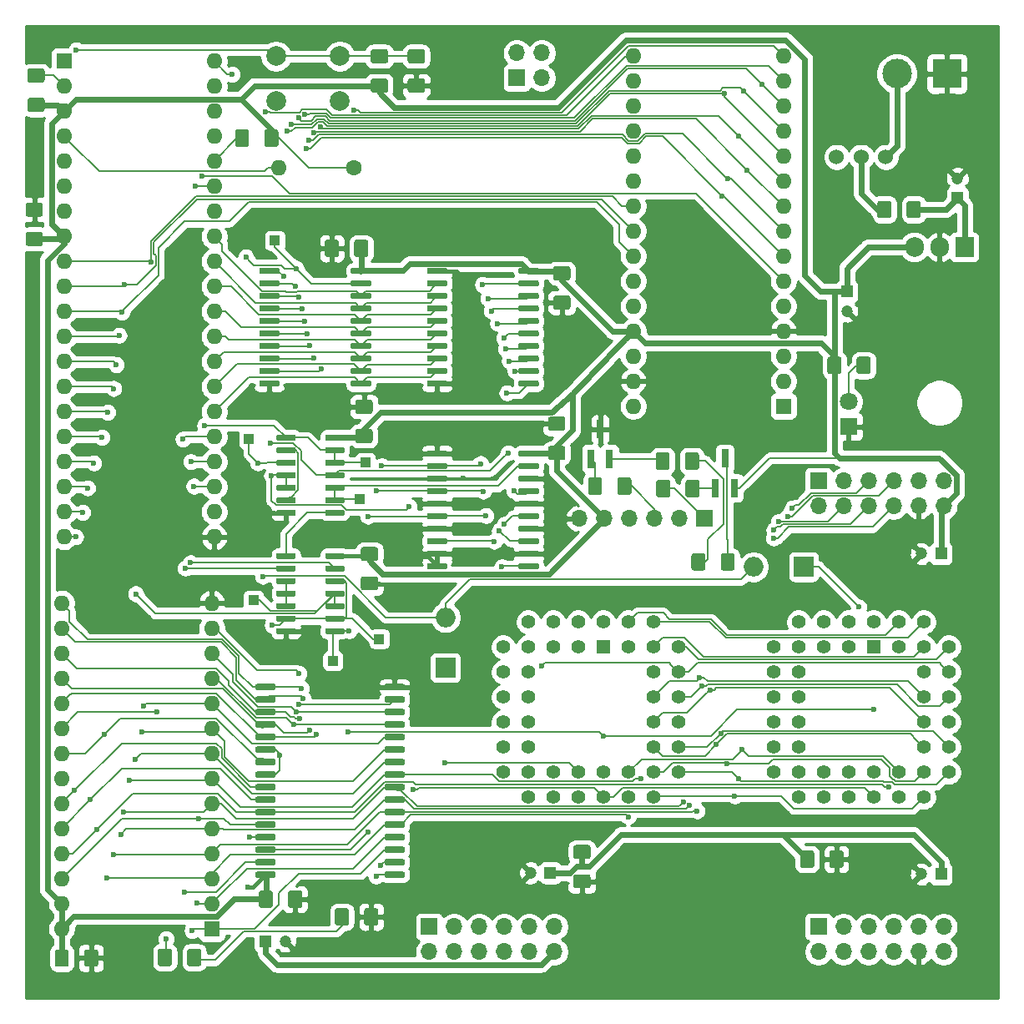
<source format=gbr>
G04 #@! TF.GenerationSoftware,KiCad,Pcbnew,5.1.5+dfsg1-2build2*
G04 #@! TF.CreationDate,2020-11-27T21:41:43-05:00*
G04 #@! TF.ProjectId,tpc65816,74706336-3538-4313-962e-6b696361645f,3.1*
G04 #@! TF.SameCoordinates,Original*
G04 #@! TF.FileFunction,Copper,L1,Top*
G04 #@! TF.FilePolarity,Positive*
%FSLAX46Y46*%
G04 Gerber Fmt 4.6, Leading zero omitted, Abs format (unit mm)*
G04 Created by KiCad (PCBNEW 5.1.5+dfsg1-2build2) date 2020-11-27 21:41:43*
%MOMM*%
%LPD*%
G04 APERTURE LIST*
%ADD10R,1.000000X1.000000*%
%ADD11C,1.524000*%
%ADD12R,3.000000X3.000000*%
%ADD13C,3.000000*%
%ADD14R,1.422400X1.422400*%
%ADD15C,1.422400*%
%ADD16C,1.200000*%
%ADD17R,1.200000X1.200000*%
%ADD18C,0.100000*%
%ADD19C,2.000000*%
%ADD20R,1.600000X1.600000*%
%ADD21O,1.600000X1.600000*%
%ADD22R,2.000000X2.000000*%
%ADD23O,2.000000X2.000000*%
%ADD24R,1.700000X1.700000*%
%ADD25O,1.700000X1.700000*%
%ADD26R,0.800000X1.900000*%
%ADD27C,1.600000*%
%ADD28R,1.800000X1.800000*%
%ADD29C,1.800000*%
%ADD30R,1.905000X2.000000*%
%ADD31O,1.905000X2.000000*%
%ADD32C,0.600000*%
%ADD33C,0.150000*%
%ADD34C,0.400000*%
%ADD35C,0.600000*%
%ADD36C,0.254000*%
G04 APERTURE END LIST*
D10*
X136290000Y-119827000D03*
X140989000Y-117604500D03*
X128225500Y-113667500D03*
X139020500Y-103380500D03*
D11*
X192384000Y-68709500D03*
X189884000Y-68709500D03*
X187384000Y-68709500D03*
D12*
X198583500Y-60264000D03*
D13*
X193503500Y-60264000D03*
D14*
X191154000Y-118430000D03*
D15*
X188614000Y-118430000D03*
X186074000Y-118430000D03*
X193694000Y-118430000D03*
X196234000Y-118430000D03*
X188614000Y-115890000D03*
X186074000Y-115890000D03*
X183534000Y-115890000D03*
X191154000Y-115890000D03*
X193694000Y-115890000D03*
X183534000Y-118430000D03*
X183534000Y-120970000D03*
X183534000Y-123510000D03*
X183534000Y-126050000D03*
X183534000Y-128590000D03*
X180994000Y-118430000D03*
X180994000Y-120970000D03*
X180994000Y-123510000D03*
X180994000Y-126050000D03*
X180994000Y-128590000D03*
X180994000Y-131130000D03*
X183534000Y-131130000D03*
X186074000Y-131130000D03*
X188614000Y-131130000D03*
X191154000Y-131130000D03*
X193694000Y-131130000D03*
X198774000Y-131130000D03*
X183534000Y-133670000D03*
X186074000Y-133670000D03*
X188614000Y-133670000D03*
X191154000Y-133670000D03*
X193694000Y-133670000D03*
X196234000Y-133670000D03*
X196234000Y-131130000D03*
X196234000Y-128590000D03*
X196234000Y-126050000D03*
X196234000Y-123510000D03*
X196234000Y-120970000D03*
X196234000Y-115890000D03*
X198774000Y-128590000D03*
X198774000Y-126050000D03*
X198774000Y-123510000D03*
X198774000Y-120970000D03*
X198774000Y-118430000D03*
D10*
X127781000Y-97348000D03*
D16*
X188423500Y-84362000D03*
D17*
X188423500Y-82362000D03*
G04 #@! TA.AperFunction,SMDPad,CuDef*
D18*
G36*
X173207004Y-98694204D02*
G01*
X173231273Y-98697804D01*
X173255071Y-98703765D01*
X173278171Y-98712030D01*
X173300349Y-98722520D01*
X173321393Y-98735133D01*
X173341098Y-98749747D01*
X173359277Y-98766223D01*
X173375753Y-98784402D01*
X173390367Y-98804107D01*
X173402980Y-98825151D01*
X173413470Y-98847329D01*
X173421735Y-98870429D01*
X173427696Y-98894227D01*
X173431296Y-98918496D01*
X173432500Y-98943000D01*
X173432500Y-100193000D01*
X173431296Y-100217504D01*
X173427696Y-100241773D01*
X173421735Y-100265571D01*
X173413470Y-100288671D01*
X173402980Y-100310849D01*
X173390367Y-100331893D01*
X173375753Y-100351598D01*
X173359277Y-100369777D01*
X173341098Y-100386253D01*
X173321393Y-100400867D01*
X173300349Y-100413480D01*
X173278171Y-100423970D01*
X173255071Y-100432235D01*
X173231273Y-100438196D01*
X173207004Y-100441796D01*
X173182500Y-100443000D01*
X172257500Y-100443000D01*
X172232996Y-100441796D01*
X172208727Y-100438196D01*
X172184929Y-100432235D01*
X172161829Y-100423970D01*
X172139651Y-100413480D01*
X172118607Y-100400867D01*
X172098902Y-100386253D01*
X172080723Y-100369777D01*
X172064247Y-100351598D01*
X172049633Y-100331893D01*
X172037020Y-100310849D01*
X172026530Y-100288671D01*
X172018265Y-100265571D01*
X172012304Y-100241773D01*
X172008704Y-100217504D01*
X172007500Y-100193000D01*
X172007500Y-98943000D01*
X172008704Y-98918496D01*
X172012304Y-98894227D01*
X172018265Y-98870429D01*
X172026530Y-98847329D01*
X172037020Y-98825151D01*
X172049633Y-98804107D01*
X172064247Y-98784402D01*
X172080723Y-98766223D01*
X172098902Y-98749747D01*
X172118607Y-98735133D01*
X172139651Y-98722520D01*
X172161829Y-98712030D01*
X172184929Y-98703765D01*
X172208727Y-98697804D01*
X172232996Y-98694204D01*
X172257500Y-98693000D01*
X173182500Y-98693000D01*
X173207004Y-98694204D01*
G37*
G04 #@! TD.AperFunction*
G04 #@! TA.AperFunction,SMDPad,CuDef*
G36*
X170232004Y-98694204D02*
G01*
X170256273Y-98697804D01*
X170280071Y-98703765D01*
X170303171Y-98712030D01*
X170325349Y-98722520D01*
X170346393Y-98735133D01*
X170366098Y-98749747D01*
X170384277Y-98766223D01*
X170400753Y-98784402D01*
X170415367Y-98804107D01*
X170427980Y-98825151D01*
X170438470Y-98847329D01*
X170446735Y-98870429D01*
X170452696Y-98894227D01*
X170456296Y-98918496D01*
X170457500Y-98943000D01*
X170457500Y-100193000D01*
X170456296Y-100217504D01*
X170452696Y-100241773D01*
X170446735Y-100265571D01*
X170438470Y-100288671D01*
X170427980Y-100310849D01*
X170415367Y-100331893D01*
X170400753Y-100351598D01*
X170384277Y-100369777D01*
X170366098Y-100386253D01*
X170346393Y-100400867D01*
X170325349Y-100413480D01*
X170303171Y-100423970D01*
X170280071Y-100432235D01*
X170256273Y-100438196D01*
X170232004Y-100441796D01*
X170207500Y-100443000D01*
X169282500Y-100443000D01*
X169257996Y-100441796D01*
X169233727Y-100438196D01*
X169209929Y-100432235D01*
X169186829Y-100423970D01*
X169164651Y-100413480D01*
X169143607Y-100400867D01*
X169123902Y-100386253D01*
X169105723Y-100369777D01*
X169089247Y-100351598D01*
X169074633Y-100331893D01*
X169062020Y-100310849D01*
X169051530Y-100288671D01*
X169043265Y-100265571D01*
X169037304Y-100241773D01*
X169033704Y-100217504D01*
X169032500Y-100193000D01*
X169032500Y-98943000D01*
X169033704Y-98918496D01*
X169037304Y-98894227D01*
X169043265Y-98870429D01*
X169051530Y-98847329D01*
X169062020Y-98825151D01*
X169074633Y-98804107D01*
X169089247Y-98784402D01*
X169105723Y-98766223D01*
X169123902Y-98749747D01*
X169143607Y-98735133D01*
X169164651Y-98722520D01*
X169186829Y-98712030D01*
X169209929Y-98703765D01*
X169233727Y-98697804D01*
X169257996Y-98694204D01*
X169282500Y-98693000D01*
X170207500Y-98693000D01*
X170232004Y-98694204D01*
G37*
G04 #@! TD.AperFunction*
D16*
X131432000Y-148275000D03*
D17*
X129432000Y-148275000D03*
X199644000Y-72898000D03*
D16*
X199644000Y-70898000D03*
G04 #@! TA.AperFunction,SMDPad,CuDef*
D18*
G36*
X192730004Y-73169704D02*
G01*
X192754273Y-73173304D01*
X192778071Y-73179265D01*
X192801171Y-73187530D01*
X192823349Y-73198020D01*
X192844393Y-73210633D01*
X192864098Y-73225247D01*
X192882277Y-73241723D01*
X192898753Y-73259902D01*
X192913367Y-73279607D01*
X192925980Y-73300651D01*
X192936470Y-73322829D01*
X192944735Y-73345929D01*
X192950696Y-73369727D01*
X192954296Y-73393996D01*
X192955500Y-73418500D01*
X192955500Y-74668500D01*
X192954296Y-74693004D01*
X192950696Y-74717273D01*
X192944735Y-74741071D01*
X192936470Y-74764171D01*
X192925980Y-74786349D01*
X192913367Y-74807393D01*
X192898753Y-74827098D01*
X192882277Y-74845277D01*
X192864098Y-74861753D01*
X192844393Y-74876367D01*
X192823349Y-74888980D01*
X192801171Y-74899470D01*
X192778071Y-74907735D01*
X192754273Y-74913696D01*
X192730004Y-74917296D01*
X192705500Y-74918500D01*
X191780500Y-74918500D01*
X191755996Y-74917296D01*
X191731727Y-74913696D01*
X191707929Y-74907735D01*
X191684829Y-74899470D01*
X191662651Y-74888980D01*
X191641607Y-74876367D01*
X191621902Y-74861753D01*
X191603723Y-74845277D01*
X191587247Y-74827098D01*
X191572633Y-74807393D01*
X191560020Y-74786349D01*
X191549530Y-74764171D01*
X191541265Y-74741071D01*
X191535304Y-74717273D01*
X191531704Y-74693004D01*
X191530500Y-74668500D01*
X191530500Y-73418500D01*
X191531704Y-73393996D01*
X191535304Y-73369727D01*
X191541265Y-73345929D01*
X191549530Y-73322829D01*
X191560020Y-73300651D01*
X191572633Y-73279607D01*
X191587247Y-73259902D01*
X191603723Y-73241723D01*
X191621902Y-73225247D01*
X191641607Y-73210633D01*
X191662651Y-73198020D01*
X191684829Y-73187530D01*
X191707929Y-73179265D01*
X191731727Y-73173304D01*
X191755996Y-73169704D01*
X191780500Y-73168500D01*
X192705500Y-73168500D01*
X192730004Y-73169704D01*
G37*
G04 #@! TD.AperFunction*
G04 #@! TA.AperFunction,SMDPad,CuDef*
G36*
X195705004Y-73169704D02*
G01*
X195729273Y-73173304D01*
X195753071Y-73179265D01*
X195776171Y-73187530D01*
X195798349Y-73198020D01*
X195819393Y-73210633D01*
X195839098Y-73225247D01*
X195857277Y-73241723D01*
X195873753Y-73259902D01*
X195888367Y-73279607D01*
X195900980Y-73300651D01*
X195911470Y-73322829D01*
X195919735Y-73345929D01*
X195925696Y-73369727D01*
X195929296Y-73393996D01*
X195930500Y-73418500D01*
X195930500Y-74668500D01*
X195929296Y-74693004D01*
X195925696Y-74717273D01*
X195919735Y-74741071D01*
X195911470Y-74764171D01*
X195900980Y-74786349D01*
X195888367Y-74807393D01*
X195873753Y-74827098D01*
X195857277Y-74845277D01*
X195839098Y-74861753D01*
X195819393Y-74876367D01*
X195798349Y-74888980D01*
X195776171Y-74899470D01*
X195753071Y-74907735D01*
X195729273Y-74913696D01*
X195705004Y-74917296D01*
X195680500Y-74918500D01*
X194755500Y-74918500D01*
X194730996Y-74917296D01*
X194706727Y-74913696D01*
X194682929Y-74907735D01*
X194659829Y-74899470D01*
X194637651Y-74888980D01*
X194616607Y-74876367D01*
X194596902Y-74861753D01*
X194578723Y-74845277D01*
X194562247Y-74827098D01*
X194547633Y-74807393D01*
X194535020Y-74786349D01*
X194524530Y-74764171D01*
X194516265Y-74741071D01*
X194510304Y-74717273D01*
X194506704Y-74693004D01*
X194505500Y-74668500D01*
X194505500Y-73418500D01*
X194506704Y-73393996D01*
X194510304Y-73369727D01*
X194516265Y-73345929D01*
X194524530Y-73322829D01*
X194535020Y-73300651D01*
X194547633Y-73279607D01*
X194562247Y-73259902D01*
X194578723Y-73241723D01*
X194596902Y-73225247D01*
X194616607Y-73210633D01*
X194637651Y-73198020D01*
X194659829Y-73187530D01*
X194682929Y-73179265D01*
X194706727Y-73173304D01*
X194730996Y-73169704D01*
X194755500Y-73168500D01*
X195680500Y-73168500D01*
X195705004Y-73169704D01*
G37*
G04 #@! TD.AperFunction*
D19*
X137000000Y-58500000D03*
X137000000Y-63000000D03*
X130500000Y-58500000D03*
X130500000Y-63000000D03*
G04 #@! TA.AperFunction,SMDPad,CuDef*
D18*
G36*
X147739703Y-79985722D02*
G01*
X147754264Y-79987882D01*
X147768543Y-79991459D01*
X147782403Y-79996418D01*
X147795710Y-80002712D01*
X147808336Y-80010280D01*
X147820159Y-80019048D01*
X147831066Y-80028934D01*
X147840952Y-80039841D01*
X147849720Y-80051664D01*
X147857288Y-80064290D01*
X147863582Y-80077597D01*
X147868541Y-80091457D01*
X147872118Y-80105736D01*
X147874278Y-80120297D01*
X147875000Y-80135000D01*
X147875000Y-80435000D01*
X147874278Y-80449703D01*
X147872118Y-80464264D01*
X147868541Y-80478543D01*
X147863582Y-80492403D01*
X147857288Y-80505710D01*
X147849720Y-80518336D01*
X147840952Y-80530159D01*
X147831066Y-80541066D01*
X147820159Y-80550952D01*
X147808336Y-80559720D01*
X147795710Y-80567288D01*
X147782403Y-80573582D01*
X147768543Y-80578541D01*
X147754264Y-80582118D01*
X147739703Y-80584278D01*
X147725000Y-80585000D01*
X145975000Y-80585000D01*
X145960297Y-80584278D01*
X145945736Y-80582118D01*
X145931457Y-80578541D01*
X145917597Y-80573582D01*
X145904290Y-80567288D01*
X145891664Y-80559720D01*
X145879841Y-80550952D01*
X145868934Y-80541066D01*
X145859048Y-80530159D01*
X145850280Y-80518336D01*
X145842712Y-80505710D01*
X145836418Y-80492403D01*
X145831459Y-80478543D01*
X145827882Y-80464264D01*
X145825722Y-80449703D01*
X145825000Y-80435000D01*
X145825000Y-80135000D01*
X145825722Y-80120297D01*
X145827882Y-80105736D01*
X145831459Y-80091457D01*
X145836418Y-80077597D01*
X145842712Y-80064290D01*
X145850280Y-80051664D01*
X145859048Y-80039841D01*
X145868934Y-80028934D01*
X145879841Y-80019048D01*
X145891664Y-80010280D01*
X145904290Y-80002712D01*
X145917597Y-79996418D01*
X145931457Y-79991459D01*
X145945736Y-79987882D01*
X145960297Y-79985722D01*
X145975000Y-79985000D01*
X147725000Y-79985000D01*
X147739703Y-79985722D01*
G37*
G04 #@! TD.AperFunction*
G04 #@! TA.AperFunction,SMDPad,CuDef*
G36*
X147739703Y-81255722D02*
G01*
X147754264Y-81257882D01*
X147768543Y-81261459D01*
X147782403Y-81266418D01*
X147795710Y-81272712D01*
X147808336Y-81280280D01*
X147820159Y-81289048D01*
X147831066Y-81298934D01*
X147840952Y-81309841D01*
X147849720Y-81321664D01*
X147857288Y-81334290D01*
X147863582Y-81347597D01*
X147868541Y-81361457D01*
X147872118Y-81375736D01*
X147874278Y-81390297D01*
X147875000Y-81405000D01*
X147875000Y-81705000D01*
X147874278Y-81719703D01*
X147872118Y-81734264D01*
X147868541Y-81748543D01*
X147863582Y-81762403D01*
X147857288Y-81775710D01*
X147849720Y-81788336D01*
X147840952Y-81800159D01*
X147831066Y-81811066D01*
X147820159Y-81820952D01*
X147808336Y-81829720D01*
X147795710Y-81837288D01*
X147782403Y-81843582D01*
X147768543Y-81848541D01*
X147754264Y-81852118D01*
X147739703Y-81854278D01*
X147725000Y-81855000D01*
X145975000Y-81855000D01*
X145960297Y-81854278D01*
X145945736Y-81852118D01*
X145931457Y-81848541D01*
X145917597Y-81843582D01*
X145904290Y-81837288D01*
X145891664Y-81829720D01*
X145879841Y-81820952D01*
X145868934Y-81811066D01*
X145859048Y-81800159D01*
X145850280Y-81788336D01*
X145842712Y-81775710D01*
X145836418Y-81762403D01*
X145831459Y-81748543D01*
X145827882Y-81734264D01*
X145825722Y-81719703D01*
X145825000Y-81705000D01*
X145825000Y-81405000D01*
X145825722Y-81390297D01*
X145827882Y-81375736D01*
X145831459Y-81361457D01*
X145836418Y-81347597D01*
X145842712Y-81334290D01*
X145850280Y-81321664D01*
X145859048Y-81309841D01*
X145868934Y-81298934D01*
X145879841Y-81289048D01*
X145891664Y-81280280D01*
X145904290Y-81272712D01*
X145917597Y-81266418D01*
X145931457Y-81261459D01*
X145945736Y-81257882D01*
X145960297Y-81255722D01*
X145975000Y-81255000D01*
X147725000Y-81255000D01*
X147739703Y-81255722D01*
G37*
G04 #@! TD.AperFunction*
G04 #@! TA.AperFunction,SMDPad,CuDef*
G36*
X147739703Y-82525722D02*
G01*
X147754264Y-82527882D01*
X147768543Y-82531459D01*
X147782403Y-82536418D01*
X147795710Y-82542712D01*
X147808336Y-82550280D01*
X147820159Y-82559048D01*
X147831066Y-82568934D01*
X147840952Y-82579841D01*
X147849720Y-82591664D01*
X147857288Y-82604290D01*
X147863582Y-82617597D01*
X147868541Y-82631457D01*
X147872118Y-82645736D01*
X147874278Y-82660297D01*
X147875000Y-82675000D01*
X147875000Y-82975000D01*
X147874278Y-82989703D01*
X147872118Y-83004264D01*
X147868541Y-83018543D01*
X147863582Y-83032403D01*
X147857288Y-83045710D01*
X147849720Y-83058336D01*
X147840952Y-83070159D01*
X147831066Y-83081066D01*
X147820159Y-83090952D01*
X147808336Y-83099720D01*
X147795710Y-83107288D01*
X147782403Y-83113582D01*
X147768543Y-83118541D01*
X147754264Y-83122118D01*
X147739703Y-83124278D01*
X147725000Y-83125000D01*
X145975000Y-83125000D01*
X145960297Y-83124278D01*
X145945736Y-83122118D01*
X145931457Y-83118541D01*
X145917597Y-83113582D01*
X145904290Y-83107288D01*
X145891664Y-83099720D01*
X145879841Y-83090952D01*
X145868934Y-83081066D01*
X145859048Y-83070159D01*
X145850280Y-83058336D01*
X145842712Y-83045710D01*
X145836418Y-83032403D01*
X145831459Y-83018543D01*
X145827882Y-83004264D01*
X145825722Y-82989703D01*
X145825000Y-82975000D01*
X145825000Y-82675000D01*
X145825722Y-82660297D01*
X145827882Y-82645736D01*
X145831459Y-82631457D01*
X145836418Y-82617597D01*
X145842712Y-82604290D01*
X145850280Y-82591664D01*
X145859048Y-82579841D01*
X145868934Y-82568934D01*
X145879841Y-82559048D01*
X145891664Y-82550280D01*
X145904290Y-82542712D01*
X145917597Y-82536418D01*
X145931457Y-82531459D01*
X145945736Y-82527882D01*
X145960297Y-82525722D01*
X145975000Y-82525000D01*
X147725000Y-82525000D01*
X147739703Y-82525722D01*
G37*
G04 #@! TD.AperFunction*
G04 #@! TA.AperFunction,SMDPad,CuDef*
G36*
X147739703Y-83795722D02*
G01*
X147754264Y-83797882D01*
X147768543Y-83801459D01*
X147782403Y-83806418D01*
X147795710Y-83812712D01*
X147808336Y-83820280D01*
X147820159Y-83829048D01*
X147831066Y-83838934D01*
X147840952Y-83849841D01*
X147849720Y-83861664D01*
X147857288Y-83874290D01*
X147863582Y-83887597D01*
X147868541Y-83901457D01*
X147872118Y-83915736D01*
X147874278Y-83930297D01*
X147875000Y-83945000D01*
X147875000Y-84245000D01*
X147874278Y-84259703D01*
X147872118Y-84274264D01*
X147868541Y-84288543D01*
X147863582Y-84302403D01*
X147857288Y-84315710D01*
X147849720Y-84328336D01*
X147840952Y-84340159D01*
X147831066Y-84351066D01*
X147820159Y-84360952D01*
X147808336Y-84369720D01*
X147795710Y-84377288D01*
X147782403Y-84383582D01*
X147768543Y-84388541D01*
X147754264Y-84392118D01*
X147739703Y-84394278D01*
X147725000Y-84395000D01*
X145975000Y-84395000D01*
X145960297Y-84394278D01*
X145945736Y-84392118D01*
X145931457Y-84388541D01*
X145917597Y-84383582D01*
X145904290Y-84377288D01*
X145891664Y-84369720D01*
X145879841Y-84360952D01*
X145868934Y-84351066D01*
X145859048Y-84340159D01*
X145850280Y-84328336D01*
X145842712Y-84315710D01*
X145836418Y-84302403D01*
X145831459Y-84288543D01*
X145827882Y-84274264D01*
X145825722Y-84259703D01*
X145825000Y-84245000D01*
X145825000Y-83945000D01*
X145825722Y-83930297D01*
X145827882Y-83915736D01*
X145831459Y-83901457D01*
X145836418Y-83887597D01*
X145842712Y-83874290D01*
X145850280Y-83861664D01*
X145859048Y-83849841D01*
X145868934Y-83838934D01*
X145879841Y-83829048D01*
X145891664Y-83820280D01*
X145904290Y-83812712D01*
X145917597Y-83806418D01*
X145931457Y-83801459D01*
X145945736Y-83797882D01*
X145960297Y-83795722D01*
X145975000Y-83795000D01*
X147725000Y-83795000D01*
X147739703Y-83795722D01*
G37*
G04 #@! TD.AperFunction*
G04 #@! TA.AperFunction,SMDPad,CuDef*
G36*
X147739703Y-85065722D02*
G01*
X147754264Y-85067882D01*
X147768543Y-85071459D01*
X147782403Y-85076418D01*
X147795710Y-85082712D01*
X147808336Y-85090280D01*
X147820159Y-85099048D01*
X147831066Y-85108934D01*
X147840952Y-85119841D01*
X147849720Y-85131664D01*
X147857288Y-85144290D01*
X147863582Y-85157597D01*
X147868541Y-85171457D01*
X147872118Y-85185736D01*
X147874278Y-85200297D01*
X147875000Y-85215000D01*
X147875000Y-85515000D01*
X147874278Y-85529703D01*
X147872118Y-85544264D01*
X147868541Y-85558543D01*
X147863582Y-85572403D01*
X147857288Y-85585710D01*
X147849720Y-85598336D01*
X147840952Y-85610159D01*
X147831066Y-85621066D01*
X147820159Y-85630952D01*
X147808336Y-85639720D01*
X147795710Y-85647288D01*
X147782403Y-85653582D01*
X147768543Y-85658541D01*
X147754264Y-85662118D01*
X147739703Y-85664278D01*
X147725000Y-85665000D01*
X145975000Y-85665000D01*
X145960297Y-85664278D01*
X145945736Y-85662118D01*
X145931457Y-85658541D01*
X145917597Y-85653582D01*
X145904290Y-85647288D01*
X145891664Y-85639720D01*
X145879841Y-85630952D01*
X145868934Y-85621066D01*
X145859048Y-85610159D01*
X145850280Y-85598336D01*
X145842712Y-85585710D01*
X145836418Y-85572403D01*
X145831459Y-85558543D01*
X145827882Y-85544264D01*
X145825722Y-85529703D01*
X145825000Y-85515000D01*
X145825000Y-85215000D01*
X145825722Y-85200297D01*
X145827882Y-85185736D01*
X145831459Y-85171457D01*
X145836418Y-85157597D01*
X145842712Y-85144290D01*
X145850280Y-85131664D01*
X145859048Y-85119841D01*
X145868934Y-85108934D01*
X145879841Y-85099048D01*
X145891664Y-85090280D01*
X145904290Y-85082712D01*
X145917597Y-85076418D01*
X145931457Y-85071459D01*
X145945736Y-85067882D01*
X145960297Y-85065722D01*
X145975000Y-85065000D01*
X147725000Y-85065000D01*
X147739703Y-85065722D01*
G37*
G04 #@! TD.AperFunction*
G04 #@! TA.AperFunction,SMDPad,CuDef*
G36*
X147739703Y-86335722D02*
G01*
X147754264Y-86337882D01*
X147768543Y-86341459D01*
X147782403Y-86346418D01*
X147795710Y-86352712D01*
X147808336Y-86360280D01*
X147820159Y-86369048D01*
X147831066Y-86378934D01*
X147840952Y-86389841D01*
X147849720Y-86401664D01*
X147857288Y-86414290D01*
X147863582Y-86427597D01*
X147868541Y-86441457D01*
X147872118Y-86455736D01*
X147874278Y-86470297D01*
X147875000Y-86485000D01*
X147875000Y-86785000D01*
X147874278Y-86799703D01*
X147872118Y-86814264D01*
X147868541Y-86828543D01*
X147863582Y-86842403D01*
X147857288Y-86855710D01*
X147849720Y-86868336D01*
X147840952Y-86880159D01*
X147831066Y-86891066D01*
X147820159Y-86900952D01*
X147808336Y-86909720D01*
X147795710Y-86917288D01*
X147782403Y-86923582D01*
X147768543Y-86928541D01*
X147754264Y-86932118D01*
X147739703Y-86934278D01*
X147725000Y-86935000D01*
X145975000Y-86935000D01*
X145960297Y-86934278D01*
X145945736Y-86932118D01*
X145931457Y-86928541D01*
X145917597Y-86923582D01*
X145904290Y-86917288D01*
X145891664Y-86909720D01*
X145879841Y-86900952D01*
X145868934Y-86891066D01*
X145859048Y-86880159D01*
X145850280Y-86868336D01*
X145842712Y-86855710D01*
X145836418Y-86842403D01*
X145831459Y-86828543D01*
X145827882Y-86814264D01*
X145825722Y-86799703D01*
X145825000Y-86785000D01*
X145825000Y-86485000D01*
X145825722Y-86470297D01*
X145827882Y-86455736D01*
X145831459Y-86441457D01*
X145836418Y-86427597D01*
X145842712Y-86414290D01*
X145850280Y-86401664D01*
X145859048Y-86389841D01*
X145868934Y-86378934D01*
X145879841Y-86369048D01*
X145891664Y-86360280D01*
X145904290Y-86352712D01*
X145917597Y-86346418D01*
X145931457Y-86341459D01*
X145945736Y-86337882D01*
X145960297Y-86335722D01*
X145975000Y-86335000D01*
X147725000Y-86335000D01*
X147739703Y-86335722D01*
G37*
G04 #@! TD.AperFunction*
G04 #@! TA.AperFunction,SMDPad,CuDef*
G36*
X147739703Y-87605722D02*
G01*
X147754264Y-87607882D01*
X147768543Y-87611459D01*
X147782403Y-87616418D01*
X147795710Y-87622712D01*
X147808336Y-87630280D01*
X147820159Y-87639048D01*
X147831066Y-87648934D01*
X147840952Y-87659841D01*
X147849720Y-87671664D01*
X147857288Y-87684290D01*
X147863582Y-87697597D01*
X147868541Y-87711457D01*
X147872118Y-87725736D01*
X147874278Y-87740297D01*
X147875000Y-87755000D01*
X147875000Y-88055000D01*
X147874278Y-88069703D01*
X147872118Y-88084264D01*
X147868541Y-88098543D01*
X147863582Y-88112403D01*
X147857288Y-88125710D01*
X147849720Y-88138336D01*
X147840952Y-88150159D01*
X147831066Y-88161066D01*
X147820159Y-88170952D01*
X147808336Y-88179720D01*
X147795710Y-88187288D01*
X147782403Y-88193582D01*
X147768543Y-88198541D01*
X147754264Y-88202118D01*
X147739703Y-88204278D01*
X147725000Y-88205000D01*
X145975000Y-88205000D01*
X145960297Y-88204278D01*
X145945736Y-88202118D01*
X145931457Y-88198541D01*
X145917597Y-88193582D01*
X145904290Y-88187288D01*
X145891664Y-88179720D01*
X145879841Y-88170952D01*
X145868934Y-88161066D01*
X145859048Y-88150159D01*
X145850280Y-88138336D01*
X145842712Y-88125710D01*
X145836418Y-88112403D01*
X145831459Y-88098543D01*
X145827882Y-88084264D01*
X145825722Y-88069703D01*
X145825000Y-88055000D01*
X145825000Y-87755000D01*
X145825722Y-87740297D01*
X145827882Y-87725736D01*
X145831459Y-87711457D01*
X145836418Y-87697597D01*
X145842712Y-87684290D01*
X145850280Y-87671664D01*
X145859048Y-87659841D01*
X145868934Y-87648934D01*
X145879841Y-87639048D01*
X145891664Y-87630280D01*
X145904290Y-87622712D01*
X145917597Y-87616418D01*
X145931457Y-87611459D01*
X145945736Y-87607882D01*
X145960297Y-87605722D01*
X145975000Y-87605000D01*
X147725000Y-87605000D01*
X147739703Y-87605722D01*
G37*
G04 #@! TD.AperFunction*
G04 #@! TA.AperFunction,SMDPad,CuDef*
G36*
X147739703Y-88875722D02*
G01*
X147754264Y-88877882D01*
X147768543Y-88881459D01*
X147782403Y-88886418D01*
X147795710Y-88892712D01*
X147808336Y-88900280D01*
X147820159Y-88909048D01*
X147831066Y-88918934D01*
X147840952Y-88929841D01*
X147849720Y-88941664D01*
X147857288Y-88954290D01*
X147863582Y-88967597D01*
X147868541Y-88981457D01*
X147872118Y-88995736D01*
X147874278Y-89010297D01*
X147875000Y-89025000D01*
X147875000Y-89325000D01*
X147874278Y-89339703D01*
X147872118Y-89354264D01*
X147868541Y-89368543D01*
X147863582Y-89382403D01*
X147857288Y-89395710D01*
X147849720Y-89408336D01*
X147840952Y-89420159D01*
X147831066Y-89431066D01*
X147820159Y-89440952D01*
X147808336Y-89449720D01*
X147795710Y-89457288D01*
X147782403Y-89463582D01*
X147768543Y-89468541D01*
X147754264Y-89472118D01*
X147739703Y-89474278D01*
X147725000Y-89475000D01*
X145975000Y-89475000D01*
X145960297Y-89474278D01*
X145945736Y-89472118D01*
X145931457Y-89468541D01*
X145917597Y-89463582D01*
X145904290Y-89457288D01*
X145891664Y-89449720D01*
X145879841Y-89440952D01*
X145868934Y-89431066D01*
X145859048Y-89420159D01*
X145850280Y-89408336D01*
X145842712Y-89395710D01*
X145836418Y-89382403D01*
X145831459Y-89368543D01*
X145827882Y-89354264D01*
X145825722Y-89339703D01*
X145825000Y-89325000D01*
X145825000Y-89025000D01*
X145825722Y-89010297D01*
X145827882Y-88995736D01*
X145831459Y-88981457D01*
X145836418Y-88967597D01*
X145842712Y-88954290D01*
X145850280Y-88941664D01*
X145859048Y-88929841D01*
X145868934Y-88918934D01*
X145879841Y-88909048D01*
X145891664Y-88900280D01*
X145904290Y-88892712D01*
X145917597Y-88886418D01*
X145931457Y-88881459D01*
X145945736Y-88877882D01*
X145960297Y-88875722D01*
X145975000Y-88875000D01*
X147725000Y-88875000D01*
X147739703Y-88875722D01*
G37*
G04 #@! TD.AperFunction*
G04 #@! TA.AperFunction,SMDPad,CuDef*
G36*
X147739703Y-90145722D02*
G01*
X147754264Y-90147882D01*
X147768543Y-90151459D01*
X147782403Y-90156418D01*
X147795710Y-90162712D01*
X147808336Y-90170280D01*
X147820159Y-90179048D01*
X147831066Y-90188934D01*
X147840952Y-90199841D01*
X147849720Y-90211664D01*
X147857288Y-90224290D01*
X147863582Y-90237597D01*
X147868541Y-90251457D01*
X147872118Y-90265736D01*
X147874278Y-90280297D01*
X147875000Y-90295000D01*
X147875000Y-90595000D01*
X147874278Y-90609703D01*
X147872118Y-90624264D01*
X147868541Y-90638543D01*
X147863582Y-90652403D01*
X147857288Y-90665710D01*
X147849720Y-90678336D01*
X147840952Y-90690159D01*
X147831066Y-90701066D01*
X147820159Y-90710952D01*
X147808336Y-90719720D01*
X147795710Y-90727288D01*
X147782403Y-90733582D01*
X147768543Y-90738541D01*
X147754264Y-90742118D01*
X147739703Y-90744278D01*
X147725000Y-90745000D01*
X145975000Y-90745000D01*
X145960297Y-90744278D01*
X145945736Y-90742118D01*
X145931457Y-90738541D01*
X145917597Y-90733582D01*
X145904290Y-90727288D01*
X145891664Y-90719720D01*
X145879841Y-90710952D01*
X145868934Y-90701066D01*
X145859048Y-90690159D01*
X145850280Y-90678336D01*
X145842712Y-90665710D01*
X145836418Y-90652403D01*
X145831459Y-90638543D01*
X145827882Y-90624264D01*
X145825722Y-90609703D01*
X145825000Y-90595000D01*
X145825000Y-90295000D01*
X145825722Y-90280297D01*
X145827882Y-90265736D01*
X145831459Y-90251457D01*
X145836418Y-90237597D01*
X145842712Y-90224290D01*
X145850280Y-90211664D01*
X145859048Y-90199841D01*
X145868934Y-90188934D01*
X145879841Y-90179048D01*
X145891664Y-90170280D01*
X145904290Y-90162712D01*
X145917597Y-90156418D01*
X145931457Y-90151459D01*
X145945736Y-90147882D01*
X145960297Y-90145722D01*
X145975000Y-90145000D01*
X147725000Y-90145000D01*
X147739703Y-90145722D01*
G37*
G04 #@! TD.AperFunction*
G04 #@! TA.AperFunction,SMDPad,CuDef*
G36*
X147739703Y-91415722D02*
G01*
X147754264Y-91417882D01*
X147768543Y-91421459D01*
X147782403Y-91426418D01*
X147795710Y-91432712D01*
X147808336Y-91440280D01*
X147820159Y-91449048D01*
X147831066Y-91458934D01*
X147840952Y-91469841D01*
X147849720Y-91481664D01*
X147857288Y-91494290D01*
X147863582Y-91507597D01*
X147868541Y-91521457D01*
X147872118Y-91535736D01*
X147874278Y-91550297D01*
X147875000Y-91565000D01*
X147875000Y-91865000D01*
X147874278Y-91879703D01*
X147872118Y-91894264D01*
X147868541Y-91908543D01*
X147863582Y-91922403D01*
X147857288Y-91935710D01*
X147849720Y-91948336D01*
X147840952Y-91960159D01*
X147831066Y-91971066D01*
X147820159Y-91980952D01*
X147808336Y-91989720D01*
X147795710Y-91997288D01*
X147782403Y-92003582D01*
X147768543Y-92008541D01*
X147754264Y-92012118D01*
X147739703Y-92014278D01*
X147725000Y-92015000D01*
X145975000Y-92015000D01*
X145960297Y-92014278D01*
X145945736Y-92012118D01*
X145931457Y-92008541D01*
X145917597Y-92003582D01*
X145904290Y-91997288D01*
X145891664Y-91989720D01*
X145879841Y-91980952D01*
X145868934Y-91971066D01*
X145859048Y-91960159D01*
X145850280Y-91948336D01*
X145842712Y-91935710D01*
X145836418Y-91922403D01*
X145831459Y-91908543D01*
X145827882Y-91894264D01*
X145825722Y-91879703D01*
X145825000Y-91865000D01*
X145825000Y-91565000D01*
X145825722Y-91550297D01*
X145827882Y-91535736D01*
X145831459Y-91521457D01*
X145836418Y-91507597D01*
X145842712Y-91494290D01*
X145850280Y-91481664D01*
X145859048Y-91469841D01*
X145868934Y-91458934D01*
X145879841Y-91449048D01*
X145891664Y-91440280D01*
X145904290Y-91432712D01*
X145917597Y-91426418D01*
X145931457Y-91421459D01*
X145945736Y-91417882D01*
X145960297Y-91415722D01*
X145975000Y-91415000D01*
X147725000Y-91415000D01*
X147739703Y-91415722D01*
G37*
G04 #@! TD.AperFunction*
G04 #@! TA.AperFunction,SMDPad,CuDef*
G36*
X157039703Y-91415722D02*
G01*
X157054264Y-91417882D01*
X157068543Y-91421459D01*
X157082403Y-91426418D01*
X157095710Y-91432712D01*
X157108336Y-91440280D01*
X157120159Y-91449048D01*
X157131066Y-91458934D01*
X157140952Y-91469841D01*
X157149720Y-91481664D01*
X157157288Y-91494290D01*
X157163582Y-91507597D01*
X157168541Y-91521457D01*
X157172118Y-91535736D01*
X157174278Y-91550297D01*
X157175000Y-91565000D01*
X157175000Y-91865000D01*
X157174278Y-91879703D01*
X157172118Y-91894264D01*
X157168541Y-91908543D01*
X157163582Y-91922403D01*
X157157288Y-91935710D01*
X157149720Y-91948336D01*
X157140952Y-91960159D01*
X157131066Y-91971066D01*
X157120159Y-91980952D01*
X157108336Y-91989720D01*
X157095710Y-91997288D01*
X157082403Y-92003582D01*
X157068543Y-92008541D01*
X157054264Y-92012118D01*
X157039703Y-92014278D01*
X157025000Y-92015000D01*
X155275000Y-92015000D01*
X155260297Y-92014278D01*
X155245736Y-92012118D01*
X155231457Y-92008541D01*
X155217597Y-92003582D01*
X155204290Y-91997288D01*
X155191664Y-91989720D01*
X155179841Y-91980952D01*
X155168934Y-91971066D01*
X155159048Y-91960159D01*
X155150280Y-91948336D01*
X155142712Y-91935710D01*
X155136418Y-91922403D01*
X155131459Y-91908543D01*
X155127882Y-91894264D01*
X155125722Y-91879703D01*
X155125000Y-91865000D01*
X155125000Y-91565000D01*
X155125722Y-91550297D01*
X155127882Y-91535736D01*
X155131459Y-91521457D01*
X155136418Y-91507597D01*
X155142712Y-91494290D01*
X155150280Y-91481664D01*
X155159048Y-91469841D01*
X155168934Y-91458934D01*
X155179841Y-91449048D01*
X155191664Y-91440280D01*
X155204290Y-91432712D01*
X155217597Y-91426418D01*
X155231457Y-91421459D01*
X155245736Y-91417882D01*
X155260297Y-91415722D01*
X155275000Y-91415000D01*
X157025000Y-91415000D01*
X157039703Y-91415722D01*
G37*
G04 #@! TD.AperFunction*
G04 #@! TA.AperFunction,SMDPad,CuDef*
G36*
X157039703Y-90145722D02*
G01*
X157054264Y-90147882D01*
X157068543Y-90151459D01*
X157082403Y-90156418D01*
X157095710Y-90162712D01*
X157108336Y-90170280D01*
X157120159Y-90179048D01*
X157131066Y-90188934D01*
X157140952Y-90199841D01*
X157149720Y-90211664D01*
X157157288Y-90224290D01*
X157163582Y-90237597D01*
X157168541Y-90251457D01*
X157172118Y-90265736D01*
X157174278Y-90280297D01*
X157175000Y-90295000D01*
X157175000Y-90595000D01*
X157174278Y-90609703D01*
X157172118Y-90624264D01*
X157168541Y-90638543D01*
X157163582Y-90652403D01*
X157157288Y-90665710D01*
X157149720Y-90678336D01*
X157140952Y-90690159D01*
X157131066Y-90701066D01*
X157120159Y-90710952D01*
X157108336Y-90719720D01*
X157095710Y-90727288D01*
X157082403Y-90733582D01*
X157068543Y-90738541D01*
X157054264Y-90742118D01*
X157039703Y-90744278D01*
X157025000Y-90745000D01*
X155275000Y-90745000D01*
X155260297Y-90744278D01*
X155245736Y-90742118D01*
X155231457Y-90738541D01*
X155217597Y-90733582D01*
X155204290Y-90727288D01*
X155191664Y-90719720D01*
X155179841Y-90710952D01*
X155168934Y-90701066D01*
X155159048Y-90690159D01*
X155150280Y-90678336D01*
X155142712Y-90665710D01*
X155136418Y-90652403D01*
X155131459Y-90638543D01*
X155127882Y-90624264D01*
X155125722Y-90609703D01*
X155125000Y-90595000D01*
X155125000Y-90295000D01*
X155125722Y-90280297D01*
X155127882Y-90265736D01*
X155131459Y-90251457D01*
X155136418Y-90237597D01*
X155142712Y-90224290D01*
X155150280Y-90211664D01*
X155159048Y-90199841D01*
X155168934Y-90188934D01*
X155179841Y-90179048D01*
X155191664Y-90170280D01*
X155204290Y-90162712D01*
X155217597Y-90156418D01*
X155231457Y-90151459D01*
X155245736Y-90147882D01*
X155260297Y-90145722D01*
X155275000Y-90145000D01*
X157025000Y-90145000D01*
X157039703Y-90145722D01*
G37*
G04 #@! TD.AperFunction*
G04 #@! TA.AperFunction,SMDPad,CuDef*
G36*
X157039703Y-88875722D02*
G01*
X157054264Y-88877882D01*
X157068543Y-88881459D01*
X157082403Y-88886418D01*
X157095710Y-88892712D01*
X157108336Y-88900280D01*
X157120159Y-88909048D01*
X157131066Y-88918934D01*
X157140952Y-88929841D01*
X157149720Y-88941664D01*
X157157288Y-88954290D01*
X157163582Y-88967597D01*
X157168541Y-88981457D01*
X157172118Y-88995736D01*
X157174278Y-89010297D01*
X157175000Y-89025000D01*
X157175000Y-89325000D01*
X157174278Y-89339703D01*
X157172118Y-89354264D01*
X157168541Y-89368543D01*
X157163582Y-89382403D01*
X157157288Y-89395710D01*
X157149720Y-89408336D01*
X157140952Y-89420159D01*
X157131066Y-89431066D01*
X157120159Y-89440952D01*
X157108336Y-89449720D01*
X157095710Y-89457288D01*
X157082403Y-89463582D01*
X157068543Y-89468541D01*
X157054264Y-89472118D01*
X157039703Y-89474278D01*
X157025000Y-89475000D01*
X155275000Y-89475000D01*
X155260297Y-89474278D01*
X155245736Y-89472118D01*
X155231457Y-89468541D01*
X155217597Y-89463582D01*
X155204290Y-89457288D01*
X155191664Y-89449720D01*
X155179841Y-89440952D01*
X155168934Y-89431066D01*
X155159048Y-89420159D01*
X155150280Y-89408336D01*
X155142712Y-89395710D01*
X155136418Y-89382403D01*
X155131459Y-89368543D01*
X155127882Y-89354264D01*
X155125722Y-89339703D01*
X155125000Y-89325000D01*
X155125000Y-89025000D01*
X155125722Y-89010297D01*
X155127882Y-88995736D01*
X155131459Y-88981457D01*
X155136418Y-88967597D01*
X155142712Y-88954290D01*
X155150280Y-88941664D01*
X155159048Y-88929841D01*
X155168934Y-88918934D01*
X155179841Y-88909048D01*
X155191664Y-88900280D01*
X155204290Y-88892712D01*
X155217597Y-88886418D01*
X155231457Y-88881459D01*
X155245736Y-88877882D01*
X155260297Y-88875722D01*
X155275000Y-88875000D01*
X157025000Y-88875000D01*
X157039703Y-88875722D01*
G37*
G04 #@! TD.AperFunction*
G04 #@! TA.AperFunction,SMDPad,CuDef*
G36*
X157039703Y-87605722D02*
G01*
X157054264Y-87607882D01*
X157068543Y-87611459D01*
X157082403Y-87616418D01*
X157095710Y-87622712D01*
X157108336Y-87630280D01*
X157120159Y-87639048D01*
X157131066Y-87648934D01*
X157140952Y-87659841D01*
X157149720Y-87671664D01*
X157157288Y-87684290D01*
X157163582Y-87697597D01*
X157168541Y-87711457D01*
X157172118Y-87725736D01*
X157174278Y-87740297D01*
X157175000Y-87755000D01*
X157175000Y-88055000D01*
X157174278Y-88069703D01*
X157172118Y-88084264D01*
X157168541Y-88098543D01*
X157163582Y-88112403D01*
X157157288Y-88125710D01*
X157149720Y-88138336D01*
X157140952Y-88150159D01*
X157131066Y-88161066D01*
X157120159Y-88170952D01*
X157108336Y-88179720D01*
X157095710Y-88187288D01*
X157082403Y-88193582D01*
X157068543Y-88198541D01*
X157054264Y-88202118D01*
X157039703Y-88204278D01*
X157025000Y-88205000D01*
X155275000Y-88205000D01*
X155260297Y-88204278D01*
X155245736Y-88202118D01*
X155231457Y-88198541D01*
X155217597Y-88193582D01*
X155204290Y-88187288D01*
X155191664Y-88179720D01*
X155179841Y-88170952D01*
X155168934Y-88161066D01*
X155159048Y-88150159D01*
X155150280Y-88138336D01*
X155142712Y-88125710D01*
X155136418Y-88112403D01*
X155131459Y-88098543D01*
X155127882Y-88084264D01*
X155125722Y-88069703D01*
X155125000Y-88055000D01*
X155125000Y-87755000D01*
X155125722Y-87740297D01*
X155127882Y-87725736D01*
X155131459Y-87711457D01*
X155136418Y-87697597D01*
X155142712Y-87684290D01*
X155150280Y-87671664D01*
X155159048Y-87659841D01*
X155168934Y-87648934D01*
X155179841Y-87639048D01*
X155191664Y-87630280D01*
X155204290Y-87622712D01*
X155217597Y-87616418D01*
X155231457Y-87611459D01*
X155245736Y-87607882D01*
X155260297Y-87605722D01*
X155275000Y-87605000D01*
X157025000Y-87605000D01*
X157039703Y-87605722D01*
G37*
G04 #@! TD.AperFunction*
G04 #@! TA.AperFunction,SMDPad,CuDef*
G36*
X157039703Y-86335722D02*
G01*
X157054264Y-86337882D01*
X157068543Y-86341459D01*
X157082403Y-86346418D01*
X157095710Y-86352712D01*
X157108336Y-86360280D01*
X157120159Y-86369048D01*
X157131066Y-86378934D01*
X157140952Y-86389841D01*
X157149720Y-86401664D01*
X157157288Y-86414290D01*
X157163582Y-86427597D01*
X157168541Y-86441457D01*
X157172118Y-86455736D01*
X157174278Y-86470297D01*
X157175000Y-86485000D01*
X157175000Y-86785000D01*
X157174278Y-86799703D01*
X157172118Y-86814264D01*
X157168541Y-86828543D01*
X157163582Y-86842403D01*
X157157288Y-86855710D01*
X157149720Y-86868336D01*
X157140952Y-86880159D01*
X157131066Y-86891066D01*
X157120159Y-86900952D01*
X157108336Y-86909720D01*
X157095710Y-86917288D01*
X157082403Y-86923582D01*
X157068543Y-86928541D01*
X157054264Y-86932118D01*
X157039703Y-86934278D01*
X157025000Y-86935000D01*
X155275000Y-86935000D01*
X155260297Y-86934278D01*
X155245736Y-86932118D01*
X155231457Y-86928541D01*
X155217597Y-86923582D01*
X155204290Y-86917288D01*
X155191664Y-86909720D01*
X155179841Y-86900952D01*
X155168934Y-86891066D01*
X155159048Y-86880159D01*
X155150280Y-86868336D01*
X155142712Y-86855710D01*
X155136418Y-86842403D01*
X155131459Y-86828543D01*
X155127882Y-86814264D01*
X155125722Y-86799703D01*
X155125000Y-86785000D01*
X155125000Y-86485000D01*
X155125722Y-86470297D01*
X155127882Y-86455736D01*
X155131459Y-86441457D01*
X155136418Y-86427597D01*
X155142712Y-86414290D01*
X155150280Y-86401664D01*
X155159048Y-86389841D01*
X155168934Y-86378934D01*
X155179841Y-86369048D01*
X155191664Y-86360280D01*
X155204290Y-86352712D01*
X155217597Y-86346418D01*
X155231457Y-86341459D01*
X155245736Y-86337882D01*
X155260297Y-86335722D01*
X155275000Y-86335000D01*
X157025000Y-86335000D01*
X157039703Y-86335722D01*
G37*
G04 #@! TD.AperFunction*
G04 #@! TA.AperFunction,SMDPad,CuDef*
G36*
X157039703Y-85065722D02*
G01*
X157054264Y-85067882D01*
X157068543Y-85071459D01*
X157082403Y-85076418D01*
X157095710Y-85082712D01*
X157108336Y-85090280D01*
X157120159Y-85099048D01*
X157131066Y-85108934D01*
X157140952Y-85119841D01*
X157149720Y-85131664D01*
X157157288Y-85144290D01*
X157163582Y-85157597D01*
X157168541Y-85171457D01*
X157172118Y-85185736D01*
X157174278Y-85200297D01*
X157175000Y-85215000D01*
X157175000Y-85515000D01*
X157174278Y-85529703D01*
X157172118Y-85544264D01*
X157168541Y-85558543D01*
X157163582Y-85572403D01*
X157157288Y-85585710D01*
X157149720Y-85598336D01*
X157140952Y-85610159D01*
X157131066Y-85621066D01*
X157120159Y-85630952D01*
X157108336Y-85639720D01*
X157095710Y-85647288D01*
X157082403Y-85653582D01*
X157068543Y-85658541D01*
X157054264Y-85662118D01*
X157039703Y-85664278D01*
X157025000Y-85665000D01*
X155275000Y-85665000D01*
X155260297Y-85664278D01*
X155245736Y-85662118D01*
X155231457Y-85658541D01*
X155217597Y-85653582D01*
X155204290Y-85647288D01*
X155191664Y-85639720D01*
X155179841Y-85630952D01*
X155168934Y-85621066D01*
X155159048Y-85610159D01*
X155150280Y-85598336D01*
X155142712Y-85585710D01*
X155136418Y-85572403D01*
X155131459Y-85558543D01*
X155127882Y-85544264D01*
X155125722Y-85529703D01*
X155125000Y-85515000D01*
X155125000Y-85215000D01*
X155125722Y-85200297D01*
X155127882Y-85185736D01*
X155131459Y-85171457D01*
X155136418Y-85157597D01*
X155142712Y-85144290D01*
X155150280Y-85131664D01*
X155159048Y-85119841D01*
X155168934Y-85108934D01*
X155179841Y-85099048D01*
X155191664Y-85090280D01*
X155204290Y-85082712D01*
X155217597Y-85076418D01*
X155231457Y-85071459D01*
X155245736Y-85067882D01*
X155260297Y-85065722D01*
X155275000Y-85065000D01*
X157025000Y-85065000D01*
X157039703Y-85065722D01*
G37*
G04 #@! TD.AperFunction*
G04 #@! TA.AperFunction,SMDPad,CuDef*
G36*
X157039703Y-83795722D02*
G01*
X157054264Y-83797882D01*
X157068543Y-83801459D01*
X157082403Y-83806418D01*
X157095710Y-83812712D01*
X157108336Y-83820280D01*
X157120159Y-83829048D01*
X157131066Y-83838934D01*
X157140952Y-83849841D01*
X157149720Y-83861664D01*
X157157288Y-83874290D01*
X157163582Y-83887597D01*
X157168541Y-83901457D01*
X157172118Y-83915736D01*
X157174278Y-83930297D01*
X157175000Y-83945000D01*
X157175000Y-84245000D01*
X157174278Y-84259703D01*
X157172118Y-84274264D01*
X157168541Y-84288543D01*
X157163582Y-84302403D01*
X157157288Y-84315710D01*
X157149720Y-84328336D01*
X157140952Y-84340159D01*
X157131066Y-84351066D01*
X157120159Y-84360952D01*
X157108336Y-84369720D01*
X157095710Y-84377288D01*
X157082403Y-84383582D01*
X157068543Y-84388541D01*
X157054264Y-84392118D01*
X157039703Y-84394278D01*
X157025000Y-84395000D01*
X155275000Y-84395000D01*
X155260297Y-84394278D01*
X155245736Y-84392118D01*
X155231457Y-84388541D01*
X155217597Y-84383582D01*
X155204290Y-84377288D01*
X155191664Y-84369720D01*
X155179841Y-84360952D01*
X155168934Y-84351066D01*
X155159048Y-84340159D01*
X155150280Y-84328336D01*
X155142712Y-84315710D01*
X155136418Y-84302403D01*
X155131459Y-84288543D01*
X155127882Y-84274264D01*
X155125722Y-84259703D01*
X155125000Y-84245000D01*
X155125000Y-83945000D01*
X155125722Y-83930297D01*
X155127882Y-83915736D01*
X155131459Y-83901457D01*
X155136418Y-83887597D01*
X155142712Y-83874290D01*
X155150280Y-83861664D01*
X155159048Y-83849841D01*
X155168934Y-83838934D01*
X155179841Y-83829048D01*
X155191664Y-83820280D01*
X155204290Y-83812712D01*
X155217597Y-83806418D01*
X155231457Y-83801459D01*
X155245736Y-83797882D01*
X155260297Y-83795722D01*
X155275000Y-83795000D01*
X157025000Y-83795000D01*
X157039703Y-83795722D01*
G37*
G04 #@! TD.AperFunction*
G04 #@! TA.AperFunction,SMDPad,CuDef*
G36*
X157039703Y-82525722D02*
G01*
X157054264Y-82527882D01*
X157068543Y-82531459D01*
X157082403Y-82536418D01*
X157095710Y-82542712D01*
X157108336Y-82550280D01*
X157120159Y-82559048D01*
X157131066Y-82568934D01*
X157140952Y-82579841D01*
X157149720Y-82591664D01*
X157157288Y-82604290D01*
X157163582Y-82617597D01*
X157168541Y-82631457D01*
X157172118Y-82645736D01*
X157174278Y-82660297D01*
X157175000Y-82675000D01*
X157175000Y-82975000D01*
X157174278Y-82989703D01*
X157172118Y-83004264D01*
X157168541Y-83018543D01*
X157163582Y-83032403D01*
X157157288Y-83045710D01*
X157149720Y-83058336D01*
X157140952Y-83070159D01*
X157131066Y-83081066D01*
X157120159Y-83090952D01*
X157108336Y-83099720D01*
X157095710Y-83107288D01*
X157082403Y-83113582D01*
X157068543Y-83118541D01*
X157054264Y-83122118D01*
X157039703Y-83124278D01*
X157025000Y-83125000D01*
X155275000Y-83125000D01*
X155260297Y-83124278D01*
X155245736Y-83122118D01*
X155231457Y-83118541D01*
X155217597Y-83113582D01*
X155204290Y-83107288D01*
X155191664Y-83099720D01*
X155179841Y-83090952D01*
X155168934Y-83081066D01*
X155159048Y-83070159D01*
X155150280Y-83058336D01*
X155142712Y-83045710D01*
X155136418Y-83032403D01*
X155131459Y-83018543D01*
X155127882Y-83004264D01*
X155125722Y-82989703D01*
X155125000Y-82975000D01*
X155125000Y-82675000D01*
X155125722Y-82660297D01*
X155127882Y-82645736D01*
X155131459Y-82631457D01*
X155136418Y-82617597D01*
X155142712Y-82604290D01*
X155150280Y-82591664D01*
X155159048Y-82579841D01*
X155168934Y-82568934D01*
X155179841Y-82559048D01*
X155191664Y-82550280D01*
X155204290Y-82542712D01*
X155217597Y-82536418D01*
X155231457Y-82531459D01*
X155245736Y-82527882D01*
X155260297Y-82525722D01*
X155275000Y-82525000D01*
X157025000Y-82525000D01*
X157039703Y-82525722D01*
G37*
G04 #@! TD.AperFunction*
G04 #@! TA.AperFunction,SMDPad,CuDef*
G36*
X157039703Y-81255722D02*
G01*
X157054264Y-81257882D01*
X157068543Y-81261459D01*
X157082403Y-81266418D01*
X157095710Y-81272712D01*
X157108336Y-81280280D01*
X157120159Y-81289048D01*
X157131066Y-81298934D01*
X157140952Y-81309841D01*
X157149720Y-81321664D01*
X157157288Y-81334290D01*
X157163582Y-81347597D01*
X157168541Y-81361457D01*
X157172118Y-81375736D01*
X157174278Y-81390297D01*
X157175000Y-81405000D01*
X157175000Y-81705000D01*
X157174278Y-81719703D01*
X157172118Y-81734264D01*
X157168541Y-81748543D01*
X157163582Y-81762403D01*
X157157288Y-81775710D01*
X157149720Y-81788336D01*
X157140952Y-81800159D01*
X157131066Y-81811066D01*
X157120159Y-81820952D01*
X157108336Y-81829720D01*
X157095710Y-81837288D01*
X157082403Y-81843582D01*
X157068543Y-81848541D01*
X157054264Y-81852118D01*
X157039703Y-81854278D01*
X157025000Y-81855000D01*
X155275000Y-81855000D01*
X155260297Y-81854278D01*
X155245736Y-81852118D01*
X155231457Y-81848541D01*
X155217597Y-81843582D01*
X155204290Y-81837288D01*
X155191664Y-81829720D01*
X155179841Y-81820952D01*
X155168934Y-81811066D01*
X155159048Y-81800159D01*
X155150280Y-81788336D01*
X155142712Y-81775710D01*
X155136418Y-81762403D01*
X155131459Y-81748543D01*
X155127882Y-81734264D01*
X155125722Y-81719703D01*
X155125000Y-81705000D01*
X155125000Y-81405000D01*
X155125722Y-81390297D01*
X155127882Y-81375736D01*
X155131459Y-81361457D01*
X155136418Y-81347597D01*
X155142712Y-81334290D01*
X155150280Y-81321664D01*
X155159048Y-81309841D01*
X155168934Y-81298934D01*
X155179841Y-81289048D01*
X155191664Y-81280280D01*
X155204290Y-81272712D01*
X155217597Y-81266418D01*
X155231457Y-81261459D01*
X155245736Y-81257882D01*
X155260297Y-81255722D01*
X155275000Y-81255000D01*
X157025000Y-81255000D01*
X157039703Y-81255722D01*
G37*
G04 #@! TD.AperFunction*
G04 #@! TA.AperFunction,SMDPad,CuDef*
G36*
X157039703Y-79985722D02*
G01*
X157054264Y-79987882D01*
X157068543Y-79991459D01*
X157082403Y-79996418D01*
X157095710Y-80002712D01*
X157108336Y-80010280D01*
X157120159Y-80019048D01*
X157131066Y-80028934D01*
X157140952Y-80039841D01*
X157149720Y-80051664D01*
X157157288Y-80064290D01*
X157163582Y-80077597D01*
X157168541Y-80091457D01*
X157172118Y-80105736D01*
X157174278Y-80120297D01*
X157175000Y-80135000D01*
X157175000Y-80435000D01*
X157174278Y-80449703D01*
X157172118Y-80464264D01*
X157168541Y-80478543D01*
X157163582Y-80492403D01*
X157157288Y-80505710D01*
X157149720Y-80518336D01*
X157140952Y-80530159D01*
X157131066Y-80541066D01*
X157120159Y-80550952D01*
X157108336Y-80559720D01*
X157095710Y-80567288D01*
X157082403Y-80573582D01*
X157068543Y-80578541D01*
X157054264Y-80582118D01*
X157039703Y-80584278D01*
X157025000Y-80585000D01*
X155275000Y-80585000D01*
X155260297Y-80584278D01*
X155245736Y-80582118D01*
X155231457Y-80578541D01*
X155217597Y-80573582D01*
X155204290Y-80567288D01*
X155191664Y-80559720D01*
X155179841Y-80550952D01*
X155168934Y-80541066D01*
X155159048Y-80530159D01*
X155150280Y-80518336D01*
X155142712Y-80505710D01*
X155136418Y-80492403D01*
X155131459Y-80478543D01*
X155127882Y-80464264D01*
X155125722Y-80449703D01*
X155125000Y-80435000D01*
X155125000Y-80135000D01*
X155125722Y-80120297D01*
X155127882Y-80105736D01*
X155131459Y-80091457D01*
X155136418Y-80077597D01*
X155142712Y-80064290D01*
X155150280Y-80051664D01*
X155159048Y-80039841D01*
X155168934Y-80028934D01*
X155179841Y-80019048D01*
X155191664Y-80010280D01*
X155204290Y-80002712D01*
X155217597Y-79996418D01*
X155231457Y-79991459D01*
X155245736Y-79987882D01*
X155260297Y-79985722D01*
X155275000Y-79985000D01*
X157025000Y-79985000D01*
X157039703Y-79985722D01*
G37*
G04 #@! TD.AperFunction*
G04 #@! TA.AperFunction,SMDPad,CuDef*
G36*
X140024503Y-79979922D02*
G01*
X140039064Y-79982082D01*
X140053343Y-79985659D01*
X140067203Y-79990618D01*
X140080510Y-79996912D01*
X140093136Y-80004480D01*
X140104959Y-80013248D01*
X140115866Y-80023134D01*
X140125752Y-80034041D01*
X140134520Y-80045864D01*
X140142088Y-80058490D01*
X140148382Y-80071797D01*
X140153341Y-80085657D01*
X140156918Y-80099936D01*
X140159078Y-80114497D01*
X140159800Y-80129200D01*
X140159800Y-80429200D01*
X140159078Y-80443903D01*
X140156918Y-80458464D01*
X140153341Y-80472743D01*
X140148382Y-80486603D01*
X140142088Y-80499910D01*
X140134520Y-80512536D01*
X140125752Y-80524359D01*
X140115866Y-80535266D01*
X140104959Y-80545152D01*
X140093136Y-80553920D01*
X140080510Y-80561488D01*
X140067203Y-80567782D01*
X140053343Y-80572741D01*
X140039064Y-80576318D01*
X140024503Y-80578478D01*
X140009800Y-80579200D01*
X138259800Y-80579200D01*
X138245097Y-80578478D01*
X138230536Y-80576318D01*
X138216257Y-80572741D01*
X138202397Y-80567782D01*
X138189090Y-80561488D01*
X138176464Y-80553920D01*
X138164641Y-80545152D01*
X138153734Y-80535266D01*
X138143848Y-80524359D01*
X138135080Y-80512536D01*
X138127512Y-80499910D01*
X138121218Y-80486603D01*
X138116259Y-80472743D01*
X138112682Y-80458464D01*
X138110522Y-80443903D01*
X138109800Y-80429200D01*
X138109800Y-80129200D01*
X138110522Y-80114497D01*
X138112682Y-80099936D01*
X138116259Y-80085657D01*
X138121218Y-80071797D01*
X138127512Y-80058490D01*
X138135080Y-80045864D01*
X138143848Y-80034041D01*
X138153734Y-80023134D01*
X138164641Y-80013248D01*
X138176464Y-80004480D01*
X138189090Y-79996912D01*
X138202397Y-79990618D01*
X138216257Y-79985659D01*
X138230536Y-79982082D01*
X138245097Y-79979922D01*
X138259800Y-79979200D01*
X140009800Y-79979200D01*
X140024503Y-79979922D01*
G37*
G04 #@! TD.AperFunction*
G04 #@! TA.AperFunction,SMDPad,CuDef*
G36*
X140024503Y-81249922D02*
G01*
X140039064Y-81252082D01*
X140053343Y-81255659D01*
X140067203Y-81260618D01*
X140080510Y-81266912D01*
X140093136Y-81274480D01*
X140104959Y-81283248D01*
X140115866Y-81293134D01*
X140125752Y-81304041D01*
X140134520Y-81315864D01*
X140142088Y-81328490D01*
X140148382Y-81341797D01*
X140153341Y-81355657D01*
X140156918Y-81369936D01*
X140159078Y-81384497D01*
X140159800Y-81399200D01*
X140159800Y-81699200D01*
X140159078Y-81713903D01*
X140156918Y-81728464D01*
X140153341Y-81742743D01*
X140148382Y-81756603D01*
X140142088Y-81769910D01*
X140134520Y-81782536D01*
X140125752Y-81794359D01*
X140115866Y-81805266D01*
X140104959Y-81815152D01*
X140093136Y-81823920D01*
X140080510Y-81831488D01*
X140067203Y-81837782D01*
X140053343Y-81842741D01*
X140039064Y-81846318D01*
X140024503Y-81848478D01*
X140009800Y-81849200D01*
X138259800Y-81849200D01*
X138245097Y-81848478D01*
X138230536Y-81846318D01*
X138216257Y-81842741D01*
X138202397Y-81837782D01*
X138189090Y-81831488D01*
X138176464Y-81823920D01*
X138164641Y-81815152D01*
X138153734Y-81805266D01*
X138143848Y-81794359D01*
X138135080Y-81782536D01*
X138127512Y-81769910D01*
X138121218Y-81756603D01*
X138116259Y-81742743D01*
X138112682Y-81728464D01*
X138110522Y-81713903D01*
X138109800Y-81699200D01*
X138109800Y-81399200D01*
X138110522Y-81384497D01*
X138112682Y-81369936D01*
X138116259Y-81355657D01*
X138121218Y-81341797D01*
X138127512Y-81328490D01*
X138135080Y-81315864D01*
X138143848Y-81304041D01*
X138153734Y-81293134D01*
X138164641Y-81283248D01*
X138176464Y-81274480D01*
X138189090Y-81266912D01*
X138202397Y-81260618D01*
X138216257Y-81255659D01*
X138230536Y-81252082D01*
X138245097Y-81249922D01*
X138259800Y-81249200D01*
X140009800Y-81249200D01*
X140024503Y-81249922D01*
G37*
G04 #@! TD.AperFunction*
G04 #@! TA.AperFunction,SMDPad,CuDef*
G36*
X140024503Y-82519922D02*
G01*
X140039064Y-82522082D01*
X140053343Y-82525659D01*
X140067203Y-82530618D01*
X140080510Y-82536912D01*
X140093136Y-82544480D01*
X140104959Y-82553248D01*
X140115866Y-82563134D01*
X140125752Y-82574041D01*
X140134520Y-82585864D01*
X140142088Y-82598490D01*
X140148382Y-82611797D01*
X140153341Y-82625657D01*
X140156918Y-82639936D01*
X140159078Y-82654497D01*
X140159800Y-82669200D01*
X140159800Y-82969200D01*
X140159078Y-82983903D01*
X140156918Y-82998464D01*
X140153341Y-83012743D01*
X140148382Y-83026603D01*
X140142088Y-83039910D01*
X140134520Y-83052536D01*
X140125752Y-83064359D01*
X140115866Y-83075266D01*
X140104959Y-83085152D01*
X140093136Y-83093920D01*
X140080510Y-83101488D01*
X140067203Y-83107782D01*
X140053343Y-83112741D01*
X140039064Y-83116318D01*
X140024503Y-83118478D01*
X140009800Y-83119200D01*
X138259800Y-83119200D01*
X138245097Y-83118478D01*
X138230536Y-83116318D01*
X138216257Y-83112741D01*
X138202397Y-83107782D01*
X138189090Y-83101488D01*
X138176464Y-83093920D01*
X138164641Y-83085152D01*
X138153734Y-83075266D01*
X138143848Y-83064359D01*
X138135080Y-83052536D01*
X138127512Y-83039910D01*
X138121218Y-83026603D01*
X138116259Y-83012743D01*
X138112682Y-82998464D01*
X138110522Y-82983903D01*
X138109800Y-82969200D01*
X138109800Y-82669200D01*
X138110522Y-82654497D01*
X138112682Y-82639936D01*
X138116259Y-82625657D01*
X138121218Y-82611797D01*
X138127512Y-82598490D01*
X138135080Y-82585864D01*
X138143848Y-82574041D01*
X138153734Y-82563134D01*
X138164641Y-82553248D01*
X138176464Y-82544480D01*
X138189090Y-82536912D01*
X138202397Y-82530618D01*
X138216257Y-82525659D01*
X138230536Y-82522082D01*
X138245097Y-82519922D01*
X138259800Y-82519200D01*
X140009800Y-82519200D01*
X140024503Y-82519922D01*
G37*
G04 #@! TD.AperFunction*
G04 #@! TA.AperFunction,SMDPad,CuDef*
G36*
X140024503Y-83789922D02*
G01*
X140039064Y-83792082D01*
X140053343Y-83795659D01*
X140067203Y-83800618D01*
X140080510Y-83806912D01*
X140093136Y-83814480D01*
X140104959Y-83823248D01*
X140115866Y-83833134D01*
X140125752Y-83844041D01*
X140134520Y-83855864D01*
X140142088Y-83868490D01*
X140148382Y-83881797D01*
X140153341Y-83895657D01*
X140156918Y-83909936D01*
X140159078Y-83924497D01*
X140159800Y-83939200D01*
X140159800Y-84239200D01*
X140159078Y-84253903D01*
X140156918Y-84268464D01*
X140153341Y-84282743D01*
X140148382Y-84296603D01*
X140142088Y-84309910D01*
X140134520Y-84322536D01*
X140125752Y-84334359D01*
X140115866Y-84345266D01*
X140104959Y-84355152D01*
X140093136Y-84363920D01*
X140080510Y-84371488D01*
X140067203Y-84377782D01*
X140053343Y-84382741D01*
X140039064Y-84386318D01*
X140024503Y-84388478D01*
X140009800Y-84389200D01*
X138259800Y-84389200D01*
X138245097Y-84388478D01*
X138230536Y-84386318D01*
X138216257Y-84382741D01*
X138202397Y-84377782D01*
X138189090Y-84371488D01*
X138176464Y-84363920D01*
X138164641Y-84355152D01*
X138153734Y-84345266D01*
X138143848Y-84334359D01*
X138135080Y-84322536D01*
X138127512Y-84309910D01*
X138121218Y-84296603D01*
X138116259Y-84282743D01*
X138112682Y-84268464D01*
X138110522Y-84253903D01*
X138109800Y-84239200D01*
X138109800Y-83939200D01*
X138110522Y-83924497D01*
X138112682Y-83909936D01*
X138116259Y-83895657D01*
X138121218Y-83881797D01*
X138127512Y-83868490D01*
X138135080Y-83855864D01*
X138143848Y-83844041D01*
X138153734Y-83833134D01*
X138164641Y-83823248D01*
X138176464Y-83814480D01*
X138189090Y-83806912D01*
X138202397Y-83800618D01*
X138216257Y-83795659D01*
X138230536Y-83792082D01*
X138245097Y-83789922D01*
X138259800Y-83789200D01*
X140009800Y-83789200D01*
X140024503Y-83789922D01*
G37*
G04 #@! TD.AperFunction*
G04 #@! TA.AperFunction,SMDPad,CuDef*
G36*
X140024503Y-85059922D02*
G01*
X140039064Y-85062082D01*
X140053343Y-85065659D01*
X140067203Y-85070618D01*
X140080510Y-85076912D01*
X140093136Y-85084480D01*
X140104959Y-85093248D01*
X140115866Y-85103134D01*
X140125752Y-85114041D01*
X140134520Y-85125864D01*
X140142088Y-85138490D01*
X140148382Y-85151797D01*
X140153341Y-85165657D01*
X140156918Y-85179936D01*
X140159078Y-85194497D01*
X140159800Y-85209200D01*
X140159800Y-85509200D01*
X140159078Y-85523903D01*
X140156918Y-85538464D01*
X140153341Y-85552743D01*
X140148382Y-85566603D01*
X140142088Y-85579910D01*
X140134520Y-85592536D01*
X140125752Y-85604359D01*
X140115866Y-85615266D01*
X140104959Y-85625152D01*
X140093136Y-85633920D01*
X140080510Y-85641488D01*
X140067203Y-85647782D01*
X140053343Y-85652741D01*
X140039064Y-85656318D01*
X140024503Y-85658478D01*
X140009800Y-85659200D01*
X138259800Y-85659200D01*
X138245097Y-85658478D01*
X138230536Y-85656318D01*
X138216257Y-85652741D01*
X138202397Y-85647782D01*
X138189090Y-85641488D01*
X138176464Y-85633920D01*
X138164641Y-85625152D01*
X138153734Y-85615266D01*
X138143848Y-85604359D01*
X138135080Y-85592536D01*
X138127512Y-85579910D01*
X138121218Y-85566603D01*
X138116259Y-85552743D01*
X138112682Y-85538464D01*
X138110522Y-85523903D01*
X138109800Y-85509200D01*
X138109800Y-85209200D01*
X138110522Y-85194497D01*
X138112682Y-85179936D01*
X138116259Y-85165657D01*
X138121218Y-85151797D01*
X138127512Y-85138490D01*
X138135080Y-85125864D01*
X138143848Y-85114041D01*
X138153734Y-85103134D01*
X138164641Y-85093248D01*
X138176464Y-85084480D01*
X138189090Y-85076912D01*
X138202397Y-85070618D01*
X138216257Y-85065659D01*
X138230536Y-85062082D01*
X138245097Y-85059922D01*
X138259800Y-85059200D01*
X140009800Y-85059200D01*
X140024503Y-85059922D01*
G37*
G04 #@! TD.AperFunction*
G04 #@! TA.AperFunction,SMDPad,CuDef*
G36*
X140024503Y-86329922D02*
G01*
X140039064Y-86332082D01*
X140053343Y-86335659D01*
X140067203Y-86340618D01*
X140080510Y-86346912D01*
X140093136Y-86354480D01*
X140104959Y-86363248D01*
X140115866Y-86373134D01*
X140125752Y-86384041D01*
X140134520Y-86395864D01*
X140142088Y-86408490D01*
X140148382Y-86421797D01*
X140153341Y-86435657D01*
X140156918Y-86449936D01*
X140159078Y-86464497D01*
X140159800Y-86479200D01*
X140159800Y-86779200D01*
X140159078Y-86793903D01*
X140156918Y-86808464D01*
X140153341Y-86822743D01*
X140148382Y-86836603D01*
X140142088Y-86849910D01*
X140134520Y-86862536D01*
X140125752Y-86874359D01*
X140115866Y-86885266D01*
X140104959Y-86895152D01*
X140093136Y-86903920D01*
X140080510Y-86911488D01*
X140067203Y-86917782D01*
X140053343Y-86922741D01*
X140039064Y-86926318D01*
X140024503Y-86928478D01*
X140009800Y-86929200D01*
X138259800Y-86929200D01*
X138245097Y-86928478D01*
X138230536Y-86926318D01*
X138216257Y-86922741D01*
X138202397Y-86917782D01*
X138189090Y-86911488D01*
X138176464Y-86903920D01*
X138164641Y-86895152D01*
X138153734Y-86885266D01*
X138143848Y-86874359D01*
X138135080Y-86862536D01*
X138127512Y-86849910D01*
X138121218Y-86836603D01*
X138116259Y-86822743D01*
X138112682Y-86808464D01*
X138110522Y-86793903D01*
X138109800Y-86779200D01*
X138109800Y-86479200D01*
X138110522Y-86464497D01*
X138112682Y-86449936D01*
X138116259Y-86435657D01*
X138121218Y-86421797D01*
X138127512Y-86408490D01*
X138135080Y-86395864D01*
X138143848Y-86384041D01*
X138153734Y-86373134D01*
X138164641Y-86363248D01*
X138176464Y-86354480D01*
X138189090Y-86346912D01*
X138202397Y-86340618D01*
X138216257Y-86335659D01*
X138230536Y-86332082D01*
X138245097Y-86329922D01*
X138259800Y-86329200D01*
X140009800Y-86329200D01*
X140024503Y-86329922D01*
G37*
G04 #@! TD.AperFunction*
G04 #@! TA.AperFunction,SMDPad,CuDef*
G36*
X140024503Y-87599922D02*
G01*
X140039064Y-87602082D01*
X140053343Y-87605659D01*
X140067203Y-87610618D01*
X140080510Y-87616912D01*
X140093136Y-87624480D01*
X140104959Y-87633248D01*
X140115866Y-87643134D01*
X140125752Y-87654041D01*
X140134520Y-87665864D01*
X140142088Y-87678490D01*
X140148382Y-87691797D01*
X140153341Y-87705657D01*
X140156918Y-87719936D01*
X140159078Y-87734497D01*
X140159800Y-87749200D01*
X140159800Y-88049200D01*
X140159078Y-88063903D01*
X140156918Y-88078464D01*
X140153341Y-88092743D01*
X140148382Y-88106603D01*
X140142088Y-88119910D01*
X140134520Y-88132536D01*
X140125752Y-88144359D01*
X140115866Y-88155266D01*
X140104959Y-88165152D01*
X140093136Y-88173920D01*
X140080510Y-88181488D01*
X140067203Y-88187782D01*
X140053343Y-88192741D01*
X140039064Y-88196318D01*
X140024503Y-88198478D01*
X140009800Y-88199200D01*
X138259800Y-88199200D01*
X138245097Y-88198478D01*
X138230536Y-88196318D01*
X138216257Y-88192741D01*
X138202397Y-88187782D01*
X138189090Y-88181488D01*
X138176464Y-88173920D01*
X138164641Y-88165152D01*
X138153734Y-88155266D01*
X138143848Y-88144359D01*
X138135080Y-88132536D01*
X138127512Y-88119910D01*
X138121218Y-88106603D01*
X138116259Y-88092743D01*
X138112682Y-88078464D01*
X138110522Y-88063903D01*
X138109800Y-88049200D01*
X138109800Y-87749200D01*
X138110522Y-87734497D01*
X138112682Y-87719936D01*
X138116259Y-87705657D01*
X138121218Y-87691797D01*
X138127512Y-87678490D01*
X138135080Y-87665864D01*
X138143848Y-87654041D01*
X138153734Y-87643134D01*
X138164641Y-87633248D01*
X138176464Y-87624480D01*
X138189090Y-87616912D01*
X138202397Y-87610618D01*
X138216257Y-87605659D01*
X138230536Y-87602082D01*
X138245097Y-87599922D01*
X138259800Y-87599200D01*
X140009800Y-87599200D01*
X140024503Y-87599922D01*
G37*
G04 #@! TD.AperFunction*
G04 #@! TA.AperFunction,SMDPad,CuDef*
G36*
X140024503Y-88869922D02*
G01*
X140039064Y-88872082D01*
X140053343Y-88875659D01*
X140067203Y-88880618D01*
X140080510Y-88886912D01*
X140093136Y-88894480D01*
X140104959Y-88903248D01*
X140115866Y-88913134D01*
X140125752Y-88924041D01*
X140134520Y-88935864D01*
X140142088Y-88948490D01*
X140148382Y-88961797D01*
X140153341Y-88975657D01*
X140156918Y-88989936D01*
X140159078Y-89004497D01*
X140159800Y-89019200D01*
X140159800Y-89319200D01*
X140159078Y-89333903D01*
X140156918Y-89348464D01*
X140153341Y-89362743D01*
X140148382Y-89376603D01*
X140142088Y-89389910D01*
X140134520Y-89402536D01*
X140125752Y-89414359D01*
X140115866Y-89425266D01*
X140104959Y-89435152D01*
X140093136Y-89443920D01*
X140080510Y-89451488D01*
X140067203Y-89457782D01*
X140053343Y-89462741D01*
X140039064Y-89466318D01*
X140024503Y-89468478D01*
X140009800Y-89469200D01*
X138259800Y-89469200D01*
X138245097Y-89468478D01*
X138230536Y-89466318D01*
X138216257Y-89462741D01*
X138202397Y-89457782D01*
X138189090Y-89451488D01*
X138176464Y-89443920D01*
X138164641Y-89435152D01*
X138153734Y-89425266D01*
X138143848Y-89414359D01*
X138135080Y-89402536D01*
X138127512Y-89389910D01*
X138121218Y-89376603D01*
X138116259Y-89362743D01*
X138112682Y-89348464D01*
X138110522Y-89333903D01*
X138109800Y-89319200D01*
X138109800Y-89019200D01*
X138110522Y-89004497D01*
X138112682Y-88989936D01*
X138116259Y-88975657D01*
X138121218Y-88961797D01*
X138127512Y-88948490D01*
X138135080Y-88935864D01*
X138143848Y-88924041D01*
X138153734Y-88913134D01*
X138164641Y-88903248D01*
X138176464Y-88894480D01*
X138189090Y-88886912D01*
X138202397Y-88880618D01*
X138216257Y-88875659D01*
X138230536Y-88872082D01*
X138245097Y-88869922D01*
X138259800Y-88869200D01*
X140009800Y-88869200D01*
X140024503Y-88869922D01*
G37*
G04 #@! TD.AperFunction*
G04 #@! TA.AperFunction,SMDPad,CuDef*
G36*
X140024503Y-90139922D02*
G01*
X140039064Y-90142082D01*
X140053343Y-90145659D01*
X140067203Y-90150618D01*
X140080510Y-90156912D01*
X140093136Y-90164480D01*
X140104959Y-90173248D01*
X140115866Y-90183134D01*
X140125752Y-90194041D01*
X140134520Y-90205864D01*
X140142088Y-90218490D01*
X140148382Y-90231797D01*
X140153341Y-90245657D01*
X140156918Y-90259936D01*
X140159078Y-90274497D01*
X140159800Y-90289200D01*
X140159800Y-90589200D01*
X140159078Y-90603903D01*
X140156918Y-90618464D01*
X140153341Y-90632743D01*
X140148382Y-90646603D01*
X140142088Y-90659910D01*
X140134520Y-90672536D01*
X140125752Y-90684359D01*
X140115866Y-90695266D01*
X140104959Y-90705152D01*
X140093136Y-90713920D01*
X140080510Y-90721488D01*
X140067203Y-90727782D01*
X140053343Y-90732741D01*
X140039064Y-90736318D01*
X140024503Y-90738478D01*
X140009800Y-90739200D01*
X138259800Y-90739200D01*
X138245097Y-90738478D01*
X138230536Y-90736318D01*
X138216257Y-90732741D01*
X138202397Y-90727782D01*
X138189090Y-90721488D01*
X138176464Y-90713920D01*
X138164641Y-90705152D01*
X138153734Y-90695266D01*
X138143848Y-90684359D01*
X138135080Y-90672536D01*
X138127512Y-90659910D01*
X138121218Y-90646603D01*
X138116259Y-90632743D01*
X138112682Y-90618464D01*
X138110522Y-90603903D01*
X138109800Y-90589200D01*
X138109800Y-90289200D01*
X138110522Y-90274497D01*
X138112682Y-90259936D01*
X138116259Y-90245657D01*
X138121218Y-90231797D01*
X138127512Y-90218490D01*
X138135080Y-90205864D01*
X138143848Y-90194041D01*
X138153734Y-90183134D01*
X138164641Y-90173248D01*
X138176464Y-90164480D01*
X138189090Y-90156912D01*
X138202397Y-90150618D01*
X138216257Y-90145659D01*
X138230536Y-90142082D01*
X138245097Y-90139922D01*
X138259800Y-90139200D01*
X140009800Y-90139200D01*
X140024503Y-90139922D01*
G37*
G04 #@! TD.AperFunction*
G04 #@! TA.AperFunction,SMDPad,CuDef*
G36*
X140024503Y-91409922D02*
G01*
X140039064Y-91412082D01*
X140053343Y-91415659D01*
X140067203Y-91420618D01*
X140080510Y-91426912D01*
X140093136Y-91434480D01*
X140104959Y-91443248D01*
X140115866Y-91453134D01*
X140125752Y-91464041D01*
X140134520Y-91475864D01*
X140142088Y-91488490D01*
X140148382Y-91501797D01*
X140153341Y-91515657D01*
X140156918Y-91529936D01*
X140159078Y-91544497D01*
X140159800Y-91559200D01*
X140159800Y-91859200D01*
X140159078Y-91873903D01*
X140156918Y-91888464D01*
X140153341Y-91902743D01*
X140148382Y-91916603D01*
X140142088Y-91929910D01*
X140134520Y-91942536D01*
X140125752Y-91954359D01*
X140115866Y-91965266D01*
X140104959Y-91975152D01*
X140093136Y-91983920D01*
X140080510Y-91991488D01*
X140067203Y-91997782D01*
X140053343Y-92002741D01*
X140039064Y-92006318D01*
X140024503Y-92008478D01*
X140009800Y-92009200D01*
X138259800Y-92009200D01*
X138245097Y-92008478D01*
X138230536Y-92006318D01*
X138216257Y-92002741D01*
X138202397Y-91997782D01*
X138189090Y-91991488D01*
X138176464Y-91983920D01*
X138164641Y-91975152D01*
X138153734Y-91965266D01*
X138143848Y-91954359D01*
X138135080Y-91942536D01*
X138127512Y-91929910D01*
X138121218Y-91916603D01*
X138116259Y-91902743D01*
X138112682Y-91888464D01*
X138110522Y-91873903D01*
X138109800Y-91859200D01*
X138109800Y-91559200D01*
X138110522Y-91544497D01*
X138112682Y-91529936D01*
X138116259Y-91515657D01*
X138121218Y-91501797D01*
X138127512Y-91488490D01*
X138135080Y-91475864D01*
X138143848Y-91464041D01*
X138153734Y-91453134D01*
X138164641Y-91443248D01*
X138176464Y-91434480D01*
X138189090Y-91426912D01*
X138202397Y-91420618D01*
X138216257Y-91415659D01*
X138230536Y-91412082D01*
X138245097Y-91409922D01*
X138259800Y-91409200D01*
X140009800Y-91409200D01*
X140024503Y-91409922D01*
G37*
G04 #@! TD.AperFunction*
G04 #@! TA.AperFunction,SMDPad,CuDef*
G36*
X130724503Y-91409922D02*
G01*
X130739064Y-91412082D01*
X130753343Y-91415659D01*
X130767203Y-91420618D01*
X130780510Y-91426912D01*
X130793136Y-91434480D01*
X130804959Y-91443248D01*
X130815866Y-91453134D01*
X130825752Y-91464041D01*
X130834520Y-91475864D01*
X130842088Y-91488490D01*
X130848382Y-91501797D01*
X130853341Y-91515657D01*
X130856918Y-91529936D01*
X130859078Y-91544497D01*
X130859800Y-91559200D01*
X130859800Y-91859200D01*
X130859078Y-91873903D01*
X130856918Y-91888464D01*
X130853341Y-91902743D01*
X130848382Y-91916603D01*
X130842088Y-91929910D01*
X130834520Y-91942536D01*
X130825752Y-91954359D01*
X130815866Y-91965266D01*
X130804959Y-91975152D01*
X130793136Y-91983920D01*
X130780510Y-91991488D01*
X130767203Y-91997782D01*
X130753343Y-92002741D01*
X130739064Y-92006318D01*
X130724503Y-92008478D01*
X130709800Y-92009200D01*
X128959800Y-92009200D01*
X128945097Y-92008478D01*
X128930536Y-92006318D01*
X128916257Y-92002741D01*
X128902397Y-91997782D01*
X128889090Y-91991488D01*
X128876464Y-91983920D01*
X128864641Y-91975152D01*
X128853734Y-91965266D01*
X128843848Y-91954359D01*
X128835080Y-91942536D01*
X128827512Y-91929910D01*
X128821218Y-91916603D01*
X128816259Y-91902743D01*
X128812682Y-91888464D01*
X128810522Y-91873903D01*
X128809800Y-91859200D01*
X128809800Y-91559200D01*
X128810522Y-91544497D01*
X128812682Y-91529936D01*
X128816259Y-91515657D01*
X128821218Y-91501797D01*
X128827512Y-91488490D01*
X128835080Y-91475864D01*
X128843848Y-91464041D01*
X128853734Y-91453134D01*
X128864641Y-91443248D01*
X128876464Y-91434480D01*
X128889090Y-91426912D01*
X128902397Y-91420618D01*
X128916257Y-91415659D01*
X128930536Y-91412082D01*
X128945097Y-91409922D01*
X128959800Y-91409200D01*
X130709800Y-91409200D01*
X130724503Y-91409922D01*
G37*
G04 #@! TD.AperFunction*
G04 #@! TA.AperFunction,SMDPad,CuDef*
G36*
X130724503Y-90139922D02*
G01*
X130739064Y-90142082D01*
X130753343Y-90145659D01*
X130767203Y-90150618D01*
X130780510Y-90156912D01*
X130793136Y-90164480D01*
X130804959Y-90173248D01*
X130815866Y-90183134D01*
X130825752Y-90194041D01*
X130834520Y-90205864D01*
X130842088Y-90218490D01*
X130848382Y-90231797D01*
X130853341Y-90245657D01*
X130856918Y-90259936D01*
X130859078Y-90274497D01*
X130859800Y-90289200D01*
X130859800Y-90589200D01*
X130859078Y-90603903D01*
X130856918Y-90618464D01*
X130853341Y-90632743D01*
X130848382Y-90646603D01*
X130842088Y-90659910D01*
X130834520Y-90672536D01*
X130825752Y-90684359D01*
X130815866Y-90695266D01*
X130804959Y-90705152D01*
X130793136Y-90713920D01*
X130780510Y-90721488D01*
X130767203Y-90727782D01*
X130753343Y-90732741D01*
X130739064Y-90736318D01*
X130724503Y-90738478D01*
X130709800Y-90739200D01*
X128959800Y-90739200D01*
X128945097Y-90738478D01*
X128930536Y-90736318D01*
X128916257Y-90732741D01*
X128902397Y-90727782D01*
X128889090Y-90721488D01*
X128876464Y-90713920D01*
X128864641Y-90705152D01*
X128853734Y-90695266D01*
X128843848Y-90684359D01*
X128835080Y-90672536D01*
X128827512Y-90659910D01*
X128821218Y-90646603D01*
X128816259Y-90632743D01*
X128812682Y-90618464D01*
X128810522Y-90603903D01*
X128809800Y-90589200D01*
X128809800Y-90289200D01*
X128810522Y-90274497D01*
X128812682Y-90259936D01*
X128816259Y-90245657D01*
X128821218Y-90231797D01*
X128827512Y-90218490D01*
X128835080Y-90205864D01*
X128843848Y-90194041D01*
X128853734Y-90183134D01*
X128864641Y-90173248D01*
X128876464Y-90164480D01*
X128889090Y-90156912D01*
X128902397Y-90150618D01*
X128916257Y-90145659D01*
X128930536Y-90142082D01*
X128945097Y-90139922D01*
X128959800Y-90139200D01*
X130709800Y-90139200D01*
X130724503Y-90139922D01*
G37*
G04 #@! TD.AperFunction*
G04 #@! TA.AperFunction,SMDPad,CuDef*
G36*
X130724503Y-88869922D02*
G01*
X130739064Y-88872082D01*
X130753343Y-88875659D01*
X130767203Y-88880618D01*
X130780510Y-88886912D01*
X130793136Y-88894480D01*
X130804959Y-88903248D01*
X130815866Y-88913134D01*
X130825752Y-88924041D01*
X130834520Y-88935864D01*
X130842088Y-88948490D01*
X130848382Y-88961797D01*
X130853341Y-88975657D01*
X130856918Y-88989936D01*
X130859078Y-89004497D01*
X130859800Y-89019200D01*
X130859800Y-89319200D01*
X130859078Y-89333903D01*
X130856918Y-89348464D01*
X130853341Y-89362743D01*
X130848382Y-89376603D01*
X130842088Y-89389910D01*
X130834520Y-89402536D01*
X130825752Y-89414359D01*
X130815866Y-89425266D01*
X130804959Y-89435152D01*
X130793136Y-89443920D01*
X130780510Y-89451488D01*
X130767203Y-89457782D01*
X130753343Y-89462741D01*
X130739064Y-89466318D01*
X130724503Y-89468478D01*
X130709800Y-89469200D01*
X128959800Y-89469200D01*
X128945097Y-89468478D01*
X128930536Y-89466318D01*
X128916257Y-89462741D01*
X128902397Y-89457782D01*
X128889090Y-89451488D01*
X128876464Y-89443920D01*
X128864641Y-89435152D01*
X128853734Y-89425266D01*
X128843848Y-89414359D01*
X128835080Y-89402536D01*
X128827512Y-89389910D01*
X128821218Y-89376603D01*
X128816259Y-89362743D01*
X128812682Y-89348464D01*
X128810522Y-89333903D01*
X128809800Y-89319200D01*
X128809800Y-89019200D01*
X128810522Y-89004497D01*
X128812682Y-88989936D01*
X128816259Y-88975657D01*
X128821218Y-88961797D01*
X128827512Y-88948490D01*
X128835080Y-88935864D01*
X128843848Y-88924041D01*
X128853734Y-88913134D01*
X128864641Y-88903248D01*
X128876464Y-88894480D01*
X128889090Y-88886912D01*
X128902397Y-88880618D01*
X128916257Y-88875659D01*
X128930536Y-88872082D01*
X128945097Y-88869922D01*
X128959800Y-88869200D01*
X130709800Y-88869200D01*
X130724503Y-88869922D01*
G37*
G04 #@! TD.AperFunction*
G04 #@! TA.AperFunction,SMDPad,CuDef*
G36*
X130724503Y-87599922D02*
G01*
X130739064Y-87602082D01*
X130753343Y-87605659D01*
X130767203Y-87610618D01*
X130780510Y-87616912D01*
X130793136Y-87624480D01*
X130804959Y-87633248D01*
X130815866Y-87643134D01*
X130825752Y-87654041D01*
X130834520Y-87665864D01*
X130842088Y-87678490D01*
X130848382Y-87691797D01*
X130853341Y-87705657D01*
X130856918Y-87719936D01*
X130859078Y-87734497D01*
X130859800Y-87749200D01*
X130859800Y-88049200D01*
X130859078Y-88063903D01*
X130856918Y-88078464D01*
X130853341Y-88092743D01*
X130848382Y-88106603D01*
X130842088Y-88119910D01*
X130834520Y-88132536D01*
X130825752Y-88144359D01*
X130815866Y-88155266D01*
X130804959Y-88165152D01*
X130793136Y-88173920D01*
X130780510Y-88181488D01*
X130767203Y-88187782D01*
X130753343Y-88192741D01*
X130739064Y-88196318D01*
X130724503Y-88198478D01*
X130709800Y-88199200D01*
X128959800Y-88199200D01*
X128945097Y-88198478D01*
X128930536Y-88196318D01*
X128916257Y-88192741D01*
X128902397Y-88187782D01*
X128889090Y-88181488D01*
X128876464Y-88173920D01*
X128864641Y-88165152D01*
X128853734Y-88155266D01*
X128843848Y-88144359D01*
X128835080Y-88132536D01*
X128827512Y-88119910D01*
X128821218Y-88106603D01*
X128816259Y-88092743D01*
X128812682Y-88078464D01*
X128810522Y-88063903D01*
X128809800Y-88049200D01*
X128809800Y-87749200D01*
X128810522Y-87734497D01*
X128812682Y-87719936D01*
X128816259Y-87705657D01*
X128821218Y-87691797D01*
X128827512Y-87678490D01*
X128835080Y-87665864D01*
X128843848Y-87654041D01*
X128853734Y-87643134D01*
X128864641Y-87633248D01*
X128876464Y-87624480D01*
X128889090Y-87616912D01*
X128902397Y-87610618D01*
X128916257Y-87605659D01*
X128930536Y-87602082D01*
X128945097Y-87599922D01*
X128959800Y-87599200D01*
X130709800Y-87599200D01*
X130724503Y-87599922D01*
G37*
G04 #@! TD.AperFunction*
G04 #@! TA.AperFunction,SMDPad,CuDef*
G36*
X130724503Y-86329922D02*
G01*
X130739064Y-86332082D01*
X130753343Y-86335659D01*
X130767203Y-86340618D01*
X130780510Y-86346912D01*
X130793136Y-86354480D01*
X130804959Y-86363248D01*
X130815866Y-86373134D01*
X130825752Y-86384041D01*
X130834520Y-86395864D01*
X130842088Y-86408490D01*
X130848382Y-86421797D01*
X130853341Y-86435657D01*
X130856918Y-86449936D01*
X130859078Y-86464497D01*
X130859800Y-86479200D01*
X130859800Y-86779200D01*
X130859078Y-86793903D01*
X130856918Y-86808464D01*
X130853341Y-86822743D01*
X130848382Y-86836603D01*
X130842088Y-86849910D01*
X130834520Y-86862536D01*
X130825752Y-86874359D01*
X130815866Y-86885266D01*
X130804959Y-86895152D01*
X130793136Y-86903920D01*
X130780510Y-86911488D01*
X130767203Y-86917782D01*
X130753343Y-86922741D01*
X130739064Y-86926318D01*
X130724503Y-86928478D01*
X130709800Y-86929200D01*
X128959800Y-86929200D01*
X128945097Y-86928478D01*
X128930536Y-86926318D01*
X128916257Y-86922741D01*
X128902397Y-86917782D01*
X128889090Y-86911488D01*
X128876464Y-86903920D01*
X128864641Y-86895152D01*
X128853734Y-86885266D01*
X128843848Y-86874359D01*
X128835080Y-86862536D01*
X128827512Y-86849910D01*
X128821218Y-86836603D01*
X128816259Y-86822743D01*
X128812682Y-86808464D01*
X128810522Y-86793903D01*
X128809800Y-86779200D01*
X128809800Y-86479200D01*
X128810522Y-86464497D01*
X128812682Y-86449936D01*
X128816259Y-86435657D01*
X128821218Y-86421797D01*
X128827512Y-86408490D01*
X128835080Y-86395864D01*
X128843848Y-86384041D01*
X128853734Y-86373134D01*
X128864641Y-86363248D01*
X128876464Y-86354480D01*
X128889090Y-86346912D01*
X128902397Y-86340618D01*
X128916257Y-86335659D01*
X128930536Y-86332082D01*
X128945097Y-86329922D01*
X128959800Y-86329200D01*
X130709800Y-86329200D01*
X130724503Y-86329922D01*
G37*
G04 #@! TD.AperFunction*
G04 #@! TA.AperFunction,SMDPad,CuDef*
G36*
X130724503Y-85059922D02*
G01*
X130739064Y-85062082D01*
X130753343Y-85065659D01*
X130767203Y-85070618D01*
X130780510Y-85076912D01*
X130793136Y-85084480D01*
X130804959Y-85093248D01*
X130815866Y-85103134D01*
X130825752Y-85114041D01*
X130834520Y-85125864D01*
X130842088Y-85138490D01*
X130848382Y-85151797D01*
X130853341Y-85165657D01*
X130856918Y-85179936D01*
X130859078Y-85194497D01*
X130859800Y-85209200D01*
X130859800Y-85509200D01*
X130859078Y-85523903D01*
X130856918Y-85538464D01*
X130853341Y-85552743D01*
X130848382Y-85566603D01*
X130842088Y-85579910D01*
X130834520Y-85592536D01*
X130825752Y-85604359D01*
X130815866Y-85615266D01*
X130804959Y-85625152D01*
X130793136Y-85633920D01*
X130780510Y-85641488D01*
X130767203Y-85647782D01*
X130753343Y-85652741D01*
X130739064Y-85656318D01*
X130724503Y-85658478D01*
X130709800Y-85659200D01*
X128959800Y-85659200D01*
X128945097Y-85658478D01*
X128930536Y-85656318D01*
X128916257Y-85652741D01*
X128902397Y-85647782D01*
X128889090Y-85641488D01*
X128876464Y-85633920D01*
X128864641Y-85625152D01*
X128853734Y-85615266D01*
X128843848Y-85604359D01*
X128835080Y-85592536D01*
X128827512Y-85579910D01*
X128821218Y-85566603D01*
X128816259Y-85552743D01*
X128812682Y-85538464D01*
X128810522Y-85523903D01*
X128809800Y-85509200D01*
X128809800Y-85209200D01*
X128810522Y-85194497D01*
X128812682Y-85179936D01*
X128816259Y-85165657D01*
X128821218Y-85151797D01*
X128827512Y-85138490D01*
X128835080Y-85125864D01*
X128843848Y-85114041D01*
X128853734Y-85103134D01*
X128864641Y-85093248D01*
X128876464Y-85084480D01*
X128889090Y-85076912D01*
X128902397Y-85070618D01*
X128916257Y-85065659D01*
X128930536Y-85062082D01*
X128945097Y-85059922D01*
X128959800Y-85059200D01*
X130709800Y-85059200D01*
X130724503Y-85059922D01*
G37*
G04 #@! TD.AperFunction*
G04 #@! TA.AperFunction,SMDPad,CuDef*
G36*
X130724503Y-83789922D02*
G01*
X130739064Y-83792082D01*
X130753343Y-83795659D01*
X130767203Y-83800618D01*
X130780510Y-83806912D01*
X130793136Y-83814480D01*
X130804959Y-83823248D01*
X130815866Y-83833134D01*
X130825752Y-83844041D01*
X130834520Y-83855864D01*
X130842088Y-83868490D01*
X130848382Y-83881797D01*
X130853341Y-83895657D01*
X130856918Y-83909936D01*
X130859078Y-83924497D01*
X130859800Y-83939200D01*
X130859800Y-84239200D01*
X130859078Y-84253903D01*
X130856918Y-84268464D01*
X130853341Y-84282743D01*
X130848382Y-84296603D01*
X130842088Y-84309910D01*
X130834520Y-84322536D01*
X130825752Y-84334359D01*
X130815866Y-84345266D01*
X130804959Y-84355152D01*
X130793136Y-84363920D01*
X130780510Y-84371488D01*
X130767203Y-84377782D01*
X130753343Y-84382741D01*
X130739064Y-84386318D01*
X130724503Y-84388478D01*
X130709800Y-84389200D01*
X128959800Y-84389200D01*
X128945097Y-84388478D01*
X128930536Y-84386318D01*
X128916257Y-84382741D01*
X128902397Y-84377782D01*
X128889090Y-84371488D01*
X128876464Y-84363920D01*
X128864641Y-84355152D01*
X128853734Y-84345266D01*
X128843848Y-84334359D01*
X128835080Y-84322536D01*
X128827512Y-84309910D01*
X128821218Y-84296603D01*
X128816259Y-84282743D01*
X128812682Y-84268464D01*
X128810522Y-84253903D01*
X128809800Y-84239200D01*
X128809800Y-83939200D01*
X128810522Y-83924497D01*
X128812682Y-83909936D01*
X128816259Y-83895657D01*
X128821218Y-83881797D01*
X128827512Y-83868490D01*
X128835080Y-83855864D01*
X128843848Y-83844041D01*
X128853734Y-83833134D01*
X128864641Y-83823248D01*
X128876464Y-83814480D01*
X128889090Y-83806912D01*
X128902397Y-83800618D01*
X128916257Y-83795659D01*
X128930536Y-83792082D01*
X128945097Y-83789922D01*
X128959800Y-83789200D01*
X130709800Y-83789200D01*
X130724503Y-83789922D01*
G37*
G04 #@! TD.AperFunction*
G04 #@! TA.AperFunction,SMDPad,CuDef*
G36*
X130724503Y-82519922D02*
G01*
X130739064Y-82522082D01*
X130753343Y-82525659D01*
X130767203Y-82530618D01*
X130780510Y-82536912D01*
X130793136Y-82544480D01*
X130804959Y-82553248D01*
X130815866Y-82563134D01*
X130825752Y-82574041D01*
X130834520Y-82585864D01*
X130842088Y-82598490D01*
X130848382Y-82611797D01*
X130853341Y-82625657D01*
X130856918Y-82639936D01*
X130859078Y-82654497D01*
X130859800Y-82669200D01*
X130859800Y-82969200D01*
X130859078Y-82983903D01*
X130856918Y-82998464D01*
X130853341Y-83012743D01*
X130848382Y-83026603D01*
X130842088Y-83039910D01*
X130834520Y-83052536D01*
X130825752Y-83064359D01*
X130815866Y-83075266D01*
X130804959Y-83085152D01*
X130793136Y-83093920D01*
X130780510Y-83101488D01*
X130767203Y-83107782D01*
X130753343Y-83112741D01*
X130739064Y-83116318D01*
X130724503Y-83118478D01*
X130709800Y-83119200D01*
X128959800Y-83119200D01*
X128945097Y-83118478D01*
X128930536Y-83116318D01*
X128916257Y-83112741D01*
X128902397Y-83107782D01*
X128889090Y-83101488D01*
X128876464Y-83093920D01*
X128864641Y-83085152D01*
X128853734Y-83075266D01*
X128843848Y-83064359D01*
X128835080Y-83052536D01*
X128827512Y-83039910D01*
X128821218Y-83026603D01*
X128816259Y-83012743D01*
X128812682Y-82998464D01*
X128810522Y-82983903D01*
X128809800Y-82969200D01*
X128809800Y-82669200D01*
X128810522Y-82654497D01*
X128812682Y-82639936D01*
X128816259Y-82625657D01*
X128821218Y-82611797D01*
X128827512Y-82598490D01*
X128835080Y-82585864D01*
X128843848Y-82574041D01*
X128853734Y-82563134D01*
X128864641Y-82553248D01*
X128876464Y-82544480D01*
X128889090Y-82536912D01*
X128902397Y-82530618D01*
X128916257Y-82525659D01*
X128930536Y-82522082D01*
X128945097Y-82519922D01*
X128959800Y-82519200D01*
X130709800Y-82519200D01*
X130724503Y-82519922D01*
G37*
G04 #@! TD.AperFunction*
G04 #@! TA.AperFunction,SMDPad,CuDef*
G36*
X130724503Y-81249922D02*
G01*
X130739064Y-81252082D01*
X130753343Y-81255659D01*
X130767203Y-81260618D01*
X130780510Y-81266912D01*
X130793136Y-81274480D01*
X130804959Y-81283248D01*
X130815866Y-81293134D01*
X130825752Y-81304041D01*
X130834520Y-81315864D01*
X130842088Y-81328490D01*
X130848382Y-81341797D01*
X130853341Y-81355657D01*
X130856918Y-81369936D01*
X130859078Y-81384497D01*
X130859800Y-81399200D01*
X130859800Y-81699200D01*
X130859078Y-81713903D01*
X130856918Y-81728464D01*
X130853341Y-81742743D01*
X130848382Y-81756603D01*
X130842088Y-81769910D01*
X130834520Y-81782536D01*
X130825752Y-81794359D01*
X130815866Y-81805266D01*
X130804959Y-81815152D01*
X130793136Y-81823920D01*
X130780510Y-81831488D01*
X130767203Y-81837782D01*
X130753343Y-81842741D01*
X130739064Y-81846318D01*
X130724503Y-81848478D01*
X130709800Y-81849200D01*
X128959800Y-81849200D01*
X128945097Y-81848478D01*
X128930536Y-81846318D01*
X128916257Y-81842741D01*
X128902397Y-81837782D01*
X128889090Y-81831488D01*
X128876464Y-81823920D01*
X128864641Y-81815152D01*
X128853734Y-81805266D01*
X128843848Y-81794359D01*
X128835080Y-81782536D01*
X128827512Y-81769910D01*
X128821218Y-81756603D01*
X128816259Y-81742743D01*
X128812682Y-81728464D01*
X128810522Y-81713903D01*
X128809800Y-81699200D01*
X128809800Y-81399200D01*
X128810522Y-81384497D01*
X128812682Y-81369936D01*
X128816259Y-81355657D01*
X128821218Y-81341797D01*
X128827512Y-81328490D01*
X128835080Y-81315864D01*
X128843848Y-81304041D01*
X128853734Y-81293134D01*
X128864641Y-81283248D01*
X128876464Y-81274480D01*
X128889090Y-81266912D01*
X128902397Y-81260618D01*
X128916257Y-81255659D01*
X128930536Y-81252082D01*
X128945097Y-81249922D01*
X128959800Y-81249200D01*
X130709800Y-81249200D01*
X130724503Y-81249922D01*
G37*
G04 #@! TD.AperFunction*
G04 #@! TA.AperFunction,SMDPad,CuDef*
G36*
X130724503Y-79979922D02*
G01*
X130739064Y-79982082D01*
X130753343Y-79985659D01*
X130767203Y-79990618D01*
X130780510Y-79996912D01*
X130793136Y-80004480D01*
X130804959Y-80013248D01*
X130815866Y-80023134D01*
X130825752Y-80034041D01*
X130834520Y-80045864D01*
X130842088Y-80058490D01*
X130848382Y-80071797D01*
X130853341Y-80085657D01*
X130856918Y-80099936D01*
X130859078Y-80114497D01*
X130859800Y-80129200D01*
X130859800Y-80429200D01*
X130859078Y-80443903D01*
X130856918Y-80458464D01*
X130853341Y-80472743D01*
X130848382Y-80486603D01*
X130842088Y-80499910D01*
X130834520Y-80512536D01*
X130825752Y-80524359D01*
X130815866Y-80535266D01*
X130804959Y-80545152D01*
X130793136Y-80553920D01*
X130780510Y-80561488D01*
X130767203Y-80567782D01*
X130753343Y-80572741D01*
X130739064Y-80576318D01*
X130724503Y-80578478D01*
X130709800Y-80579200D01*
X128959800Y-80579200D01*
X128945097Y-80578478D01*
X128930536Y-80576318D01*
X128916257Y-80572741D01*
X128902397Y-80567782D01*
X128889090Y-80561488D01*
X128876464Y-80553920D01*
X128864641Y-80545152D01*
X128853734Y-80535266D01*
X128843848Y-80524359D01*
X128835080Y-80512536D01*
X128827512Y-80499910D01*
X128821218Y-80486603D01*
X128816259Y-80472743D01*
X128812682Y-80458464D01*
X128810522Y-80443903D01*
X128809800Y-80429200D01*
X128809800Y-80129200D01*
X128810522Y-80114497D01*
X128812682Y-80099936D01*
X128816259Y-80085657D01*
X128821218Y-80071797D01*
X128827512Y-80058490D01*
X128835080Y-80045864D01*
X128843848Y-80034041D01*
X128853734Y-80023134D01*
X128864641Y-80013248D01*
X128876464Y-80004480D01*
X128889090Y-79996912D01*
X128902397Y-79990618D01*
X128916257Y-79985659D01*
X128930536Y-79982082D01*
X128945097Y-79979922D01*
X128959800Y-79979200D01*
X130709800Y-79979200D01*
X130724503Y-79979922D01*
G37*
G04 #@! TD.AperFunction*
G04 #@! TA.AperFunction,SMDPad,CuDef*
G36*
X137314703Y-96890722D02*
G01*
X137329264Y-96892882D01*
X137343543Y-96896459D01*
X137357403Y-96901418D01*
X137370710Y-96907712D01*
X137383336Y-96915280D01*
X137395159Y-96924048D01*
X137406066Y-96933934D01*
X137415952Y-96944841D01*
X137424720Y-96956664D01*
X137432288Y-96969290D01*
X137438582Y-96982597D01*
X137443541Y-96996457D01*
X137447118Y-97010736D01*
X137449278Y-97025297D01*
X137450000Y-97040000D01*
X137450000Y-97340000D01*
X137449278Y-97354703D01*
X137447118Y-97369264D01*
X137443541Y-97383543D01*
X137438582Y-97397403D01*
X137432288Y-97410710D01*
X137424720Y-97423336D01*
X137415952Y-97435159D01*
X137406066Y-97446066D01*
X137395159Y-97455952D01*
X137383336Y-97464720D01*
X137370710Y-97472288D01*
X137357403Y-97478582D01*
X137343543Y-97483541D01*
X137329264Y-97487118D01*
X137314703Y-97489278D01*
X137300000Y-97490000D01*
X135650000Y-97490000D01*
X135635297Y-97489278D01*
X135620736Y-97487118D01*
X135606457Y-97483541D01*
X135592597Y-97478582D01*
X135579290Y-97472288D01*
X135566664Y-97464720D01*
X135554841Y-97455952D01*
X135543934Y-97446066D01*
X135534048Y-97435159D01*
X135525280Y-97423336D01*
X135517712Y-97410710D01*
X135511418Y-97397403D01*
X135506459Y-97383543D01*
X135502882Y-97369264D01*
X135500722Y-97354703D01*
X135500000Y-97340000D01*
X135500000Y-97040000D01*
X135500722Y-97025297D01*
X135502882Y-97010736D01*
X135506459Y-96996457D01*
X135511418Y-96982597D01*
X135517712Y-96969290D01*
X135525280Y-96956664D01*
X135534048Y-96944841D01*
X135543934Y-96933934D01*
X135554841Y-96924048D01*
X135566664Y-96915280D01*
X135579290Y-96907712D01*
X135592597Y-96901418D01*
X135606457Y-96896459D01*
X135620736Y-96892882D01*
X135635297Y-96890722D01*
X135650000Y-96890000D01*
X137300000Y-96890000D01*
X137314703Y-96890722D01*
G37*
G04 #@! TD.AperFunction*
G04 #@! TA.AperFunction,SMDPad,CuDef*
G36*
X137314703Y-98160722D02*
G01*
X137329264Y-98162882D01*
X137343543Y-98166459D01*
X137357403Y-98171418D01*
X137370710Y-98177712D01*
X137383336Y-98185280D01*
X137395159Y-98194048D01*
X137406066Y-98203934D01*
X137415952Y-98214841D01*
X137424720Y-98226664D01*
X137432288Y-98239290D01*
X137438582Y-98252597D01*
X137443541Y-98266457D01*
X137447118Y-98280736D01*
X137449278Y-98295297D01*
X137450000Y-98310000D01*
X137450000Y-98610000D01*
X137449278Y-98624703D01*
X137447118Y-98639264D01*
X137443541Y-98653543D01*
X137438582Y-98667403D01*
X137432288Y-98680710D01*
X137424720Y-98693336D01*
X137415952Y-98705159D01*
X137406066Y-98716066D01*
X137395159Y-98725952D01*
X137383336Y-98734720D01*
X137370710Y-98742288D01*
X137357403Y-98748582D01*
X137343543Y-98753541D01*
X137329264Y-98757118D01*
X137314703Y-98759278D01*
X137300000Y-98760000D01*
X135650000Y-98760000D01*
X135635297Y-98759278D01*
X135620736Y-98757118D01*
X135606457Y-98753541D01*
X135592597Y-98748582D01*
X135579290Y-98742288D01*
X135566664Y-98734720D01*
X135554841Y-98725952D01*
X135543934Y-98716066D01*
X135534048Y-98705159D01*
X135525280Y-98693336D01*
X135517712Y-98680710D01*
X135511418Y-98667403D01*
X135506459Y-98653543D01*
X135502882Y-98639264D01*
X135500722Y-98624703D01*
X135500000Y-98610000D01*
X135500000Y-98310000D01*
X135500722Y-98295297D01*
X135502882Y-98280736D01*
X135506459Y-98266457D01*
X135511418Y-98252597D01*
X135517712Y-98239290D01*
X135525280Y-98226664D01*
X135534048Y-98214841D01*
X135543934Y-98203934D01*
X135554841Y-98194048D01*
X135566664Y-98185280D01*
X135579290Y-98177712D01*
X135592597Y-98171418D01*
X135606457Y-98166459D01*
X135620736Y-98162882D01*
X135635297Y-98160722D01*
X135650000Y-98160000D01*
X137300000Y-98160000D01*
X137314703Y-98160722D01*
G37*
G04 #@! TD.AperFunction*
G04 #@! TA.AperFunction,SMDPad,CuDef*
G36*
X137314703Y-99430722D02*
G01*
X137329264Y-99432882D01*
X137343543Y-99436459D01*
X137357403Y-99441418D01*
X137370710Y-99447712D01*
X137383336Y-99455280D01*
X137395159Y-99464048D01*
X137406066Y-99473934D01*
X137415952Y-99484841D01*
X137424720Y-99496664D01*
X137432288Y-99509290D01*
X137438582Y-99522597D01*
X137443541Y-99536457D01*
X137447118Y-99550736D01*
X137449278Y-99565297D01*
X137450000Y-99580000D01*
X137450000Y-99880000D01*
X137449278Y-99894703D01*
X137447118Y-99909264D01*
X137443541Y-99923543D01*
X137438582Y-99937403D01*
X137432288Y-99950710D01*
X137424720Y-99963336D01*
X137415952Y-99975159D01*
X137406066Y-99986066D01*
X137395159Y-99995952D01*
X137383336Y-100004720D01*
X137370710Y-100012288D01*
X137357403Y-100018582D01*
X137343543Y-100023541D01*
X137329264Y-100027118D01*
X137314703Y-100029278D01*
X137300000Y-100030000D01*
X135650000Y-100030000D01*
X135635297Y-100029278D01*
X135620736Y-100027118D01*
X135606457Y-100023541D01*
X135592597Y-100018582D01*
X135579290Y-100012288D01*
X135566664Y-100004720D01*
X135554841Y-99995952D01*
X135543934Y-99986066D01*
X135534048Y-99975159D01*
X135525280Y-99963336D01*
X135517712Y-99950710D01*
X135511418Y-99937403D01*
X135506459Y-99923543D01*
X135502882Y-99909264D01*
X135500722Y-99894703D01*
X135500000Y-99880000D01*
X135500000Y-99580000D01*
X135500722Y-99565297D01*
X135502882Y-99550736D01*
X135506459Y-99536457D01*
X135511418Y-99522597D01*
X135517712Y-99509290D01*
X135525280Y-99496664D01*
X135534048Y-99484841D01*
X135543934Y-99473934D01*
X135554841Y-99464048D01*
X135566664Y-99455280D01*
X135579290Y-99447712D01*
X135592597Y-99441418D01*
X135606457Y-99436459D01*
X135620736Y-99432882D01*
X135635297Y-99430722D01*
X135650000Y-99430000D01*
X137300000Y-99430000D01*
X137314703Y-99430722D01*
G37*
G04 #@! TD.AperFunction*
G04 #@! TA.AperFunction,SMDPad,CuDef*
G36*
X137314703Y-100700722D02*
G01*
X137329264Y-100702882D01*
X137343543Y-100706459D01*
X137357403Y-100711418D01*
X137370710Y-100717712D01*
X137383336Y-100725280D01*
X137395159Y-100734048D01*
X137406066Y-100743934D01*
X137415952Y-100754841D01*
X137424720Y-100766664D01*
X137432288Y-100779290D01*
X137438582Y-100792597D01*
X137443541Y-100806457D01*
X137447118Y-100820736D01*
X137449278Y-100835297D01*
X137450000Y-100850000D01*
X137450000Y-101150000D01*
X137449278Y-101164703D01*
X137447118Y-101179264D01*
X137443541Y-101193543D01*
X137438582Y-101207403D01*
X137432288Y-101220710D01*
X137424720Y-101233336D01*
X137415952Y-101245159D01*
X137406066Y-101256066D01*
X137395159Y-101265952D01*
X137383336Y-101274720D01*
X137370710Y-101282288D01*
X137357403Y-101288582D01*
X137343543Y-101293541D01*
X137329264Y-101297118D01*
X137314703Y-101299278D01*
X137300000Y-101300000D01*
X135650000Y-101300000D01*
X135635297Y-101299278D01*
X135620736Y-101297118D01*
X135606457Y-101293541D01*
X135592597Y-101288582D01*
X135579290Y-101282288D01*
X135566664Y-101274720D01*
X135554841Y-101265952D01*
X135543934Y-101256066D01*
X135534048Y-101245159D01*
X135525280Y-101233336D01*
X135517712Y-101220710D01*
X135511418Y-101207403D01*
X135506459Y-101193543D01*
X135502882Y-101179264D01*
X135500722Y-101164703D01*
X135500000Y-101150000D01*
X135500000Y-100850000D01*
X135500722Y-100835297D01*
X135502882Y-100820736D01*
X135506459Y-100806457D01*
X135511418Y-100792597D01*
X135517712Y-100779290D01*
X135525280Y-100766664D01*
X135534048Y-100754841D01*
X135543934Y-100743934D01*
X135554841Y-100734048D01*
X135566664Y-100725280D01*
X135579290Y-100717712D01*
X135592597Y-100711418D01*
X135606457Y-100706459D01*
X135620736Y-100702882D01*
X135635297Y-100700722D01*
X135650000Y-100700000D01*
X137300000Y-100700000D01*
X137314703Y-100700722D01*
G37*
G04 #@! TD.AperFunction*
G04 #@! TA.AperFunction,SMDPad,CuDef*
G36*
X137314703Y-101970722D02*
G01*
X137329264Y-101972882D01*
X137343543Y-101976459D01*
X137357403Y-101981418D01*
X137370710Y-101987712D01*
X137383336Y-101995280D01*
X137395159Y-102004048D01*
X137406066Y-102013934D01*
X137415952Y-102024841D01*
X137424720Y-102036664D01*
X137432288Y-102049290D01*
X137438582Y-102062597D01*
X137443541Y-102076457D01*
X137447118Y-102090736D01*
X137449278Y-102105297D01*
X137450000Y-102120000D01*
X137450000Y-102420000D01*
X137449278Y-102434703D01*
X137447118Y-102449264D01*
X137443541Y-102463543D01*
X137438582Y-102477403D01*
X137432288Y-102490710D01*
X137424720Y-102503336D01*
X137415952Y-102515159D01*
X137406066Y-102526066D01*
X137395159Y-102535952D01*
X137383336Y-102544720D01*
X137370710Y-102552288D01*
X137357403Y-102558582D01*
X137343543Y-102563541D01*
X137329264Y-102567118D01*
X137314703Y-102569278D01*
X137300000Y-102570000D01*
X135650000Y-102570000D01*
X135635297Y-102569278D01*
X135620736Y-102567118D01*
X135606457Y-102563541D01*
X135592597Y-102558582D01*
X135579290Y-102552288D01*
X135566664Y-102544720D01*
X135554841Y-102535952D01*
X135543934Y-102526066D01*
X135534048Y-102515159D01*
X135525280Y-102503336D01*
X135517712Y-102490710D01*
X135511418Y-102477403D01*
X135506459Y-102463543D01*
X135502882Y-102449264D01*
X135500722Y-102434703D01*
X135500000Y-102420000D01*
X135500000Y-102120000D01*
X135500722Y-102105297D01*
X135502882Y-102090736D01*
X135506459Y-102076457D01*
X135511418Y-102062597D01*
X135517712Y-102049290D01*
X135525280Y-102036664D01*
X135534048Y-102024841D01*
X135543934Y-102013934D01*
X135554841Y-102004048D01*
X135566664Y-101995280D01*
X135579290Y-101987712D01*
X135592597Y-101981418D01*
X135606457Y-101976459D01*
X135620736Y-101972882D01*
X135635297Y-101970722D01*
X135650000Y-101970000D01*
X137300000Y-101970000D01*
X137314703Y-101970722D01*
G37*
G04 #@! TD.AperFunction*
G04 #@! TA.AperFunction,SMDPad,CuDef*
G36*
X137314703Y-103240722D02*
G01*
X137329264Y-103242882D01*
X137343543Y-103246459D01*
X137357403Y-103251418D01*
X137370710Y-103257712D01*
X137383336Y-103265280D01*
X137395159Y-103274048D01*
X137406066Y-103283934D01*
X137415952Y-103294841D01*
X137424720Y-103306664D01*
X137432288Y-103319290D01*
X137438582Y-103332597D01*
X137443541Y-103346457D01*
X137447118Y-103360736D01*
X137449278Y-103375297D01*
X137450000Y-103390000D01*
X137450000Y-103690000D01*
X137449278Y-103704703D01*
X137447118Y-103719264D01*
X137443541Y-103733543D01*
X137438582Y-103747403D01*
X137432288Y-103760710D01*
X137424720Y-103773336D01*
X137415952Y-103785159D01*
X137406066Y-103796066D01*
X137395159Y-103805952D01*
X137383336Y-103814720D01*
X137370710Y-103822288D01*
X137357403Y-103828582D01*
X137343543Y-103833541D01*
X137329264Y-103837118D01*
X137314703Y-103839278D01*
X137300000Y-103840000D01*
X135650000Y-103840000D01*
X135635297Y-103839278D01*
X135620736Y-103837118D01*
X135606457Y-103833541D01*
X135592597Y-103828582D01*
X135579290Y-103822288D01*
X135566664Y-103814720D01*
X135554841Y-103805952D01*
X135543934Y-103796066D01*
X135534048Y-103785159D01*
X135525280Y-103773336D01*
X135517712Y-103760710D01*
X135511418Y-103747403D01*
X135506459Y-103733543D01*
X135502882Y-103719264D01*
X135500722Y-103704703D01*
X135500000Y-103690000D01*
X135500000Y-103390000D01*
X135500722Y-103375297D01*
X135502882Y-103360736D01*
X135506459Y-103346457D01*
X135511418Y-103332597D01*
X135517712Y-103319290D01*
X135525280Y-103306664D01*
X135534048Y-103294841D01*
X135543934Y-103283934D01*
X135554841Y-103274048D01*
X135566664Y-103265280D01*
X135579290Y-103257712D01*
X135592597Y-103251418D01*
X135606457Y-103246459D01*
X135620736Y-103242882D01*
X135635297Y-103240722D01*
X135650000Y-103240000D01*
X137300000Y-103240000D01*
X137314703Y-103240722D01*
G37*
G04 #@! TD.AperFunction*
G04 #@! TA.AperFunction,SMDPad,CuDef*
G36*
X137314703Y-104510722D02*
G01*
X137329264Y-104512882D01*
X137343543Y-104516459D01*
X137357403Y-104521418D01*
X137370710Y-104527712D01*
X137383336Y-104535280D01*
X137395159Y-104544048D01*
X137406066Y-104553934D01*
X137415952Y-104564841D01*
X137424720Y-104576664D01*
X137432288Y-104589290D01*
X137438582Y-104602597D01*
X137443541Y-104616457D01*
X137447118Y-104630736D01*
X137449278Y-104645297D01*
X137450000Y-104660000D01*
X137450000Y-104960000D01*
X137449278Y-104974703D01*
X137447118Y-104989264D01*
X137443541Y-105003543D01*
X137438582Y-105017403D01*
X137432288Y-105030710D01*
X137424720Y-105043336D01*
X137415952Y-105055159D01*
X137406066Y-105066066D01*
X137395159Y-105075952D01*
X137383336Y-105084720D01*
X137370710Y-105092288D01*
X137357403Y-105098582D01*
X137343543Y-105103541D01*
X137329264Y-105107118D01*
X137314703Y-105109278D01*
X137300000Y-105110000D01*
X135650000Y-105110000D01*
X135635297Y-105109278D01*
X135620736Y-105107118D01*
X135606457Y-105103541D01*
X135592597Y-105098582D01*
X135579290Y-105092288D01*
X135566664Y-105084720D01*
X135554841Y-105075952D01*
X135543934Y-105066066D01*
X135534048Y-105055159D01*
X135525280Y-105043336D01*
X135517712Y-105030710D01*
X135511418Y-105017403D01*
X135506459Y-105003543D01*
X135502882Y-104989264D01*
X135500722Y-104974703D01*
X135500000Y-104960000D01*
X135500000Y-104660000D01*
X135500722Y-104645297D01*
X135502882Y-104630736D01*
X135506459Y-104616457D01*
X135511418Y-104602597D01*
X135517712Y-104589290D01*
X135525280Y-104576664D01*
X135534048Y-104564841D01*
X135543934Y-104553934D01*
X135554841Y-104544048D01*
X135566664Y-104535280D01*
X135579290Y-104527712D01*
X135592597Y-104521418D01*
X135606457Y-104516459D01*
X135620736Y-104512882D01*
X135635297Y-104510722D01*
X135650000Y-104510000D01*
X137300000Y-104510000D01*
X137314703Y-104510722D01*
G37*
G04 #@! TD.AperFunction*
G04 #@! TA.AperFunction,SMDPad,CuDef*
G36*
X132364703Y-104510722D02*
G01*
X132379264Y-104512882D01*
X132393543Y-104516459D01*
X132407403Y-104521418D01*
X132420710Y-104527712D01*
X132433336Y-104535280D01*
X132445159Y-104544048D01*
X132456066Y-104553934D01*
X132465952Y-104564841D01*
X132474720Y-104576664D01*
X132482288Y-104589290D01*
X132488582Y-104602597D01*
X132493541Y-104616457D01*
X132497118Y-104630736D01*
X132499278Y-104645297D01*
X132500000Y-104660000D01*
X132500000Y-104960000D01*
X132499278Y-104974703D01*
X132497118Y-104989264D01*
X132493541Y-105003543D01*
X132488582Y-105017403D01*
X132482288Y-105030710D01*
X132474720Y-105043336D01*
X132465952Y-105055159D01*
X132456066Y-105066066D01*
X132445159Y-105075952D01*
X132433336Y-105084720D01*
X132420710Y-105092288D01*
X132407403Y-105098582D01*
X132393543Y-105103541D01*
X132379264Y-105107118D01*
X132364703Y-105109278D01*
X132350000Y-105110000D01*
X130700000Y-105110000D01*
X130685297Y-105109278D01*
X130670736Y-105107118D01*
X130656457Y-105103541D01*
X130642597Y-105098582D01*
X130629290Y-105092288D01*
X130616664Y-105084720D01*
X130604841Y-105075952D01*
X130593934Y-105066066D01*
X130584048Y-105055159D01*
X130575280Y-105043336D01*
X130567712Y-105030710D01*
X130561418Y-105017403D01*
X130556459Y-105003543D01*
X130552882Y-104989264D01*
X130550722Y-104974703D01*
X130550000Y-104960000D01*
X130550000Y-104660000D01*
X130550722Y-104645297D01*
X130552882Y-104630736D01*
X130556459Y-104616457D01*
X130561418Y-104602597D01*
X130567712Y-104589290D01*
X130575280Y-104576664D01*
X130584048Y-104564841D01*
X130593934Y-104553934D01*
X130604841Y-104544048D01*
X130616664Y-104535280D01*
X130629290Y-104527712D01*
X130642597Y-104521418D01*
X130656457Y-104516459D01*
X130670736Y-104512882D01*
X130685297Y-104510722D01*
X130700000Y-104510000D01*
X132350000Y-104510000D01*
X132364703Y-104510722D01*
G37*
G04 #@! TD.AperFunction*
G04 #@! TA.AperFunction,SMDPad,CuDef*
G36*
X132364703Y-103240722D02*
G01*
X132379264Y-103242882D01*
X132393543Y-103246459D01*
X132407403Y-103251418D01*
X132420710Y-103257712D01*
X132433336Y-103265280D01*
X132445159Y-103274048D01*
X132456066Y-103283934D01*
X132465952Y-103294841D01*
X132474720Y-103306664D01*
X132482288Y-103319290D01*
X132488582Y-103332597D01*
X132493541Y-103346457D01*
X132497118Y-103360736D01*
X132499278Y-103375297D01*
X132500000Y-103390000D01*
X132500000Y-103690000D01*
X132499278Y-103704703D01*
X132497118Y-103719264D01*
X132493541Y-103733543D01*
X132488582Y-103747403D01*
X132482288Y-103760710D01*
X132474720Y-103773336D01*
X132465952Y-103785159D01*
X132456066Y-103796066D01*
X132445159Y-103805952D01*
X132433336Y-103814720D01*
X132420710Y-103822288D01*
X132407403Y-103828582D01*
X132393543Y-103833541D01*
X132379264Y-103837118D01*
X132364703Y-103839278D01*
X132350000Y-103840000D01*
X130700000Y-103840000D01*
X130685297Y-103839278D01*
X130670736Y-103837118D01*
X130656457Y-103833541D01*
X130642597Y-103828582D01*
X130629290Y-103822288D01*
X130616664Y-103814720D01*
X130604841Y-103805952D01*
X130593934Y-103796066D01*
X130584048Y-103785159D01*
X130575280Y-103773336D01*
X130567712Y-103760710D01*
X130561418Y-103747403D01*
X130556459Y-103733543D01*
X130552882Y-103719264D01*
X130550722Y-103704703D01*
X130550000Y-103690000D01*
X130550000Y-103390000D01*
X130550722Y-103375297D01*
X130552882Y-103360736D01*
X130556459Y-103346457D01*
X130561418Y-103332597D01*
X130567712Y-103319290D01*
X130575280Y-103306664D01*
X130584048Y-103294841D01*
X130593934Y-103283934D01*
X130604841Y-103274048D01*
X130616664Y-103265280D01*
X130629290Y-103257712D01*
X130642597Y-103251418D01*
X130656457Y-103246459D01*
X130670736Y-103242882D01*
X130685297Y-103240722D01*
X130700000Y-103240000D01*
X132350000Y-103240000D01*
X132364703Y-103240722D01*
G37*
G04 #@! TD.AperFunction*
G04 #@! TA.AperFunction,SMDPad,CuDef*
G36*
X132364703Y-101970722D02*
G01*
X132379264Y-101972882D01*
X132393543Y-101976459D01*
X132407403Y-101981418D01*
X132420710Y-101987712D01*
X132433336Y-101995280D01*
X132445159Y-102004048D01*
X132456066Y-102013934D01*
X132465952Y-102024841D01*
X132474720Y-102036664D01*
X132482288Y-102049290D01*
X132488582Y-102062597D01*
X132493541Y-102076457D01*
X132497118Y-102090736D01*
X132499278Y-102105297D01*
X132500000Y-102120000D01*
X132500000Y-102420000D01*
X132499278Y-102434703D01*
X132497118Y-102449264D01*
X132493541Y-102463543D01*
X132488582Y-102477403D01*
X132482288Y-102490710D01*
X132474720Y-102503336D01*
X132465952Y-102515159D01*
X132456066Y-102526066D01*
X132445159Y-102535952D01*
X132433336Y-102544720D01*
X132420710Y-102552288D01*
X132407403Y-102558582D01*
X132393543Y-102563541D01*
X132379264Y-102567118D01*
X132364703Y-102569278D01*
X132350000Y-102570000D01*
X130700000Y-102570000D01*
X130685297Y-102569278D01*
X130670736Y-102567118D01*
X130656457Y-102563541D01*
X130642597Y-102558582D01*
X130629290Y-102552288D01*
X130616664Y-102544720D01*
X130604841Y-102535952D01*
X130593934Y-102526066D01*
X130584048Y-102515159D01*
X130575280Y-102503336D01*
X130567712Y-102490710D01*
X130561418Y-102477403D01*
X130556459Y-102463543D01*
X130552882Y-102449264D01*
X130550722Y-102434703D01*
X130550000Y-102420000D01*
X130550000Y-102120000D01*
X130550722Y-102105297D01*
X130552882Y-102090736D01*
X130556459Y-102076457D01*
X130561418Y-102062597D01*
X130567712Y-102049290D01*
X130575280Y-102036664D01*
X130584048Y-102024841D01*
X130593934Y-102013934D01*
X130604841Y-102004048D01*
X130616664Y-101995280D01*
X130629290Y-101987712D01*
X130642597Y-101981418D01*
X130656457Y-101976459D01*
X130670736Y-101972882D01*
X130685297Y-101970722D01*
X130700000Y-101970000D01*
X132350000Y-101970000D01*
X132364703Y-101970722D01*
G37*
G04 #@! TD.AperFunction*
G04 #@! TA.AperFunction,SMDPad,CuDef*
G36*
X132364703Y-100700722D02*
G01*
X132379264Y-100702882D01*
X132393543Y-100706459D01*
X132407403Y-100711418D01*
X132420710Y-100717712D01*
X132433336Y-100725280D01*
X132445159Y-100734048D01*
X132456066Y-100743934D01*
X132465952Y-100754841D01*
X132474720Y-100766664D01*
X132482288Y-100779290D01*
X132488582Y-100792597D01*
X132493541Y-100806457D01*
X132497118Y-100820736D01*
X132499278Y-100835297D01*
X132500000Y-100850000D01*
X132500000Y-101150000D01*
X132499278Y-101164703D01*
X132497118Y-101179264D01*
X132493541Y-101193543D01*
X132488582Y-101207403D01*
X132482288Y-101220710D01*
X132474720Y-101233336D01*
X132465952Y-101245159D01*
X132456066Y-101256066D01*
X132445159Y-101265952D01*
X132433336Y-101274720D01*
X132420710Y-101282288D01*
X132407403Y-101288582D01*
X132393543Y-101293541D01*
X132379264Y-101297118D01*
X132364703Y-101299278D01*
X132350000Y-101300000D01*
X130700000Y-101300000D01*
X130685297Y-101299278D01*
X130670736Y-101297118D01*
X130656457Y-101293541D01*
X130642597Y-101288582D01*
X130629290Y-101282288D01*
X130616664Y-101274720D01*
X130604841Y-101265952D01*
X130593934Y-101256066D01*
X130584048Y-101245159D01*
X130575280Y-101233336D01*
X130567712Y-101220710D01*
X130561418Y-101207403D01*
X130556459Y-101193543D01*
X130552882Y-101179264D01*
X130550722Y-101164703D01*
X130550000Y-101150000D01*
X130550000Y-100850000D01*
X130550722Y-100835297D01*
X130552882Y-100820736D01*
X130556459Y-100806457D01*
X130561418Y-100792597D01*
X130567712Y-100779290D01*
X130575280Y-100766664D01*
X130584048Y-100754841D01*
X130593934Y-100743934D01*
X130604841Y-100734048D01*
X130616664Y-100725280D01*
X130629290Y-100717712D01*
X130642597Y-100711418D01*
X130656457Y-100706459D01*
X130670736Y-100702882D01*
X130685297Y-100700722D01*
X130700000Y-100700000D01*
X132350000Y-100700000D01*
X132364703Y-100700722D01*
G37*
G04 #@! TD.AperFunction*
G04 #@! TA.AperFunction,SMDPad,CuDef*
G36*
X132364703Y-99430722D02*
G01*
X132379264Y-99432882D01*
X132393543Y-99436459D01*
X132407403Y-99441418D01*
X132420710Y-99447712D01*
X132433336Y-99455280D01*
X132445159Y-99464048D01*
X132456066Y-99473934D01*
X132465952Y-99484841D01*
X132474720Y-99496664D01*
X132482288Y-99509290D01*
X132488582Y-99522597D01*
X132493541Y-99536457D01*
X132497118Y-99550736D01*
X132499278Y-99565297D01*
X132500000Y-99580000D01*
X132500000Y-99880000D01*
X132499278Y-99894703D01*
X132497118Y-99909264D01*
X132493541Y-99923543D01*
X132488582Y-99937403D01*
X132482288Y-99950710D01*
X132474720Y-99963336D01*
X132465952Y-99975159D01*
X132456066Y-99986066D01*
X132445159Y-99995952D01*
X132433336Y-100004720D01*
X132420710Y-100012288D01*
X132407403Y-100018582D01*
X132393543Y-100023541D01*
X132379264Y-100027118D01*
X132364703Y-100029278D01*
X132350000Y-100030000D01*
X130700000Y-100030000D01*
X130685297Y-100029278D01*
X130670736Y-100027118D01*
X130656457Y-100023541D01*
X130642597Y-100018582D01*
X130629290Y-100012288D01*
X130616664Y-100004720D01*
X130604841Y-99995952D01*
X130593934Y-99986066D01*
X130584048Y-99975159D01*
X130575280Y-99963336D01*
X130567712Y-99950710D01*
X130561418Y-99937403D01*
X130556459Y-99923543D01*
X130552882Y-99909264D01*
X130550722Y-99894703D01*
X130550000Y-99880000D01*
X130550000Y-99580000D01*
X130550722Y-99565297D01*
X130552882Y-99550736D01*
X130556459Y-99536457D01*
X130561418Y-99522597D01*
X130567712Y-99509290D01*
X130575280Y-99496664D01*
X130584048Y-99484841D01*
X130593934Y-99473934D01*
X130604841Y-99464048D01*
X130616664Y-99455280D01*
X130629290Y-99447712D01*
X130642597Y-99441418D01*
X130656457Y-99436459D01*
X130670736Y-99432882D01*
X130685297Y-99430722D01*
X130700000Y-99430000D01*
X132350000Y-99430000D01*
X132364703Y-99430722D01*
G37*
G04 #@! TD.AperFunction*
G04 #@! TA.AperFunction,SMDPad,CuDef*
G36*
X132364703Y-98160722D02*
G01*
X132379264Y-98162882D01*
X132393543Y-98166459D01*
X132407403Y-98171418D01*
X132420710Y-98177712D01*
X132433336Y-98185280D01*
X132445159Y-98194048D01*
X132456066Y-98203934D01*
X132465952Y-98214841D01*
X132474720Y-98226664D01*
X132482288Y-98239290D01*
X132488582Y-98252597D01*
X132493541Y-98266457D01*
X132497118Y-98280736D01*
X132499278Y-98295297D01*
X132500000Y-98310000D01*
X132500000Y-98610000D01*
X132499278Y-98624703D01*
X132497118Y-98639264D01*
X132493541Y-98653543D01*
X132488582Y-98667403D01*
X132482288Y-98680710D01*
X132474720Y-98693336D01*
X132465952Y-98705159D01*
X132456066Y-98716066D01*
X132445159Y-98725952D01*
X132433336Y-98734720D01*
X132420710Y-98742288D01*
X132407403Y-98748582D01*
X132393543Y-98753541D01*
X132379264Y-98757118D01*
X132364703Y-98759278D01*
X132350000Y-98760000D01*
X130700000Y-98760000D01*
X130685297Y-98759278D01*
X130670736Y-98757118D01*
X130656457Y-98753541D01*
X130642597Y-98748582D01*
X130629290Y-98742288D01*
X130616664Y-98734720D01*
X130604841Y-98725952D01*
X130593934Y-98716066D01*
X130584048Y-98705159D01*
X130575280Y-98693336D01*
X130567712Y-98680710D01*
X130561418Y-98667403D01*
X130556459Y-98653543D01*
X130552882Y-98639264D01*
X130550722Y-98624703D01*
X130550000Y-98610000D01*
X130550000Y-98310000D01*
X130550722Y-98295297D01*
X130552882Y-98280736D01*
X130556459Y-98266457D01*
X130561418Y-98252597D01*
X130567712Y-98239290D01*
X130575280Y-98226664D01*
X130584048Y-98214841D01*
X130593934Y-98203934D01*
X130604841Y-98194048D01*
X130616664Y-98185280D01*
X130629290Y-98177712D01*
X130642597Y-98171418D01*
X130656457Y-98166459D01*
X130670736Y-98162882D01*
X130685297Y-98160722D01*
X130700000Y-98160000D01*
X132350000Y-98160000D01*
X132364703Y-98160722D01*
G37*
G04 #@! TD.AperFunction*
G04 #@! TA.AperFunction,SMDPad,CuDef*
G36*
X132364703Y-96890722D02*
G01*
X132379264Y-96892882D01*
X132393543Y-96896459D01*
X132407403Y-96901418D01*
X132420710Y-96907712D01*
X132433336Y-96915280D01*
X132445159Y-96924048D01*
X132456066Y-96933934D01*
X132465952Y-96944841D01*
X132474720Y-96956664D01*
X132482288Y-96969290D01*
X132488582Y-96982597D01*
X132493541Y-96996457D01*
X132497118Y-97010736D01*
X132499278Y-97025297D01*
X132500000Y-97040000D01*
X132500000Y-97340000D01*
X132499278Y-97354703D01*
X132497118Y-97369264D01*
X132493541Y-97383543D01*
X132488582Y-97397403D01*
X132482288Y-97410710D01*
X132474720Y-97423336D01*
X132465952Y-97435159D01*
X132456066Y-97446066D01*
X132445159Y-97455952D01*
X132433336Y-97464720D01*
X132420710Y-97472288D01*
X132407403Y-97478582D01*
X132393543Y-97483541D01*
X132379264Y-97487118D01*
X132364703Y-97489278D01*
X132350000Y-97490000D01*
X130700000Y-97490000D01*
X130685297Y-97489278D01*
X130670736Y-97487118D01*
X130656457Y-97483541D01*
X130642597Y-97478582D01*
X130629290Y-97472288D01*
X130616664Y-97464720D01*
X130604841Y-97455952D01*
X130593934Y-97446066D01*
X130584048Y-97435159D01*
X130575280Y-97423336D01*
X130567712Y-97410710D01*
X130561418Y-97397403D01*
X130556459Y-97383543D01*
X130552882Y-97369264D01*
X130550722Y-97354703D01*
X130550000Y-97340000D01*
X130550000Y-97040000D01*
X130550722Y-97025297D01*
X130552882Y-97010736D01*
X130556459Y-96996457D01*
X130561418Y-96982597D01*
X130567712Y-96969290D01*
X130575280Y-96956664D01*
X130584048Y-96944841D01*
X130593934Y-96933934D01*
X130604841Y-96924048D01*
X130616664Y-96915280D01*
X130629290Y-96907712D01*
X130642597Y-96901418D01*
X130656457Y-96896459D01*
X130670736Y-96892882D01*
X130685297Y-96890722D01*
X130700000Y-96890000D01*
X132350000Y-96890000D01*
X132364703Y-96890722D01*
G37*
G04 #@! TD.AperFunction*
D20*
X109000000Y-59000000D03*
D21*
X124240000Y-107260000D03*
X109000000Y-61540000D03*
X124240000Y-104720000D03*
X109000000Y-64080000D03*
X124240000Y-102180000D03*
X109000000Y-66620000D03*
X124240000Y-99640000D03*
X109000000Y-69160000D03*
X124240000Y-97100000D03*
X109000000Y-71700000D03*
X124240000Y-94560000D03*
X109000000Y-74240000D03*
X124240000Y-92020000D03*
X109000000Y-76780000D03*
X124240000Y-89480000D03*
X109000000Y-79320000D03*
X124240000Y-86940000D03*
X109000000Y-81860000D03*
X124240000Y-84400000D03*
X109000000Y-84400000D03*
X124240000Y-81860000D03*
X109000000Y-86940000D03*
X124240000Y-79320000D03*
X109000000Y-89480000D03*
X124240000Y-76780000D03*
X109000000Y-92020000D03*
X124240000Y-74240000D03*
X109000000Y-94560000D03*
X124240000Y-71700000D03*
X109000000Y-97100000D03*
X124240000Y-69160000D03*
X109000000Y-99640000D03*
X124240000Y-66620000D03*
X109000000Y-102180000D03*
X124240000Y-64080000D03*
X109000000Y-104720000D03*
X124240000Y-61540000D03*
X109000000Y-107260000D03*
X124240000Y-59000000D03*
G04 #@! TA.AperFunction,SMDPad,CuDef*
D18*
G36*
X143439703Y-141225722D02*
G01*
X143454264Y-141227882D01*
X143468543Y-141231459D01*
X143482403Y-141236418D01*
X143495710Y-141242712D01*
X143508336Y-141250280D01*
X143520159Y-141259048D01*
X143531066Y-141268934D01*
X143540952Y-141279841D01*
X143549720Y-141291664D01*
X143557288Y-141304290D01*
X143563582Y-141317597D01*
X143568541Y-141331457D01*
X143572118Y-141345736D01*
X143574278Y-141360297D01*
X143575000Y-141375000D01*
X143575000Y-141675000D01*
X143574278Y-141689703D01*
X143572118Y-141704264D01*
X143568541Y-141718543D01*
X143563582Y-141732403D01*
X143557288Y-141745710D01*
X143549720Y-141758336D01*
X143540952Y-141770159D01*
X143531066Y-141781066D01*
X143520159Y-141790952D01*
X143508336Y-141799720D01*
X143495710Y-141807288D01*
X143482403Y-141813582D01*
X143468543Y-141818541D01*
X143454264Y-141822118D01*
X143439703Y-141824278D01*
X143425000Y-141825000D01*
X141675000Y-141825000D01*
X141660297Y-141824278D01*
X141645736Y-141822118D01*
X141631457Y-141818541D01*
X141617597Y-141813582D01*
X141604290Y-141807288D01*
X141591664Y-141799720D01*
X141579841Y-141790952D01*
X141568934Y-141781066D01*
X141559048Y-141770159D01*
X141550280Y-141758336D01*
X141542712Y-141745710D01*
X141536418Y-141732403D01*
X141531459Y-141718543D01*
X141527882Y-141704264D01*
X141525722Y-141689703D01*
X141525000Y-141675000D01*
X141525000Y-141375000D01*
X141525722Y-141360297D01*
X141527882Y-141345736D01*
X141531459Y-141331457D01*
X141536418Y-141317597D01*
X141542712Y-141304290D01*
X141550280Y-141291664D01*
X141559048Y-141279841D01*
X141568934Y-141268934D01*
X141579841Y-141259048D01*
X141591664Y-141250280D01*
X141604290Y-141242712D01*
X141617597Y-141236418D01*
X141631457Y-141231459D01*
X141645736Y-141227882D01*
X141660297Y-141225722D01*
X141675000Y-141225000D01*
X143425000Y-141225000D01*
X143439703Y-141225722D01*
G37*
G04 #@! TD.AperFunction*
G04 #@! TA.AperFunction,SMDPad,CuDef*
G36*
X143439703Y-139955722D02*
G01*
X143454264Y-139957882D01*
X143468543Y-139961459D01*
X143482403Y-139966418D01*
X143495710Y-139972712D01*
X143508336Y-139980280D01*
X143520159Y-139989048D01*
X143531066Y-139998934D01*
X143540952Y-140009841D01*
X143549720Y-140021664D01*
X143557288Y-140034290D01*
X143563582Y-140047597D01*
X143568541Y-140061457D01*
X143572118Y-140075736D01*
X143574278Y-140090297D01*
X143575000Y-140105000D01*
X143575000Y-140405000D01*
X143574278Y-140419703D01*
X143572118Y-140434264D01*
X143568541Y-140448543D01*
X143563582Y-140462403D01*
X143557288Y-140475710D01*
X143549720Y-140488336D01*
X143540952Y-140500159D01*
X143531066Y-140511066D01*
X143520159Y-140520952D01*
X143508336Y-140529720D01*
X143495710Y-140537288D01*
X143482403Y-140543582D01*
X143468543Y-140548541D01*
X143454264Y-140552118D01*
X143439703Y-140554278D01*
X143425000Y-140555000D01*
X141675000Y-140555000D01*
X141660297Y-140554278D01*
X141645736Y-140552118D01*
X141631457Y-140548541D01*
X141617597Y-140543582D01*
X141604290Y-140537288D01*
X141591664Y-140529720D01*
X141579841Y-140520952D01*
X141568934Y-140511066D01*
X141559048Y-140500159D01*
X141550280Y-140488336D01*
X141542712Y-140475710D01*
X141536418Y-140462403D01*
X141531459Y-140448543D01*
X141527882Y-140434264D01*
X141525722Y-140419703D01*
X141525000Y-140405000D01*
X141525000Y-140105000D01*
X141525722Y-140090297D01*
X141527882Y-140075736D01*
X141531459Y-140061457D01*
X141536418Y-140047597D01*
X141542712Y-140034290D01*
X141550280Y-140021664D01*
X141559048Y-140009841D01*
X141568934Y-139998934D01*
X141579841Y-139989048D01*
X141591664Y-139980280D01*
X141604290Y-139972712D01*
X141617597Y-139966418D01*
X141631457Y-139961459D01*
X141645736Y-139957882D01*
X141660297Y-139955722D01*
X141675000Y-139955000D01*
X143425000Y-139955000D01*
X143439703Y-139955722D01*
G37*
G04 #@! TD.AperFunction*
G04 #@! TA.AperFunction,SMDPad,CuDef*
G36*
X143439703Y-138685722D02*
G01*
X143454264Y-138687882D01*
X143468543Y-138691459D01*
X143482403Y-138696418D01*
X143495710Y-138702712D01*
X143508336Y-138710280D01*
X143520159Y-138719048D01*
X143531066Y-138728934D01*
X143540952Y-138739841D01*
X143549720Y-138751664D01*
X143557288Y-138764290D01*
X143563582Y-138777597D01*
X143568541Y-138791457D01*
X143572118Y-138805736D01*
X143574278Y-138820297D01*
X143575000Y-138835000D01*
X143575000Y-139135000D01*
X143574278Y-139149703D01*
X143572118Y-139164264D01*
X143568541Y-139178543D01*
X143563582Y-139192403D01*
X143557288Y-139205710D01*
X143549720Y-139218336D01*
X143540952Y-139230159D01*
X143531066Y-139241066D01*
X143520159Y-139250952D01*
X143508336Y-139259720D01*
X143495710Y-139267288D01*
X143482403Y-139273582D01*
X143468543Y-139278541D01*
X143454264Y-139282118D01*
X143439703Y-139284278D01*
X143425000Y-139285000D01*
X141675000Y-139285000D01*
X141660297Y-139284278D01*
X141645736Y-139282118D01*
X141631457Y-139278541D01*
X141617597Y-139273582D01*
X141604290Y-139267288D01*
X141591664Y-139259720D01*
X141579841Y-139250952D01*
X141568934Y-139241066D01*
X141559048Y-139230159D01*
X141550280Y-139218336D01*
X141542712Y-139205710D01*
X141536418Y-139192403D01*
X141531459Y-139178543D01*
X141527882Y-139164264D01*
X141525722Y-139149703D01*
X141525000Y-139135000D01*
X141525000Y-138835000D01*
X141525722Y-138820297D01*
X141527882Y-138805736D01*
X141531459Y-138791457D01*
X141536418Y-138777597D01*
X141542712Y-138764290D01*
X141550280Y-138751664D01*
X141559048Y-138739841D01*
X141568934Y-138728934D01*
X141579841Y-138719048D01*
X141591664Y-138710280D01*
X141604290Y-138702712D01*
X141617597Y-138696418D01*
X141631457Y-138691459D01*
X141645736Y-138687882D01*
X141660297Y-138685722D01*
X141675000Y-138685000D01*
X143425000Y-138685000D01*
X143439703Y-138685722D01*
G37*
G04 #@! TD.AperFunction*
G04 #@! TA.AperFunction,SMDPad,CuDef*
G36*
X143439703Y-137415722D02*
G01*
X143454264Y-137417882D01*
X143468543Y-137421459D01*
X143482403Y-137426418D01*
X143495710Y-137432712D01*
X143508336Y-137440280D01*
X143520159Y-137449048D01*
X143531066Y-137458934D01*
X143540952Y-137469841D01*
X143549720Y-137481664D01*
X143557288Y-137494290D01*
X143563582Y-137507597D01*
X143568541Y-137521457D01*
X143572118Y-137535736D01*
X143574278Y-137550297D01*
X143575000Y-137565000D01*
X143575000Y-137865000D01*
X143574278Y-137879703D01*
X143572118Y-137894264D01*
X143568541Y-137908543D01*
X143563582Y-137922403D01*
X143557288Y-137935710D01*
X143549720Y-137948336D01*
X143540952Y-137960159D01*
X143531066Y-137971066D01*
X143520159Y-137980952D01*
X143508336Y-137989720D01*
X143495710Y-137997288D01*
X143482403Y-138003582D01*
X143468543Y-138008541D01*
X143454264Y-138012118D01*
X143439703Y-138014278D01*
X143425000Y-138015000D01*
X141675000Y-138015000D01*
X141660297Y-138014278D01*
X141645736Y-138012118D01*
X141631457Y-138008541D01*
X141617597Y-138003582D01*
X141604290Y-137997288D01*
X141591664Y-137989720D01*
X141579841Y-137980952D01*
X141568934Y-137971066D01*
X141559048Y-137960159D01*
X141550280Y-137948336D01*
X141542712Y-137935710D01*
X141536418Y-137922403D01*
X141531459Y-137908543D01*
X141527882Y-137894264D01*
X141525722Y-137879703D01*
X141525000Y-137865000D01*
X141525000Y-137565000D01*
X141525722Y-137550297D01*
X141527882Y-137535736D01*
X141531459Y-137521457D01*
X141536418Y-137507597D01*
X141542712Y-137494290D01*
X141550280Y-137481664D01*
X141559048Y-137469841D01*
X141568934Y-137458934D01*
X141579841Y-137449048D01*
X141591664Y-137440280D01*
X141604290Y-137432712D01*
X141617597Y-137426418D01*
X141631457Y-137421459D01*
X141645736Y-137417882D01*
X141660297Y-137415722D01*
X141675000Y-137415000D01*
X143425000Y-137415000D01*
X143439703Y-137415722D01*
G37*
G04 #@! TD.AperFunction*
G04 #@! TA.AperFunction,SMDPad,CuDef*
G36*
X143439703Y-136145722D02*
G01*
X143454264Y-136147882D01*
X143468543Y-136151459D01*
X143482403Y-136156418D01*
X143495710Y-136162712D01*
X143508336Y-136170280D01*
X143520159Y-136179048D01*
X143531066Y-136188934D01*
X143540952Y-136199841D01*
X143549720Y-136211664D01*
X143557288Y-136224290D01*
X143563582Y-136237597D01*
X143568541Y-136251457D01*
X143572118Y-136265736D01*
X143574278Y-136280297D01*
X143575000Y-136295000D01*
X143575000Y-136595000D01*
X143574278Y-136609703D01*
X143572118Y-136624264D01*
X143568541Y-136638543D01*
X143563582Y-136652403D01*
X143557288Y-136665710D01*
X143549720Y-136678336D01*
X143540952Y-136690159D01*
X143531066Y-136701066D01*
X143520159Y-136710952D01*
X143508336Y-136719720D01*
X143495710Y-136727288D01*
X143482403Y-136733582D01*
X143468543Y-136738541D01*
X143454264Y-136742118D01*
X143439703Y-136744278D01*
X143425000Y-136745000D01*
X141675000Y-136745000D01*
X141660297Y-136744278D01*
X141645736Y-136742118D01*
X141631457Y-136738541D01*
X141617597Y-136733582D01*
X141604290Y-136727288D01*
X141591664Y-136719720D01*
X141579841Y-136710952D01*
X141568934Y-136701066D01*
X141559048Y-136690159D01*
X141550280Y-136678336D01*
X141542712Y-136665710D01*
X141536418Y-136652403D01*
X141531459Y-136638543D01*
X141527882Y-136624264D01*
X141525722Y-136609703D01*
X141525000Y-136595000D01*
X141525000Y-136295000D01*
X141525722Y-136280297D01*
X141527882Y-136265736D01*
X141531459Y-136251457D01*
X141536418Y-136237597D01*
X141542712Y-136224290D01*
X141550280Y-136211664D01*
X141559048Y-136199841D01*
X141568934Y-136188934D01*
X141579841Y-136179048D01*
X141591664Y-136170280D01*
X141604290Y-136162712D01*
X141617597Y-136156418D01*
X141631457Y-136151459D01*
X141645736Y-136147882D01*
X141660297Y-136145722D01*
X141675000Y-136145000D01*
X143425000Y-136145000D01*
X143439703Y-136145722D01*
G37*
G04 #@! TD.AperFunction*
G04 #@! TA.AperFunction,SMDPad,CuDef*
G36*
X143439703Y-134875722D02*
G01*
X143454264Y-134877882D01*
X143468543Y-134881459D01*
X143482403Y-134886418D01*
X143495710Y-134892712D01*
X143508336Y-134900280D01*
X143520159Y-134909048D01*
X143531066Y-134918934D01*
X143540952Y-134929841D01*
X143549720Y-134941664D01*
X143557288Y-134954290D01*
X143563582Y-134967597D01*
X143568541Y-134981457D01*
X143572118Y-134995736D01*
X143574278Y-135010297D01*
X143575000Y-135025000D01*
X143575000Y-135325000D01*
X143574278Y-135339703D01*
X143572118Y-135354264D01*
X143568541Y-135368543D01*
X143563582Y-135382403D01*
X143557288Y-135395710D01*
X143549720Y-135408336D01*
X143540952Y-135420159D01*
X143531066Y-135431066D01*
X143520159Y-135440952D01*
X143508336Y-135449720D01*
X143495710Y-135457288D01*
X143482403Y-135463582D01*
X143468543Y-135468541D01*
X143454264Y-135472118D01*
X143439703Y-135474278D01*
X143425000Y-135475000D01*
X141675000Y-135475000D01*
X141660297Y-135474278D01*
X141645736Y-135472118D01*
X141631457Y-135468541D01*
X141617597Y-135463582D01*
X141604290Y-135457288D01*
X141591664Y-135449720D01*
X141579841Y-135440952D01*
X141568934Y-135431066D01*
X141559048Y-135420159D01*
X141550280Y-135408336D01*
X141542712Y-135395710D01*
X141536418Y-135382403D01*
X141531459Y-135368543D01*
X141527882Y-135354264D01*
X141525722Y-135339703D01*
X141525000Y-135325000D01*
X141525000Y-135025000D01*
X141525722Y-135010297D01*
X141527882Y-134995736D01*
X141531459Y-134981457D01*
X141536418Y-134967597D01*
X141542712Y-134954290D01*
X141550280Y-134941664D01*
X141559048Y-134929841D01*
X141568934Y-134918934D01*
X141579841Y-134909048D01*
X141591664Y-134900280D01*
X141604290Y-134892712D01*
X141617597Y-134886418D01*
X141631457Y-134881459D01*
X141645736Y-134877882D01*
X141660297Y-134875722D01*
X141675000Y-134875000D01*
X143425000Y-134875000D01*
X143439703Y-134875722D01*
G37*
G04 #@! TD.AperFunction*
G04 #@! TA.AperFunction,SMDPad,CuDef*
G36*
X143439703Y-133605722D02*
G01*
X143454264Y-133607882D01*
X143468543Y-133611459D01*
X143482403Y-133616418D01*
X143495710Y-133622712D01*
X143508336Y-133630280D01*
X143520159Y-133639048D01*
X143531066Y-133648934D01*
X143540952Y-133659841D01*
X143549720Y-133671664D01*
X143557288Y-133684290D01*
X143563582Y-133697597D01*
X143568541Y-133711457D01*
X143572118Y-133725736D01*
X143574278Y-133740297D01*
X143575000Y-133755000D01*
X143575000Y-134055000D01*
X143574278Y-134069703D01*
X143572118Y-134084264D01*
X143568541Y-134098543D01*
X143563582Y-134112403D01*
X143557288Y-134125710D01*
X143549720Y-134138336D01*
X143540952Y-134150159D01*
X143531066Y-134161066D01*
X143520159Y-134170952D01*
X143508336Y-134179720D01*
X143495710Y-134187288D01*
X143482403Y-134193582D01*
X143468543Y-134198541D01*
X143454264Y-134202118D01*
X143439703Y-134204278D01*
X143425000Y-134205000D01*
X141675000Y-134205000D01*
X141660297Y-134204278D01*
X141645736Y-134202118D01*
X141631457Y-134198541D01*
X141617597Y-134193582D01*
X141604290Y-134187288D01*
X141591664Y-134179720D01*
X141579841Y-134170952D01*
X141568934Y-134161066D01*
X141559048Y-134150159D01*
X141550280Y-134138336D01*
X141542712Y-134125710D01*
X141536418Y-134112403D01*
X141531459Y-134098543D01*
X141527882Y-134084264D01*
X141525722Y-134069703D01*
X141525000Y-134055000D01*
X141525000Y-133755000D01*
X141525722Y-133740297D01*
X141527882Y-133725736D01*
X141531459Y-133711457D01*
X141536418Y-133697597D01*
X141542712Y-133684290D01*
X141550280Y-133671664D01*
X141559048Y-133659841D01*
X141568934Y-133648934D01*
X141579841Y-133639048D01*
X141591664Y-133630280D01*
X141604290Y-133622712D01*
X141617597Y-133616418D01*
X141631457Y-133611459D01*
X141645736Y-133607882D01*
X141660297Y-133605722D01*
X141675000Y-133605000D01*
X143425000Y-133605000D01*
X143439703Y-133605722D01*
G37*
G04 #@! TD.AperFunction*
G04 #@! TA.AperFunction,SMDPad,CuDef*
G36*
X143439703Y-132335722D02*
G01*
X143454264Y-132337882D01*
X143468543Y-132341459D01*
X143482403Y-132346418D01*
X143495710Y-132352712D01*
X143508336Y-132360280D01*
X143520159Y-132369048D01*
X143531066Y-132378934D01*
X143540952Y-132389841D01*
X143549720Y-132401664D01*
X143557288Y-132414290D01*
X143563582Y-132427597D01*
X143568541Y-132441457D01*
X143572118Y-132455736D01*
X143574278Y-132470297D01*
X143575000Y-132485000D01*
X143575000Y-132785000D01*
X143574278Y-132799703D01*
X143572118Y-132814264D01*
X143568541Y-132828543D01*
X143563582Y-132842403D01*
X143557288Y-132855710D01*
X143549720Y-132868336D01*
X143540952Y-132880159D01*
X143531066Y-132891066D01*
X143520159Y-132900952D01*
X143508336Y-132909720D01*
X143495710Y-132917288D01*
X143482403Y-132923582D01*
X143468543Y-132928541D01*
X143454264Y-132932118D01*
X143439703Y-132934278D01*
X143425000Y-132935000D01*
X141675000Y-132935000D01*
X141660297Y-132934278D01*
X141645736Y-132932118D01*
X141631457Y-132928541D01*
X141617597Y-132923582D01*
X141604290Y-132917288D01*
X141591664Y-132909720D01*
X141579841Y-132900952D01*
X141568934Y-132891066D01*
X141559048Y-132880159D01*
X141550280Y-132868336D01*
X141542712Y-132855710D01*
X141536418Y-132842403D01*
X141531459Y-132828543D01*
X141527882Y-132814264D01*
X141525722Y-132799703D01*
X141525000Y-132785000D01*
X141525000Y-132485000D01*
X141525722Y-132470297D01*
X141527882Y-132455736D01*
X141531459Y-132441457D01*
X141536418Y-132427597D01*
X141542712Y-132414290D01*
X141550280Y-132401664D01*
X141559048Y-132389841D01*
X141568934Y-132378934D01*
X141579841Y-132369048D01*
X141591664Y-132360280D01*
X141604290Y-132352712D01*
X141617597Y-132346418D01*
X141631457Y-132341459D01*
X141645736Y-132337882D01*
X141660297Y-132335722D01*
X141675000Y-132335000D01*
X143425000Y-132335000D01*
X143439703Y-132335722D01*
G37*
G04 #@! TD.AperFunction*
G04 #@! TA.AperFunction,SMDPad,CuDef*
G36*
X143439703Y-131065722D02*
G01*
X143454264Y-131067882D01*
X143468543Y-131071459D01*
X143482403Y-131076418D01*
X143495710Y-131082712D01*
X143508336Y-131090280D01*
X143520159Y-131099048D01*
X143531066Y-131108934D01*
X143540952Y-131119841D01*
X143549720Y-131131664D01*
X143557288Y-131144290D01*
X143563582Y-131157597D01*
X143568541Y-131171457D01*
X143572118Y-131185736D01*
X143574278Y-131200297D01*
X143575000Y-131215000D01*
X143575000Y-131515000D01*
X143574278Y-131529703D01*
X143572118Y-131544264D01*
X143568541Y-131558543D01*
X143563582Y-131572403D01*
X143557288Y-131585710D01*
X143549720Y-131598336D01*
X143540952Y-131610159D01*
X143531066Y-131621066D01*
X143520159Y-131630952D01*
X143508336Y-131639720D01*
X143495710Y-131647288D01*
X143482403Y-131653582D01*
X143468543Y-131658541D01*
X143454264Y-131662118D01*
X143439703Y-131664278D01*
X143425000Y-131665000D01*
X141675000Y-131665000D01*
X141660297Y-131664278D01*
X141645736Y-131662118D01*
X141631457Y-131658541D01*
X141617597Y-131653582D01*
X141604290Y-131647288D01*
X141591664Y-131639720D01*
X141579841Y-131630952D01*
X141568934Y-131621066D01*
X141559048Y-131610159D01*
X141550280Y-131598336D01*
X141542712Y-131585710D01*
X141536418Y-131572403D01*
X141531459Y-131558543D01*
X141527882Y-131544264D01*
X141525722Y-131529703D01*
X141525000Y-131515000D01*
X141525000Y-131215000D01*
X141525722Y-131200297D01*
X141527882Y-131185736D01*
X141531459Y-131171457D01*
X141536418Y-131157597D01*
X141542712Y-131144290D01*
X141550280Y-131131664D01*
X141559048Y-131119841D01*
X141568934Y-131108934D01*
X141579841Y-131099048D01*
X141591664Y-131090280D01*
X141604290Y-131082712D01*
X141617597Y-131076418D01*
X141631457Y-131071459D01*
X141645736Y-131067882D01*
X141660297Y-131065722D01*
X141675000Y-131065000D01*
X143425000Y-131065000D01*
X143439703Y-131065722D01*
G37*
G04 #@! TD.AperFunction*
G04 #@! TA.AperFunction,SMDPad,CuDef*
G36*
X143439703Y-129795722D02*
G01*
X143454264Y-129797882D01*
X143468543Y-129801459D01*
X143482403Y-129806418D01*
X143495710Y-129812712D01*
X143508336Y-129820280D01*
X143520159Y-129829048D01*
X143531066Y-129838934D01*
X143540952Y-129849841D01*
X143549720Y-129861664D01*
X143557288Y-129874290D01*
X143563582Y-129887597D01*
X143568541Y-129901457D01*
X143572118Y-129915736D01*
X143574278Y-129930297D01*
X143575000Y-129945000D01*
X143575000Y-130245000D01*
X143574278Y-130259703D01*
X143572118Y-130274264D01*
X143568541Y-130288543D01*
X143563582Y-130302403D01*
X143557288Y-130315710D01*
X143549720Y-130328336D01*
X143540952Y-130340159D01*
X143531066Y-130351066D01*
X143520159Y-130360952D01*
X143508336Y-130369720D01*
X143495710Y-130377288D01*
X143482403Y-130383582D01*
X143468543Y-130388541D01*
X143454264Y-130392118D01*
X143439703Y-130394278D01*
X143425000Y-130395000D01*
X141675000Y-130395000D01*
X141660297Y-130394278D01*
X141645736Y-130392118D01*
X141631457Y-130388541D01*
X141617597Y-130383582D01*
X141604290Y-130377288D01*
X141591664Y-130369720D01*
X141579841Y-130360952D01*
X141568934Y-130351066D01*
X141559048Y-130340159D01*
X141550280Y-130328336D01*
X141542712Y-130315710D01*
X141536418Y-130302403D01*
X141531459Y-130288543D01*
X141527882Y-130274264D01*
X141525722Y-130259703D01*
X141525000Y-130245000D01*
X141525000Y-129945000D01*
X141525722Y-129930297D01*
X141527882Y-129915736D01*
X141531459Y-129901457D01*
X141536418Y-129887597D01*
X141542712Y-129874290D01*
X141550280Y-129861664D01*
X141559048Y-129849841D01*
X141568934Y-129838934D01*
X141579841Y-129829048D01*
X141591664Y-129820280D01*
X141604290Y-129812712D01*
X141617597Y-129806418D01*
X141631457Y-129801459D01*
X141645736Y-129797882D01*
X141660297Y-129795722D01*
X141675000Y-129795000D01*
X143425000Y-129795000D01*
X143439703Y-129795722D01*
G37*
G04 #@! TD.AperFunction*
G04 #@! TA.AperFunction,SMDPad,CuDef*
G36*
X143439703Y-128525722D02*
G01*
X143454264Y-128527882D01*
X143468543Y-128531459D01*
X143482403Y-128536418D01*
X143495710Y-128542712D01*
X143508336Y-128550280D01*
X143520159Y-128559048D01*
X143531066Y-128568934D01*
X143540952Y-128579841D01*
X143549720Y-128591664D01*
X143557288Y-128604290D01*
X143563582Y-128617597D01*
X143568541Y-128631457D01*
X143572118Y-128645736D01*
X143574278Y-128660297D01*
X143575000Y-128675000D01*
X143575000Y-128975000D01*
X143574278Y-128989703D01*
X143572118Y-129004264D01*
X143568541Y-129018543D01*
X143563582Y-129032403D01*
X143557288Y-129045710D01*
X143549720Y-129058336D01*
X143540952Y-129070159D01*
X143531066Y-129081066D01*
X143520159Y-129090952D01*
X143508336Y-129099720D01*
X143495710Y-129107288D01*
X143482403Y-129113582D01*
X143468543Y-129118541D01*
X143454264Y-129122118D01*
X143439703Y-129124278D01*
X143425000Y-129125000D01*
X141675000Y-129125000D01*
X141660297Y-129124278D01*
X141645736Y-129122118D01*
X141631457Y-129118541D01*
X141617597Y-129113582D01*
X141604290Y-129107288D01*
X141591664Y-129099720D01*
X141579841Y-129090952D01*
X141568934Y-129081066D01*
X141559048Y-129070159D01*
X141550280Y-129058336D01*
X141542712Y-129045710D01*
X141536418Y-129032403D01*
X141531459Y-129018543D01*
X141527882Y-129004264D01*
X141525722Y-128989703D01*
X141525000Y-128975000D01*
X141525000Y-128675000D01*
X141525722Y-128660297D01*
X141527882Y-128645736D01*
X141531459Y-128631457D01*
X141536418Y-128617597D01*
X141542712Y-128604290D01*
X141550280Y-128591664D01*
X141559048Y-128579841D01*
X141568934Y-128568934D01*
X141579841Y-128559048D01*
X141591664Y-128550280D01*
X141604290Y-128542712D01*
X141617597Y-128536418D01*
X141631457Y-128531459D01*
X141645736Y-128527882D01*
X141660297Y-128525722D01*
X141675000Y-128525000D01*
X143425000Y-128525000D01*
X143439703Y-128525722D01*
G37*
G04 #@! TD.AperFunction*
G04 #@! TA.AperFunction,SMDPad,CuDef*
G36*
X143439703Y-127255722D02*
G01*
X143454264Y-127257882D01*
X143468543Y-127261459D01*
X143482403Y-127266418D01*
X143495710Y-127272712D01*
X143508336Y-127280280D01*
X143520159Y-127289048D01*
X143531066Y-127298934D01*
X143540952Y-127309841D01*
X143549720Y-127321664D01*
X143557288Y-127334290D01*
X143563582Y-127347597D01*
X143568541Y-127361457D01*
X143572118Y-127375736D01*
X143574278Y-127390297D01*
X143575000Y-127405000D01*
X143575000Y-127705000D01*
X143574278Y-127719703D01*
X143572118Y-127734264D01*
X143568541Y-127748543D01*
X143563582Y-127762403D01*
X143557288Y-127775710D01*
X143549720Y-127788336D01*
X143540952Y-127800159D01*
X143531066Y-127811066D01*
X143520159Y-127820952D01*
X143508336Y-127829720D01*
X143495710Y-127837288D01*
X143482403Y-127843582D01*
X143468543Y-127848541D01*
X143454264Y-127852118D01*
X143439703Y-127854278D01*
X143425000Y-127855000D01*
X141675000Y-127855000D01*
X141660297Y-127854278D01*
X141645736Y-127852118D01*
X141631457Y-127848541D01*
X141617597Y-127843582D01*
X141604290Y-127837288D01*
X141591664Y-127829720D01*
X141579841Y-127820952D01*
X141568934Y-127811066D01*
X141559048Y-127800159D01*
X141550280Y-127788336D01*
X141542712Y-127775710D01*
X141536418Y-127762403D01*
X141531459Y-127748543D01*
X141527882Y-127734264D01*
X141525722Y-127719703D01*
X141525000Y-127705000D01*
X141525000Y-127405000D01*
X141525722Y-127390297D01*
X141527882Y-127375736D01*
X141531459Y-127361457D01*
X141536418Y-127347597D01*
X141542712Y-127334290D01*
X141550280Y-127321664D01*
X141559048Y-127309841D01*
X141568934Y-127298934D01*
X141579841Y-127289048D01*
X141591664Y-127280280D01*
X141604290Y-127272712D01*
X141617597Y-127266418D01*
X141631457Y-127261459D01*
X141645736Y-127257882D01*
X141660297Y-127255722D01*
X141675000Y-127255000D01*
X143425000Y-127255000D01*
X143439703Y-127255722D01*
G37*
G04 #@! TD.AperFunction*
G04 #@! TA.AperFunction,SMDPad,CuDef*
G36*
X143439703Y-125985722D02*
G01*
X143454264Y-125987882D01*
X143468543Y-125991459D01*
X143482403Y-125996418D01*
X143495710Y-126002712D01*
X143508336Y-126010280D01*
X143520159Y-126019048D01*
X143531066Y-126028934D01*
X143540952Y-126039841D01*
X143549720Y-126051664D01*
X143557288Y-126064290D01*
X143563582Y-126077597D01*
X143568541Y-126091457D01*
X143572118Y-126105736D01*
X143574278Y-126120297D01*
X143575000Y-126135000D01*
X143575000Y-126435000D01*
X143574278Y-126449703D01*
X143572118Y-126464264D01*
X143568541Y-126478543D01*
X143563582Y-126492403D01*
X143557288Y-126505710D01*
X143549720Y-126518336D01*
X143540952Y-126530159D01*
X143531066Y-126541066D01*
X143520159Y-126550952D01*
X143508336Y-126559720D01*
X143495710Y-126567288D01*
X143482403Y-126573582D01*
X143468543Y-126578541D01*
X143454264Y-126582118D01*
X143439703Y-126584278D01*
X143425000Y-126585000D01*
X141675000Y-126585000D01*
X141660297Y-126584278D01*
X141645736Y-126582118D01*
X141631457Y-126578541D01*
X141617597Y-126573582D01*
X141604290Y-126567288D01*
X141591664Y-126559720D01*
X141579841Y-126550952D01*
X141568934Y-126541066D01*
X141559048Y-126530159D01*
X141550280Y-126518336D01*
X141542712Y-126505710D01*
X141536418Y-126492403D01*
X141531459Y-126478543D01*
X141527882Y-126464264D01*
X141525722Y-126449703D01*
X141525000Y-126435000D01*
X141525000Y-126135000D01*
X141525722Y-126120297D01*
X141527882Y-126105736D01*
X141531459Y-126091457D01*
X141536418Y-126077597D01*
X141542712Y-126064290D01*
X141550280Y-126051664D01*
X141559048Y-126039841D01*
X141568934Y-126028934D01*
X141579841Y-126019048D01*
X141591664Y-126010280D01*
X141604290Y-126002712D01*
X141617597Y-125996418D01*
X141631457Y-125991459D01*
X141645736Y-125987882D01*
X141660297Y-125985722D01*
X141675000Y-125985000D01*
X143425000Y-125985000D01*
X143439703Y-125985722D01*
G37*
G04 #@! TD.AperFunction*
G04 #@! TA.AperFunction,SMDPad,CuDef*
G36*
X143439703Y-124715722D02*
G01*
X143454264Y-124717882D01*
X143468543Y-124721459D01*
X143482403Y-124726418D01*
X143495710Y-124732712D01*
X143508336Y-124740280D01*
X143520159Y-124749048D01*
X143531066Y-124758934D01*
X143540952Y-124769841D01*
X143549720Y-124781664D01*
X143557288Y-124794290D01*
X143563582Y-124807597D01*
X143568541Y-124821457D01*
X143572118Y-124835736D01*
X143574278Y-124850297D01*
X143575000Y-124865000D01*
X143575000Y-125165000D01*
X143574278Y-125179703D01*
X143572118Y-125194264D01*
X143568541Y-125208543D01*
X143563582Y-125222403D01*
X143557288Y-125235710D01*
X143549720Y-125248336D01*
X143540952Y-125260159D01*
X143531066Y-125271066D01*
X143520159Y-125280952D01*
X143508336Y-125289720D01*
X143495710Y-125297288D01*
X143482403Y-125303582D01*
X143468543Y-125308541D01*
X143454264Y-125312118D01*
X143439703Y-125314278D01*
X143425000Y-125315000D01*
X141675000Y-125315000D01*
X141660297Y-125314278D01*
X141645736Y-125312118D01*
X141631457Y-125308541D01*
X141617597Y-125303582D01*
X141604290Y-125297288D01*
X141591664Y-125289720D01*
X141579841Y-125280952D01*
X141568934Y-125271066D01*
X141559048Y-125260159D01*
X141550280Y-125248336D01*
X141542712Y-125235710D01*
X141536418Y-125222403D01*
X141531459Y-125208543D01*
X141527882Y-125194264D01*
X141525722Y-125179703D01*
X141525000Y-125165000D01*
X141525000Y-124865000D01*
X141525722Y-124850297D01*
X141527882Y-124835736D01*
X141531459Y-124821457D01*
X141536418Y-124807597D01*
X141542712Y-124794290D01*
X141550280Y-124781664D01*
X141559048Y-124769841D01*
X141568934Y-124758934D01*
X141579841Y-124749048D01*
X141591664Y-124740280D01*
X141604290Y-124732712D01*
X141617597Y-124726418D01*
X141631457Y-124721459D01*
X141645736Y-124717882D01*
X141660297Y-124715722D01*
X141675000Y-124715000D01*
X143425000Y-124715000D01*
X143439703Y-124715722D01*
G37*
G04 #@! TD.AperFunction*
G04 #@! TA.AperFunction,SMDPad,CuDef*
G36*
X143439703Y-123445722D02*
G01*
X143454264Y-123447882D01*
X143468543Y-123451459D01*
X143482403Y-123456418D01*
X143495710Y-123462712D01*
X143508336Y-123470280D01*
X143520159Y-123479048D01*
X143531066Y-123488934D01*
X143540952Y-123499841D01*
X143549720Y-123511664D01*
X143557288Y-123524290D01*
X143563582Y-123537597D01*
X143568541Y-123551457D01*
X143572118Y-123565736D01*
X143574278Y-123580297D01*
X143575000Y-123595000D01*
X143575000Y-123895000D01*
X143574278Y-123909703D01*
X143572118Y-123924264D01*
X143568541Y-123938543D01*
X143563582Y-123952403D01*
X143557288Y-123965710D01*
X143549720Y-123978336D01*
X143540952Y-123990159D01*
X143531066Y-124001066D01*
X143520159Y-124010952D01*
X143508336Y-124019720D01*
X143495710Y-124027288D01*
X143482403Y-124033582D01*
X143468543Y-124038541D01*
X143454264Y-124042118D01*
X143439703Y-124044278D01*
X143425000Y-124045000D01*
X141675000Y-124045000D01*
X141660297Y-124044278D01*
X141645736Y-124042118D01*
X141631457Y-124038541D01*
X141617597Y-124033582D01*
X141604290Y-124027288D01*
X141591664Y-124019720D01*
X141579841Y-124010952D01*
X141568934Y-124001066D01*
X141559048Y-123990159D01*
X141550280Y-123978336D01*
X141542712Y-123965710D01*
X141536418Y-123952403D01*
X141531459Y-123938543D01*
X141527882Y-123924264D01*
X141525722Y-123909703D01*
X141525000Y-123895000D01*
X141525000Y-123595000D01*
X141525722Y-123580297D01*
X141527882Y-123565736D01*
X141531459Y-123551457D01*
X141536418Y-123537597D01*
X141542712Y-123524290D01*
X141550280Y-123511664D01*
X141559048Y-123499841D01*
X141568934Y-123488934D01*
X141579841Y-123479048D01*
X141591664Y-123470280D01*
X141604290Y-123462712D01*
X141617597Y-123456418D01*
X141631457Y-123451459D01*
X141645736Y-123447882D01*
X141660297Y-123445722D01*
X141675000Y-123445000D01*
X143425000Y-123445000D01*
X143439703Y-123445722D01*
G37*
G04 #@! TD.AperFunction*
G04 #@! TA.AperFunction,SMDPad,CuDef*
G36*
X143439703Y-122175722D02*
G01*
X143454264Y-122177882D01*
X143468543Y-122181459D01*
X143482403Y-122186418D01*
X143495710Y-122192712D01*
X143508336Y-122200280D01*
X143520159Y-122209048D01*
X143531066Y-122218934D01*
X143540952Y-122229841D01*
X143549720Y-122241664D01*
X143557288Y-122254290D01*
X143563582Y-122267597D01*
X143568541Y-122281457D01*
X143572118Y-122295736D01*
X143574278Y-122310297D01*
X143575000Y-122325000D01*
X143575000Y-122625000D01*
X143574278Y-122639703D01*
X143572118Y-122654264D01*
X143568541Y-122668543D01*
X143563582Y-122682403D01*
X143557288Y-122695710D01*
X143549720Y-122708336D01*
X143540952Y-122720159D01*
X143531066Y-122731066D01*
X143520159Y-122740952D01*
X143508336Y-122749720D01*
X143495710Y-122757288D01*
X143482403Y-122763582D01*
X143468543Y-122768541D01*
X143454264Y-122772118D01*
X143439703Y-122774278D01*
X143425000Y-122775000D01*
X141675000Y-122775000D01*
X141660297Y-122774278D01*
X141645736Y-122772118D01*
X141631457Y-122768541D01*
X141617597Y-122763582D01*
X141604290Y-122757288D01*
X141591664Y-122749720D01*
X141579841Y-122740952D01*
X141568934Y-122731066D01*
X141559048Y-122720159D01*
X141550280Y-122708336D01*
X141542712Y-122695710D01*
X141536418Y-122682403D01*
X141531459Y-122668543D01*
X141527882Y-122654264D01*
X141525722Y-122639703D01*
X141525000Y-122625000D01*
X141525000Y-122325000D01*
X141525722Y-122310297D01*
X141527882Y-122295736D01*
X141531459Y-122281457D01*
X141536418Y-122267597D01*
X141542712Y-122254290D01*
X141550280Y-122241664D01*
X141559048Y-122229841D01*
X141568934Y-122218934D01*
X141579841Y-122209048D01*
X141591664Y-122200280D01*
X141604290Y-122192712D01*
X141617597Y-122186418D01*
X141631457Y-122181459D01*
X141645736Y-122177882D01*
X141660297Y-122175722D01*
X141675000Y-122175000D01*
X143425000Y-122175000D01*
X143439703Y-122175722D01*
G37*
G04 #@! TD.AperFunction*
G04 #@! TA.AperFunction,SMDPad,CuDef*
G36*
X130339703Y-122175722D02*
G01*
X130354264Y-122177882D01*
X130368543Y-122181459D01*
X130382403Y-122186418D01*
X130395710Y-122192712D01*
X130408336Y-122200280D01*
X130420159Y-122209048D01*
X130431066Y-122218934D01*
X130440952Y-122229841D01*
X130449720Y-122241664D01*
X130457288Y-122254290D01*
X130463582Y-122267597D01*
X130468541Y-122281457D01*
X130472118Y-122295736D01*
X130474278Y-122310297D01*
X130475000Y-122325000D01*
X130475000Y-122625000D01*
X130474278Y-122639703D01*
X130472118Y-122654264D01*
X130468541Y-122668543D01*
X130463582Y-122682403D01*
X130457288Y-122695710D01*
X130449720Y-122708336D01*
X130440952Y-122720159D01*
X130431066Y-122731066D01*
X130420159Y-122740952D01*
X130408336Y-122749720D01*
X130395710Y-122757288D01*
X130382403Y-122763582D01*
X130368543Y-122768541D01*
X130354264Y-122772118D01*
X130339703Y-122774278D01*
X130325000Y-122775000D01*
X128575000Y-122775000D01*
X128560297Y-122774278D01*
X128545736Y-122772118D01*
X128531457Y-122768541D01*
X128517597Y-122763582D01*
X128504290Y-122757288D01*
X128491664Y-122749720D01*
X128479841Y-122740952D01*
X128468934Y-122731066D01*
X128459048Y-122720159D01*
X128450280Y-122708336D01*
X128442712Y-122695710D01*
X128436418Y-122682403D01*
X128431459Y-122668543D01*
X128427882Y-122654264D01*
X128425722Y-122639703D01*
X128425000Y-122625000D01*
X128425000Y-122325000D01*
X128425722Y-122310297D01*
X128427882Y-122295736D01*
X128431459Y-122281457D01*
X128436418Y-122267597D01*
X128442712Y-122254290D01*
X128450280Y-122241664D01*
X128459048Y-122229841D01*
X128468934Y-122218934D01*
X128479841Y-122209048D01*
X128491664Y-122200280D01*
X128504290Y-122192712D01*
X128517597Y-122186418D01*
X128531457Y-122181459D01*
X128545736Y-122177882D01*
X128560297Y-122175722D01*
X128575000Y-122175000D01*
X130325000Y-122175000D01*
X130339703Y-122175722D01*
G37*
G04 #@! TD.AperFunction*
G04 #@! TA.AperFunction,SMDPad,CuDef*
G36*
X130339703Y-123445722D02*
G01*
X130354264Y-123447882D01*
X130368543Y-123451459D01*
X130382403Y-123456418D01*
X130395710Y-123462712D01*
X130408336Y-123470280D01*
X130420159Y-123479048D01*
X130431066Y-123488934D01*
X130440952Y-123499841D01*
X130449720Y-123511664D01*
X130457288Y-123524290D01*
X130463582Y-123537597D01*
X130468541Y-123551457D01*
X130472118Y-123565736D01*
X130474278Y-123580297D01*
X130475000Y-123595000D01*
X130475000Y-123895000D01*
X130474278Y-123909703D01*
X130472118Y-123924264D01*
X130468541Y-123938543D01*
X130463582Y-123952403D01*
X130457288Y-123965710D01*
X130449720Y-123978336D01*
X130440952Y-123990159D01*
X130431066Y-124001066D01*
X130420159Y-124010952D01*
X130408336Y-124019720D01*
X130395710Y-124027288D01*
X130382403Y-124033582D01*
X130368543Y-124038541D01*
X130354264Y-124042118D01*
X130339703Y-124044278D01*
X130325000Y-124045000D01*
X128575000Y-124045000D01*
X128560297Y-124044278D01*
X128545736Y-124042118D01*
X128531457Y-124038541D01*
X128517597Y-124033582D01*
X128504290Y-124027288D01*
X128491664Y-124019720D01*
X128479841Y-124010952D01*
X128468934Y-124001066D01*
X128459048Y-123990159D01*
X128450280Y-123978336D01*
X128442712Y-123965710D01*
X128436418Y-123952403D01*
X128431459Y-123938543D01*
X128427882Y-123924264D01*
X128425722Y-123909703D01*
X128425000Y-123895000D01*
X128425000Y-123595000D01*
X128425722Y-123580297D01*
X128427882Y-123565736D01*
X128431459Y-123551457D01*
X128436418Y-123537597D01*
X128442712Y-123524290D01*
X128450280Y-123511664D01*
X128459048Y-123499841D01*
X128468934Y-123488934D01*
X128479841Y-123479048D01*
X128491664Y-123470280D01*
X128504290Y-123462712D01*
X128517597Y-123456418D01*
X128531457Y-123451459D01*
X128545736Y-123447882D01*
X128560297Y-123445722D01*
X128575000Y-123445000D01*
X130325000Y-123445000D01*
X130339703Y-123445722D01*
G37*
G04 #@! TD.AperFunction*
G04 #@! TA.AperFunction,SMDPad,CuDef*
G36*
X130339703Y-124715722D02*
G01*
X130354264Y-124717882D01*
X130368543Y-124721459D01*
X130382403Y-124726418D01*
X130395710Y-124732712D01*
X130408336Y-124740280D01*
X130420159Y-124749048D01*
X130431066Y-124758934D01*
X130440952Y-124769841D01*
X130449720Y-124781664D01*
X130457288Y-124794290D01*
X130463582Y-124807597D01*
X130468541Y-124821457D01*
X130472118Y-124835736D01*
X130474278Y-124850297D01*
X130475000Y-124865000D01*
X130475000Y-125165000D01*
X130474278Y-125179703D01*
X130472118Y-125194264D01*
X130468541Y-125208543D01*
X130463582Y-125222403D01*
X130457288Y-125235710D01*
X130449720Y-125248336D01*
X130440952Y-125260159D01*
X130431066Y-125271066D01*
X130420159Y-125280952D01*
X130408336Y-125289720D01*
X130395710Y-125297288D01*
X130382403Y-125303582D01*
X130368543Y-125308541D01*
X130354264Y-125312118D01*
X130339703Y-125314278D01*
X130325000Y-125315000D01*
X128575000Y-125315000D01*
X128560297Y-125314278D01*
X128545736Y-125312118D01*
X128531457Y-125308541D01*
X128517597Y-125303582D01*
X128504290Y-125297288D01*
X128491664Y-125289720D01*
X128479841Y-125280952D01*
X128468934Y-125271066D01*
X128459048Y-125260159D01*
X128450280Y-125248336D01*
X128442712Y-125235710D01*
X128436418Y-125222403D01*
X128431459Y-125208543D01*
X128427882Y-125194264D01*
X128425722Y-125179703D01*
X128425000Y-125165000D01*
X128425000Y-124865000D01*
X128425722Y-124850297D01*
X128427882Y-124835736D01*
X128431459Y-124821457D01*
X128436418Y-124807597D01*
X128442712Y-124794290D01*
X128450280Y-124781664D01*
X128459048Y-124769841D01*
X128468934Y-124758934D01*
X128479841Y-124749048D01*
X128491664Y-124740280D01*
X128504290Y-124732712D01*
X128517597Y-124726418D01*
X128531457Y-124721459D01*
X128545736Y-124717882D01*
X128560297Y-124715722D01*
X128575000Y-124715000D01*
X130325000Y-124715000D01*
X130339703Y-124715722D01*
G37*
G04 #@! TD.AperFunction*
G04 #@! TA.AperFunction,SMDPad,CuDef*
G36*
X130339703Y-125985722D02*
G01*
X130354264Y-125987882D01*
X130368543Y-125991459D01*
X130382403Y-125996418D01*
X130395710Y-126002712D01*
X130408336Y-126010280D01*
X130420159Y-126019048D01*
X130431066Y-126028934D01*
X130440952Y-126039841D01*
X130449720Y-126051664D01*
X130457288Y-126064290D01*
X130463582Y-126077597D01*
X130468541Y-126091457D01*
X130472118Y-126105736D01*
X130474278Y-126120297D01*
X130475000Y-126135000D01*
X130475000Y-126435000D01*
X130474278Y-126449703D01*
X130472118Y-126464264D01*
X130468541Y-126478543D01*
X130463582Y-126492403D01*
X130457288Y-126505710D01*
X130449720Y-126518336D01*
X130440952Y-126530159D01*
X130431066Y-126541066D01*
X130420159Y-126550952D01*
X130408336Y-126559720D01*
X130395710Y-126567288D01*
X130382403Y-126573582D01*
X130368543Y-126578541D01*
X130354264Y-126582118D01*
X130339703Y-126584278D01*
X130325000Y-126585000D01*
X128575000Y-126585000D01*
X128560297Y-126584278D01*
X128545736Y-126582118D01*
X128531457Y-126578541D01*
X128517597Y-126573582D01*
X128504290Y-126567288D01*
X128491664Y-126559720D01*
X128479841Y-126550952D01*
X128468934Y-126541066D01*
X128459048Y-126530159D01*
X128450280Y-126518336D01*
X128442712Y-126505710D01*
X128436418Y-126492403D01*
X128431459Y-126478543D01*
X128427882Y-126464264D01*
X128425722Y-126449703D01*
X128425000Y-126435000D01*
X128425000Y-126135000D01*
X128425722Y-126120297D01*
X128427882Y-126105736D01*
X128431459Y-126091457D01*
X128436418Y-126077597D01*
X128442712Y-126064290D01*
X128450280Y-126051664D01*
X128459048Y-126039841D01*
X128468934Y-126028934D01*
X128479841Y-126019048D01*
X128491664Y-126010280D01*
X128504290Y-126002712D01*
X128517597Y-125996418D01*
X128531457Y-125991459D01*
X128545736Y-125987882D01*
X128560297Y-125985722D01*
X128575000Y-125985000D01*
X130325000Y-125985000D01*
X130339703Y-125985722D01*
G37*
G04 #@! TD.AperFunction*
G04 #@! TA.AperFunction,SMDPad,CuDef*
G36*
X130339703Y-127255722D02*
G01*
X130354264Y-127257882D01*
X130368543Y-127261459D01*
X130382403Y-127266418D01*
X130395710Y-127272712D01*
X130408336Y-127280280D01*
X130420159Y-127289048D01*
X130431066Y-127298934D01*
X130440952Y-127309841D01*
X130449720Y-127321664D01*
X130457288Y-127334290D01*
X130463582Y-127347597D01*
X130468541Y-127361457D01*
X130472118Y-127375736D01*
X130474278Y-127390297D01*
X130475000Y-127405000D01*
X130475000Y-127705000D01*
X130474278Y-127719703D01*
X130472118Y-127734264D01*
X130468541Y-127748543D01*
X130463582Y-127762403D01*
X130457288Y-127775710D01*
X130449720Y-127788336D01*
X130440952Y-127800159D01*
X130431066Y-127811066D01*
X130420159Y-127820952D01*
X130408336Y-127829720D01*
X130395710Y-127837288D01*
X130382403Y-127843582D01*
X130368543Y-127848541D01*
X130354264Y-127852118D01*
X130339703Y-127854278D01*
X130325000Y-127855000D01*
X128575000Y-127855000D01*
X128560297Y-127854278D01*
X128545736Y-127852118D01*
X128531457Y-127848541D01*
X128517597Y-127843582D01*
X128504290Y-127837288D01*
X128491664Y-127829720D01*
X128479841Y-127820952D01*
X128468934Y-127811066D01*
X128459048Y-127800159D01*
X128450280Y-127788336D01*
X128442712Y-127775710D01*
X128436418Y-127762403D01*
X128431459Y-127748543D01*
X128427882Y-127734264D01*
X128425722Y-127719703D01*
X128425000Y-127705000D01*
X128425000Y-127405000D01*
X128425722Y-127390297D01*
X128427882Y-127375736D01*
X128431459Y-127361457D01*
X128436418Y-127347597D01*
X128442712Y-127334290D01*
X128450280Y-127321664D01*
X128459048Y-127309841D01*
X128468934Y-127298934D01*
X128479841Y-127289048D01*
X128491664Y-127280280D01*
X128504290Y-127272712D01*
X128517597Y-127266418D01*
X128531457Y-127261459D01*
X128545736Y-127257882D01*
X128560297Y-127255722D01*
X128575000Y-127255000D01*
X130325000Y-127255000D01*
X130339703Y-127255722D01*
G37*
G04 #@! TD.AperFunction*
G04 #@! TA.AperFunction,SMDPad,CuDef*
G36*
X130339703Y-128525722D02*
G01*
X130354264Y-128527882D01*
X130368543Y-128531459D01*
X130382403Y-128536418D01*
X130395710Y-128542712D01*
X130408336Y-128550280D01*
X130420159Y-128559048D01*
X130431066Y-128568934D01*
X130440952Y-128579841D01*
X130449720Y-128591664D01*
X130457288Y-128604290D01*
X130463582Y-128617597D01*
X130468541Y-128631457D01*
X130472118Y-128645736D01*
X130474278Y-128660297D01*
X130475000Y-128675000D01*
X130475000Y-128975000D01*
X130474278Y-128989703D01*
X130472118Y-129004264D01*
X130468541Y-129018543D01*
X130463582Y-129032403D01*
X130457288Y-129045710D01*
X130449720Y-129058336D01*
X130440952Y-129070159D01*
X130431066Y-129081066D01*
X130420159Y-129090952D01*
X130408336Y-129099720D01*
X130395710Y-129107288D01*
X130382403Y-129113582D01*
X130368543Y-129118541D01*
X130354264Y-129122118D01*
X130339703Y-129124278D01*
X130325000Y-129125000D01*
X128575000Y-129125000D01*
X128560297Y-129124278D01*
X128545736Y-129122118D01*
X128531457Y-129118541D01*
X128517597Y-129113582D01*
X128504290Y-129107288D01*
X128491664Y-129099720D01*
X128479841Y-129090952D01*
X128468934Y-129081066D01*
X128459048Y-129070159D01*
X128450280Y-129058336D01*
X128442712Y-129045710D01*
X128436418Y-129032403D01*
X128431459Y-129018543D01*
X128427882Y-129004264D01*
X128425722Y-128989703D01*
X128425000Y-128975000D01*
X128425000Y-128675000D01*
X128425722Y-128660297D01*
X128427882Y-128645736D01*
X128431459Y-128631457D01*
X128436418Y-128617597D01*
X128442712Y-128604290D01*
X128450280Y-128591664D01*
X128459048Y-128579841D01*
X128468934Y-128568934D01*
X128479841Y-128559048D01*
X128491664Y-128550280D01*
X128504290Y-128542712D01*
X128517597Y-128536418D01*
X128531457Y-128531459D01*
X128545736Y-128527882D01*
X128560297Y-128525722D01*
X128575000Y-128525000D01*
X130325000Y-128525000D01*
X130339703Y-128525722D01*
G37*
G04 #@! TD.AperFunction*
G04 #@! TA.AperFunction,SMDPad,CuDef*
G36*
X130339703Y-129795722D02*
G01*
X130354264Y-129797882D01*
X130368543Y-129801459D01*
X130382403Y-129806418D01*
X130395710Y-129812712D01*
X130408336Y-129820280D01*
X130420159Y-129829048D01*
X130431066Y-129838934D01*
X130440952Y-129849841D01*
X130449720Y-129861664D01*
X130457288Y-129874290D01*
X130463582Y-129887597D01*
X130468541Y-129901457D01*
X130472118Y-129915736D01*
X130474278Y-129930297D01*
X130475000Y-129945000D01*
X130475000Y-130245000D01*
X130474278Y-130259703D01*
X130472118Y-130274264D01*
X130468541Y-130288543D01*
X130463582Y-130302403D01*
X130457288Y-130315710D01*
X130449720Y-130328336D01*
X130440952Y-130340159D01*
X130431066Y-130351066D01*
X130420159Y-130360952D01*
X130408336Y-130369720D01*
X130395710Y-130377288D01*
X130382403Y-130383582D01*
X130368543Y-130388541D01*
X130354264Y-130392118D01*
X130339703Y-130394278D01*
X130325000Y-130395000D01*
X128575000Y-130395000D01*
X128560297Y-130394278D01*
X128545736Y-130392118D01*
X128531457Y-130388541D01*
X128517597Y-130383582D01*
X128504290Y-130377288D01*
X128491664Y-130369720D01*
X128479841Y-130360952D01*
X128468934Y-130351066D01*
X128459048Y-130340159D01*
X128450280Y-130328336D01*
X128442712Y-130315710D01*
X128436418Y-130302403D01*
X128431459Y-130288543D01*
X128427882Y-130274264D01*
X128425722Y-130259703D01*
X128425000Y-130245000D01*
X128425000Y-129945000D01*
X128425722Y-129930297D01*
X128427882Y-129915736D01*
X128431459Y-129901457D01*
X128436418Y-129887597D01*
X128442712Y-129874290D01*
X128450280Y-129861664D01*
X128459048Y-129849841D01*
X128468934Y-129838934D01*
X128479841Y-129829048D01*
X128491664Y-129820280D01*
X128504290Y-129812712D01*
X128517597Y-129806418D01*
X128531457Y-129801459D01*
X128545736Y-129797882D01*
X128560297Y-129795722D01*
X128575000Y-129795000D01*
X130325000Y-129795000D01*
X130339703Y-129795722D01*
G37*
G04 #@! TD.AperFunction*
G04 #@! TA.AperFunction,SMDPad,CuDef*
G36*
X130339703Y-131065722D02*
G01*
X130354264Y-131067882D01*
X130368543Y-131071459D01*
X130382403Y-131076418D01*
X130395710Y-131082712D01*
X130408336Y-131090280D01*
X130420159Y-131099048D01*
X130431066Y-131108934D01*
X130440952Y-131119841D01*
X130449720Y-131131664D01*
X130457288Y-131144290D01*
X130463582Y-131157597D01*
X130468541Y-131171457D01*
X130472118Y-131185736D01*
X130474278Y-131200297D01*
X130475000Y-131215000D01*
X130475000Y-131515000D01*
X130474278Y-131529703D01*
X130472118Y-131544264D01*
X130468541Y-131558543D01*
X130463582Y-131572403D01*
X130457288Y-131585710D01*
X130449720Y-131598336D01*
X130440952Y-131610159D01*
X130431066Y-131621066D01*
X130420159Y-131630952D01*
X130408336Y-131639720D01*
X130395710Y-131647288D01*
X130382403Y-131653582D01*
X130368543Y-131658541D01*
X130354264Y-131662118D01*
X130339703Y-131664278D01*
X130325000Y-131665000D01*
X128575000Y-131665000D01*
X128560297Y-131664278D01*
X128545736Y-131662118D01*
X128531457Y-131658541D01*
X128517597Y-131653582D01*
X128504290Y-131647288D01*
X128491664Y-131639720D01*
X128479841Y-131630952D01*
X128468934Y-131621066D01*
X128459048Y-131610159D01*
X128450280Y-131598336D01*
X128442712Y-131585710D01*
X128436418Y-131572403D01*
X128431459Y-131558543D01*
X128427882Y-131544264D01*
X128425722Y-131529703D01*
X128425000Y-131515000D01*
X128425000Y-131215000D01*
X128425722Y-131200297D01*
X128427882Y-131185736D01*
X128431459Y-131171457D01*
X128436418Y-131157597D01*
X128442712Y-131144290D01*
X128450280Y-131131664D01*
X128459048Y-131119841D01*
X128468934Y-131108934D01*
X128479841Y-131099048D01*
X128491664Y-131090280D01*
X128504290Y-131082712D01*
X128517597Y-131076418D01*
X128531457Y-131071459D01*
X128545736Y-131067882D01*
X128560297Y-131065722D01*
X128575000Y-131065000D01*
X130325000Y-131065000D01*
X130339703Y-131065722D01*
G37*
G04 #@! TD.AperFunction*
G04 #@! TA.AperFunction,SMDPad,CuDef*
G36*
X130339703Y-132335722D02*
G01*
X130354264Y-132337882D01*
X130368543Y-132341459D01*
X130382403Y-132346418D01*
X130395710Y-132352712D01*
X130408336Y-132360280D01*
X130420159Y-132369048D01*
X130431066Y-132378934D01*
X130440952Y-132389841D01*
X130449720Y-132401664D01*
X130457288Y-132414290D01*
X130463582Y-132427597D01*
X130468541Y-132441457D01*
X130472118Y-132455736D01*
X130474278Y-132470297D01*
X130475000Y-132485000D01*
X130475000Y-132785000D01*
X130474278Y-132799703D01*
X130472118Y-132814264D01*
X130468541Y-132828543D01*
X130463582Y-132842403D01*
X130457288Y-132855710D01*
X130449720Y-132868336D01*
X130440952Y-132880159D01*
X130431066Y-132891066D01*
X130420159Y-132900952D01*
X130408336Y-132909720D01*
X130395710Y-132917288D01*
X130382403Y-132923582D01*
X130368543Y-132928541D01*
X130354264Y-132932118D01*
X130339703Y-132934278D01*
X130325000Y-132935000D01*
X128575000Y-132935000D01*
X128560297Y-132934278D01*
X128545736Y-132932118D01*
X128531457Y-132928541D01*
X128517597Y-132923582D01*
X128504290Y-132917288D01*
X128491664Y-132909720D01*
X128479841Y-132900952D01*
X128468934Y-132891066D01*
X128459048Y-132880159D01*
X128450280Y-132868336D01*
X128442712Y-132855710D01*
X128436418Y-132842403D01*
X128431459Y-132828543D01*
X128427882Y-132814264D01*
X128425722Y-132799703D01*
X128425000Y-132785000D01*
X128425000Y-132485000D01*
X128425722Y-132470297D01*
X128427882Y-132455736D01*
X128431459Y-132441457D01*
X128436418Y-132427597D01*
X128442712Y-132414290D01*
X128450280Y-132401664D01*
X128459048Y-132389841D01*
X128468934Y-132378934D01*
X128479841Y-132369048D01*
X128491664Y-132360280D01*
X128504290Y-132352712D01*
X128517597Y-132346418D01*
X128531457Y-132341459D01*
X128545736Y-132337882D01*
X128560297Y-132335722D01*
X128575000Y-132335000D01*
X130325000Y-132335000D01*
X130339703Y-132335722D01*
G37*
G04 #@! TD.AperFunction*
G04 #@! TA.AperFunction,SMDPad,CuDef*
G36*
X130339703Y-133605722D02*
G01*
X130354264Y-133607882D01*
X130368543Y-133611459D01*
X130382403Y-133616418D01*
X130395710Y-133622712D01*
X130408336Y-133630280D01*
X130420159Y-133639048D01*
X130431066Y-133648934D01*
X130440952Y-133659841D01*
X130449720Y-133671664D01*
X130457288Y-133684290D01*
X130463582Y-133697597D01*
X130468541Y-133711457D01*
X130472118Y-133725736D01*
X130474278Y-133740297D01*
X130475000Y-133755000D01*
X130475000Y-134055000D01*
X130474278Y-134069703D01*
X130472118Y-134084264D01*
X130468541Y-134098543D01*
X130463582Y-134112403D01*
X130457288Y-134125710D01*
X130449720Y-134138336D01*
X130440952Y-134150159D01*
X130431066Y-134161066D01*
X130420159Y-134170952D01*
X130408336Y-134179720D01*
X130395710Y-134187288D01*
X130382403Y-134193582D01*
X130368543Y-134198541D01*
X130354264Y-134202118D01*
X130339703Y-134204278D01*
X130325000Y-134205000D01*
X128575000Y-134205000D01*
X128560297Y-134204278D01*
X128545736Y-134202118D01*
X128531457Y-134198541D01*
X128517597Y-134193582D01*
X128504290Y-134187288D01*
X128491664Y-134179720D01*
X128479841Y-134170952D01*
X128468934Y-134161066D01*
X128459048Y-134150159D01*
X128450280Y-134138336D01*
X128442712Y-134125710D01*
X128436418Y-134112403D01*
X128431459Y-134098543D01*
X128427882Y-134084264D01*
X128425722Y-134069703D01*
X128425000Y-134055000D01*
X128425000Y-133755000D01*
X128425722Y-133740297D01*
X128427882Y-133725736D01*
X128431459Y-133711457D01*
X128436418Y-133697597D01*
X128442712Y-133684290D01*
X128450280Y-133671664D01*
X128459048Y-133659841D01*
X128468934Y-133648934D01*
X128479841Y-133639048D01*
X128491664Y-133630280D01*
X128504290Y-133622712D01*
X128517597Y-133616418D01*
X128531457Y-133611459D01*
X128545736Y-133607882D01*
X128560297Y-133605722D01*
X128575000Y-133605000D01*
X130325000Y-133605000D01*
X130339703Y-133605722D01*
G37*
G04 #@! TD.AperFunction*
G04 #@! TA.AperFunction,SMDPad,CuDef*
G36*
X130339703Y-134875722D02*
G01*
X130354264Y-134877882D01*
X130368543Y-134881459D01*
X130382403Y-134886418D01*
X130395710Y-134892712D01*
X130408336Y-134900280D01*
X130420159Y-134909048D01*
X130431066Y-134918934D01*
X130440952Y-134929841D01*
X130449720Y-134941664D01*
X130457288Y-134954290D01*
X130463582Y-134967597D01*
X130468541Y-134981457D01*
X130472118Y-134995736D01*
X130474278Y-135010297D01*
X130475000Y-135025000D01*
X130475000Y-135325000D01*
X130474278Y-135339703D01*
X130472118Y-135354264D01*
X130468541Y-135368543D01*
X130463582Y-135382403D01*
X130457288Y-135395710D01*
X130449720Y-135408336D01*
X130440952Y-135420159D01*
X130431066Y-135431066D01*
X130420159Y-135440952D01*
X130408336Y-135449720D01*
X130395710Y-135457288D01*
X130382403Y-135463582D01*
X130368543Y-135468541D01*
X130354264Y-135472118D01*
X130339703Y-135474278D01*
X130325000Y-135475000D01*
X128575000Y-135475000D01*
X128560297Y-135474278D01*
X128545736Y-135472118D01*
X128531457Y-135468541D01*
X128517597Y-135463582D01*
X128504290Y-135457288D01*
X128491664Y-135449720D01*
X128479841Y-135440952D01*
X128468934Y-135431066D01*
X128459048Y-135420159D01*
X128450280Y-135408336D01*
X128442712Y-135395710D01*
X128436418Y-135382403D01*
X128431459Y-135368543D01*
X128427882Y-135354264D01*
X128425722Y-135339703D01*
X128425000Y-135325000D01*
X128425000Y-135025000D01*
X128425722Y-135010297D01*
X128427882Y-134995736D01*
X128431459Y-134981457D01*
X128436418Y-134967597D01*
X128442712Y-134954290D01*
X128450280Y-134941664D01*
X128459048Y-134929841D01*
X128468934Y-134918934D01*
X128479841Y-134909048D01*
X128491664Y-134900280D01*
X128504290Y-134892712D01*
X128517597Y-134886418D01*
X128531457Y-134881459D01*
X128545736Y-134877882D01*
X128560297Y-134875722D01*
X128575000Y-134875000D01*
X130325000Y-134875000D01*
X130339703Y-134875722D01*
G37*
G04 #@! TD.AperFunction*
G04 #@! TA.AperFunction,SMDPad,CuDef*
G36*
X130339703Y-136145722D02*
G01*
X130354264Y-136147882D01*
X130368543Y-136151459D01*
X130382403Y-136156418D01*
X130395710Y-136162712D01*
X130408336Y-136170280D01*
X130420159Y-136179048D01*
X130431066Y-136188934D01*
X130440952Y-136199841D01*
X130449720Y-136211664D01*
X130457288Y-136224290D01*
X130463582Y-136237597D01*
X130468541Y-136251457D01*
X130472118Y-136265736D01*
X130474278Y-136280297D01*
X130475000Y-136295000D01*
X130475000Y-136595000D01*
X130474278Y-136609703D01*
X130472118Y-136624264D01*
X130468541Y-136638543D01*
X130463582Y-136652403D01*
X130457288Y-136665710D01*
X130449720Y-136678336D01*
X130440952Y-136690159D01*
X130431066Y-136701066D01*
X130420159Y-136710952D01*
X130408336Y-136719720D01*
X130395710Y-136727288D01*
X130382403Y-136733582D01*
X130368543Y-136738541D01*
X130354264Y-136742118D01*
X130339703Y-136744278D01*
X130325000Y-136745000D01*
X128575000Y-136745000D01*
X128560297Y-136744278D01*
X128545736Y-136742118D01*
X128531457Y-136738541D01*
X128517597Y-136733582D01*
X128504290Y-136727288D01*
X128491664Y-136719720D01*
X128479841Y-136710952D01*
X128468934Y-136701066D01*
X128459048Y-136690159D01*
X128450280Y-136678336D01*
X128442712Y-136665710D01*
X128436418Y-136652403D01*
X128431459Y-136638543D01*
X128427882Y-136624264D01*
X128425722Y-136609703D01*
X128425000Y-136595000D01*
X128425000Y-136295000D01*
X128425722Y-136280297D01*
X128427882Y-136265736D01*
X128431459Y-136251457D01*
X128436418Y-136237597D01*
X128442712Y-136224290D01*
X128450280Y-136211664D01*
X128459048Y-136199841D01*
X128468934Y-136188934D01*
X128479841Y-136179048D01*
X128491664Y-136170280D01*
X128504290Y-136162712D01*
X128517597Y-136156418D01*
X128531457Y-136151459D01*
X128545736Y-136147882D01*
X128560297Y-136145722D01*
X128575000Y-136145000D01*
X130325000Y-136145000D01*
X130339703Y-136145722D01*
G37*
G04 #@! TD.AperFunction*
G04 #@! TA.AperFunction,SMDPad,CuDef*
G36*
X130339703Y-137415722D02*
G01*
X130354264Y-137417882D01*
X130368543Y-137421459D01*
X130382403Y-137426418D01*
X130395710Y-137432712D01*
X130408336Y-137440280D01*
X130420159Y-137449048D01*
X130431066Y-137458934D01*
X130440952Y-137469841D01*
X130449720Y-137481664D01*
X130457288Y-137494290D01*
X130463582Y-137507597D01*
X130468541Y-137521457D01*
X130472118Y-137535736D01*
X130474278Y-137550297D01*
X130475000Y-137565000D01*
X130475000Y-137865000D01*
X130474278Y-137879703D01*
X130472118Y-137894264D01*
X130468541Y-137908543D01*
X130463582Y-137922403D01*
X130457288Y-137935710D01*
X130449720Y-137948336D01*
X130440952Y-137960159D01*
X130431066Y-137971066D01*
X130420159Y-137980952D01*
X130408336Y-137989720D01*
X130395710Y-137997288D01*
X130382403Y-138003582D01*
X130368543Y-138008541D01*
X130354264Y-138012118D01*
X130339703Y-138014278D01*
X130325000Y-138015000D01*
X128575000Y-138015000D01*
X128560297Y-138014278D01*
X128545736Y-138012118D01*
X128531457Y-138008541D01*
X128517597Y-138003582D01*
X128504290Y-137997288D01*
X128491664Y-137989720D01*
X128479841Y-137980952D01*
X128468934Y-137971066D01*
X128459048Y-137960159D01*
X128450280Y-137948336D01*
X128442712Y-137935710D01*
X128436418Y-137922403D01*
X128431459Y-137908543D01*
X128427882Y-137894264D01*
X128425722Y-137879703D01*
X128425000Y-137865000D01*
X128425000Y-137565000D01*
X128425722Y-137550297D01*
X128427882Y-137535736D01*
X128431459Y-137521457D01*
X128436418Y-137507597D01*
X128442712Y-137494290D01*
X128450280Y-137481664D01*
X128459048Y-137469841D01*
X128468934Y-137458934D01*
X128479841Y-137449048D01*
X128491664Y-137440280D01*
X128504290Y-137432712D01*
X128517597Y-137426418D01*
X128531457Y-137421459D01*
X128545736Y-137417882D01*
X128560297Y-137415722D01*
X128575000Y-137415000D01*
X130325000Y-137415000D01*
X130339703Y-137415722D01*
G37*
G04 #@! TD.AperFunction*
G04 #@! TA.AperFunction,SMDPad,CuDef*
G36*
X130339703Y-138685722D02*
G01*
X130354264Y-138687882D01*
X130368543Y-138691459D01*
X130382403Y-138696418D01*
X130395710Y-138702712D01*
X130408336Y-138710280D01*
X130420159Y-138719048D01*
X130431066Y-138728934D01*
X130440952Y-138739841D01*
X130449720Y-138751664D01*
X130457288Y-138764290D01*
X130463582Y-138777597D01*
X130468541Y-138791457D01*
X130472118Y-138805736D01*
X130474278Y-138820297D01*
X130475000Y-138835000D01*
X130475000Y-139135000D01*
X130474278Y-139149703D01*
X130472118Y-139164264D01*
X130468541Y-139178543D01*
X130463582Y-139192403D01*
X130457288Y-139205710D01*
X130449720Y-139218336D01*
X130440952Y-139230159D01*
X130431066Y-139241066D01*
X130420159Y-139250952D01*
X130408336Y-139259720D01*
X130395710Y-139267288D01*
X130382403Y-139273582D01*
X130368543Y-139278541D01*
X130354264Y-139282118D01*
X130339703Y-139284278D01*
X130325000Y-139285000D01*
X128575000Y-139285000D01*
X128560297Y-139284278D01*
X128545736Y-139282118D01*
X128531457Y-139278541D01*
X128517597Y-139273582D01*
X128504290Y-139267288D01*
X128491664Y-139259720D01*
X128479841Y-139250952D01*
X128468934Y-139241066D01*
X128459048Y-139230159D01*
X128450280Y-139218336D01*
X128442712Y-139205710D01*
X128436418Y-139192403D01*
X128431459Y-139178543D01*
X128427882Y-139164264D01*
X128425722Y-139149703D01*
X128425000Y-139135000D01*
X128425000Y-138835000D01*
X128425722Y-138820297D01*
X128427882Y-138805736D01*
X128431459Y-138791457D01*
X128436418Y-138777597D01*
X128442712Y-138764290D01*
X128450280Y-138751664D01*
X128459048Y-138739841D01*
X128468934Y-138728934D01*
X128479841Y-138719048D01*
X128491664Y-138710280D01*
X128504290Y-138702712D01*
X128517597Y-138696418D01*
X128531457Y-138691459D01*
X128545736Y-138687882D01*
X128560297Y-138685722D01*
X128575000Y-138685000D01*
X130325000Y-138685000D01*
X130339703Y-138685722D01*
G37*
G04 #@! TD.AperFunction*
G04 #@! TA.AperFunction,SMDPad,CuDef*
G36*
X130339703Y-139955722D02*
G01*
X130354264Y-139957882D01*
X130368543Y-139961459D01*
X130382403Y-139966418D01*
X130395710Y-139972712D01*
X130408336Y-139980280D01*
X130420159Y-139989048D01*
X130431066Y-139998934D01*
X130440952Y-140009841D01*
X130449720Y-140021664D01*
X130457288Y-140034290D01*
X130463582Y-140047597D01*
X130468541Y-140061457D01*
X130472118Y-140075736D01*
X130474278Y-140090297D01*
X130475000Y-140105000D01*
X130475000Y-140405000D01*
X130474278Y-140419703D01*
X130472118Y-140434264D01*
X130468541Y-140448543D01*
X130463582Y-140462403D01*
X130457288Y-140475710D01*
X130449720Y-140488336D01*
X130440952Y-140500159D01*
X130431066Y-140511066D01*
X130420159Y-140520952D01*
X130408336Y-140529720D01*
X130395710Y-140537288D01*
X130382403Y-140543582D01*
X130368543Y-140548541D01*
X130354264Y-140552118D01*
X130339703Y-140554278D01*
X130325000Y-140555000D01*
X128575000Y-140555000D01*
X128560297Y-140554278D01*
X128545736Y-140552118D01*
X128531457Y-140548541D01*
X128517597Y-140543582D01*
X128504290Y-140537288D01*
X128491664Y-140529720D01*
X128479841Y-140520952D01*
X128468934Y-140511066D01*
X128459048Y-140500159D01*
X128450280Y-140488336D01*
X128442712Y-140475710D01*
X128436418Y-140462403D01*
X128431459Y-140448543D01*
X128427882Y-140434264D01*
X128425722Y-140419703D01*
X128425000Y-140405000D01*
X128425000Y-140105000D01*
X128425722Y-140090297D01*
X128427882Y-140075736D01*
X128431459Y-140061457D01*
X128436418Y-140047597D01*
X128442712Y-140034290D01*
X128450280Y-140021664D01*
X128459048Y-140009841D01*
X128468934Y-139998934D01*
X128479841Y-139989048D01*
X128491664Y-139980280D01*
X128504290Y-139972712D01*
X128517597Y-139966418D01*
X128531457Y-139961459D01*
X128545736Y-139957882D01*
X128560297Y-139955722D01*
X128575000Y-139955000D01*
X130325000Y-139955000D01*
X130339703Y-139955722D01*
G37*
G04 #@! TD.AperFunction*
G04 #@! TA.AperFunction,SMDPad,CuDef*
G36*
X130339703Y-141225722D02*
G01*
X130354264Y-141227882D01*
X130368543Y-141231459D01*
X130382403Y-141236418D01*
X130395710Y-141242712D01*
X130408336Y-141250280D01*
X130420159Y-141259048D01*
X130431066Y-141268934D01*
X130440952Y-141279841D01*
X130449720Y-141291664D01*
X130457288Y-141304290D01*
X130463582Y-141317597D01*
X130468541Y-141331457D01*
X130472118Y-141345736D01*
X130474278Y-141360297D01*
X130475000Y-141375000D01*
X130475000Y-141675000D01*
X130474278Y-141689703D01*
X130472118Y-141704264D01*
X130468541Y-141718543D01*
X130463582Y-141732403D01*
X130457288Y-141745710D01*
X130449720Y-141758336D01*
X130440952Y-141770159D01*
X130431066Y-141781066D01*
X130420159Y-141790952D01*
X130408336Y-141799720D01*
X130395710Y-141807288D01*
X130382403Y-141813582D01*
X130368543Y-141818541D01*
X130354264Y-141822118D01*
X130339703Y-141824278D01*
X130325000Y-141825000D01*
X128575000Y-141825000D01*
X128560297Y-141824278D01*
X128545736Y-141822118D01*
X128531457Y-141818541D01*
X128517597Y-141813582D01*
X128504290Y-141807288D01*
X128491664Y-141799720D01*
X128479841Y-141790952D01*
X128468934Y-141781066D01*
X128459048Y-141770159D01*
X128450280Y-141758336D01*
X128442712Y-141745710D01*
X128436418Y-141732403D01*
X128431459Y-141718543D01*
X128427882Y-141704264D01*
X128425722Y-141689703D01*
X128425000Y-141675000D01*
X128425000Y-141375000D01*
X128425722Y-141360297D01*
X128427882Y-141345736D01*
X128431459Y-141331457D01*
X128436418Y-141317597D01*
X128442712Y-141304290D01*
X128450280Y-141291664D01*
X128459048Y-141279841D01*
X128468934Y-141268934D01*
X128479841Y-141259048D01*
X128491664Y-141250280D01*
X128504290Y-141242712D01*
X128517597Y-141236418D01*
X128531457Y-141231459D01*
X128545736Y-141227882D01*
X128560297Y-141225722D01*
X128575000Y-141225000D01*
X130325000Y-141225000D01*
X130339703Y-141225722D01*
G37*
G04 #@! TD.AperFunction*
G04 #@! TA.AperFunction,SMDPad,CuDef*
G36*
X147739703Y-98485722D02*
G01*
X147754264Y-98487882D01*
X147768543Y-98491459D01*
X147782403Y-98496418D01*
X147795710Y-98502712D01*
X147808336Y-98510280D01*
X147820159Y-98519048D01*
X147831066Y-98528934D01*
X147840952Y-98539841D01*
X147849720Y-98551664D01*
X147857288Y-98564290D01*
X147863582Y-98577597D01*
X147868541Y-98591457D01*
X147872118Y-98605736D01*
X147874278Y-98620297D01*
X147875000Y-98635000D01*
X147875000Y-98935000D01*
X147874278Y-98949703D01*
X147872118Y-98964264D01*
X147868541Y-98978543D01*
X147863582Y-98992403D01*
X147857288Y-99005710D01*
X147849720Y-99018336D01*
X147840952Y-99030159D01*
X147831066Y-99041066D01*
X147820159Y-99050952D01*
X147808336Y-99059720D01*
X147795710Y-99067288D01*
X147782403Y-99073582D01*
X147768543Y-99078541D01*
X147754264Y-99082118D01*
X147739703Y-99084278D01*
X147725000Y-99085000D01*
X145975000Y-99085000D01*
X145960297Y-99084278D01*
X145945736Y-99082118D01*
X145931457Y-99078541D01*
X145917597Y-99073582D01*
X145904290Y-99067288D01*
X145891664Y-99059720D01*
X145879841Y-99050952D01*
X145868934Y-99041066D01*
X145859048Y-99030159D01*
X145850280Y-99018336D01*
X145842712Y-99005710D01*
X145836418Y-98992403D01*
X145831459Y-98978543D01*
X145827882Y-98964264D01*
X145825722Y-98949703D01*
X145825000Y-98935000D01*
X145825000Y-98635000D01*
X145825722Y-98620297D01*
X145827882Y-98605736D01*
X145831459Y-98591457D01*
X145836418Y-98577597D01*
X145842712Y-98564290D01*
X145850280Y-98551664D01*
X145859048Y-98539841D01*
X145868934Y-98528934D01*
X145879841Y-98519048D01*
X145891664Y-98510280D01*
X145904290Y-98502712D01*
X145917597Y-98496418D01*
X145931457Y-98491459D01*
X145945736Y-98487882D01*
X145960297Y-98485722D01*
X145975000Y-98485000D01*
X147725000Y-98485000D01*
X147739703Y-98485722D01*
G37*
G04 #@! TD.AperFunction*
G04 #@! TA.AperFunction,SMDPad,CuDef*
G36*
X147739703Y-99755722D02*
G01*
X147754264Y-99757882D01*
X147768543Y-99761459D01*
X147782403Y-99766418D01*
X147795710Y-99772712D01*
X147808336Y-99780280D01*
X147820159Y-99789048D01*
X147831066Y-99798934D01*
X147840952Y-99809841D01*
X147849720Y-99821664D01*
X147857288Y-99834290D01*
X147863582Y-99847597D01*
X147868541Y-99861457D01*
X147872118Y-99875736D01*
X147874278Y-99890297D01*
X147875000Y-99905000D01*
X147875000Y-100205000D01*
X147874278Y-100219703D01*
X147872118Y-100234264D01*
X147868541Y-100248543D01*
X147863582Y-100262403D01*
X147857288Y-100275710D01*
X147849720Y-100288336D01*
X147840952Y-100300159D01*
X147831066Y-100311066D01*
X147820159Y-100320952D01*
X147808336Y-100329720D01*
X147795710Y-100337288D01*
X147782403Y-100343582D01*
X147768543Y-100348541D01*
X147754264Y-100352118D01*
X147739703Y-100354278D01*
X147725000Y-100355000D01*
X145975000Y-100355000D01*
X145960297Y-100354278D01*
X145945736Y-100352118D01*
X145931457Y-100348541D01*
X145917597Y-100343582D01*
X145904290Y-100337288D01*
X145891664Y-100329720D01*
X145879841Y-100320952D01*
X145868934Y-100311066D01*
X145859048Y-100300159D01*
X145850280Y-100288336D01*
X145842712Y-100275710D01*
X145836418Y-100262403D01*
X145831459Y-100248543D01*
X145827882Y-100234264D01*
X145825722Y-100219703D01*
X145825000Y-100205000D01*
X145825000Y-99905000D01*
X145825722Y-99890297D01*
X145827882Y-99875736D01*
X145831459Y-99861457D01*
X145836418Y-99847597D01*
X145842712Y-99834290D01*
X145850280Y-99821664D01*
X145859048Y-99809841D01*
X145868934Y-99798934D01*
X145879841Y-99789048D01*
X145891664Y-99780280D01*
X145904290Y-99772712D01*
X145917597Y-99766418D01*
X145931457Y-99761459D01*
X145945736Y-99757882D01*
X145960297Y-99755722D01*
X145975000Y-99755000D01*
X147725000Y-99755000D01*
X147739703Y-99755722D01*
G37*
G04 #@! TD.AperFunction*
G04 #@! TA.AperFunction,SMDPad,CuDef*
G36*
X147739703Y-101025722D02*
G01*
X147754264Y-101027882D01*
X147768543Y-101031459D01*
X147782403Y-101036418D01*
X147795710Y-101042712D01*
X147808336Y-101050280D01*
X147820159Y-101059048D01*
X147831066Y-101068934D01*
X147840952Y-101079841D01*
X147849720Y-101091664D01*
X147857288Y-101104290D01*
X147863582Y-101117597D01*
X147868541Y-101131457D01*
X147872118Y-101145736D01*
X147874278Y-101160297D01*
X147875000Y-101175000D01*
X147875000Y-101475000D01*
X147874278Y-101489703D01*
X147872118Y-101504264D01*
X147868541Y-101518543D01*
X147863582Y-101532403D01*
X147857288Y-101545710D01*
X147849720Y-101558336D01*
X147840952Y-101570159D01*
X147831066Y-101581066D01*
X147820159Y-101590952D01*
X147808336Y-101599720D01*
X147795710Y-101607288D01*
X147782403Y-101613582D01*
X147768543Y-101618541D01*
X147754264Y-101622118D01*
X147739703Y-101624278D01*
X147725000Y-101625000D01*
X145975000Y-101625000D01*
X145960297Y-101624278D01*
X145945736Y-101622118D01*
X145931457Y-101618541D01*
X145917597Y-101613582D01*
X145904290Y-101607288D01*
X145891664Y-101599720D01*
X145879841Y-101590952D01*
X145868934Y-101581066D01*
X145859048Y-101570159D01*
X145850280Y-101558336D01*
X145842712Y-101545710D01*
X145836418Y-101532403D01*
X145831459Y-101518543D01*
X145827882Y-101504264D01*
X145825722Y-101489703D01*
X145825000Y-101475000D01*
X145825000Y-101175000D01*
X145825722Y-101160297D01*
X145827882Y-101145736D01*
X145831459Y-101131457D01*
X145836418Y-101117597D01*
X145842712Y-101104290D01*
X145850280Y-101091664D01*
X145859048Y-101079841D01*
X145868934Y-101068934D01*
X145879841Y-101059048D01*
X145891664Y-101050280D01*
X145904290Y-101042712D01*
X145917597Y-101036418D01*
X145931457Y-101031459D01*
X145945736Y-101027882D01*
X145960297Y-101025722D01*
X145975000Y-101025000D01*
X147725000Y-101025000D01*
X147739703Y-101025722D01*
G37*
G04 #@! TD.AperFunction*
G04 #@! TA.AperFunction,SMDPad,CuDef*
G36*
X147739703Y-102295722D02*
G01*
X147754264Y-102297882D01*
X147768543Y-102301459D01*
X147782403Y-102306418D01*
X147795710Y-102312712D01*
X147808336Y-102320280D01*
X147820159Y-102329048D01*
X147831066Y-102338934D01*
X147840952Y-102349841D01*
X147849720Y-102361664D01*
X147857288Y-102374290D01*
X147863582Y-102387597D01*
X147868541Y-102401457D01*
X147872118Y-102415736D01*
X147874278Y-102430297D01*
X147875000Y-102445000D01*
X147875000Y-102745000D01*
X147874278Y-102759703D01*
X147872118Y-102774264D01*
X147868541Y-102788543D01*
X147863582Y-102802403D01*
X147857288Y-102815710D01*
X147849720Y-102828336D01*
X147840952Y-102840159D01*
X147831066Y-102851066D01*
X147820159Y-102860952D01*
X147808336Y-102869720D01*
X147795710Y-102877288D01*
X147782403Y-102883582D01*
X147768543Y-102888541D01*
X147754264Y-102892118D01*
X147739703Y-102894278D01*
X147725000Y-102895000D01*
X145975000Y-102895000D01*
X145960297Y-102894278D01*
X145945736Y-102892118D01*
X145931457Y-102888541D01*
X145917597Y-102883582D01*
X145904290Y-102877288D01*
X145891664Y-102869720D01*
X145879841Y-102860952D01*
X145868934Y-102851066D01*
X145859048Y-102840159D01*
X145850280Y-102828336D01*
X145842712Y-102815710D01*
X145836418Y-102802403D01*
X145831459Y-102788543D01*
X145827882Y-102774264D01*
X145825722Y-102759703D01*
X145825000Y-102745000D01*
X145825000Y-102445000D01*
X145825722Y-102430297D01*
X145827882Y-102415736D01*
X145831459Y-102401457D01*
X145836418Y-102387597D01*
X145842712Y-102374290D01*
X145850280Y-102361664D01*
X145859048Y-102349841D01*
X145868934Y-102338934D01*
X145879841Y-102329048D01*
X145891664Y-102320280D01*
X145904290Y-102312712D01*
X145917597Y-102306418D01*
X145931457Y-102301459D01*
X145945736Y-102297882D01*
X145960297Y-102295722D01*
X145975000Y-102295000D01*
X147725000Y-102295000D01*
X147739703Y-102295722D01*
G37*
G04 #@! TD.AperFunction*
G04 #@! TA.AperFunction,SMDPad,CuDef*
G36*
X147739703Y-103565722D02*
G01*
X147754264Y-103567882D01*
X147768543Y-103571459D01*
X147782403Y-103576418D01*
X147795710Y-103582712D01*
X147808336Y-103590280D01*
X147820159Y-103599048D01*
X147831066Y-103608934D01*
X147840952Y-103619841D01*
X147849720Y-103631664D01*
X147857288Y-103644290D01*
X147863582Y-103657597D01*
X147868541Y-103671457D01*
X147872118Y-103685736D01*
X147874278Y-103700297D01*
X147875000Y-103715000D01*
X147875000Y-104015000D01*
X147874278Y-104029703D01*
X147872118Y-104044264D01*
X147868541Y-104058543D01*
X147863582Y-104072403D01*
X147857288Y-104085710D01*
X147849720Y-104098336D01*
X147840952Y-104110159D01*
X147831066Y-104121066D01*
X147820159Y-104130952D01*
X147808336Y-104139720D01*
X147795710Y-104147288D01*
X147782403Y-104153582D01*
X147768543Y-104158541D01*
X147754264Y-104162118D01*
X147739703Y-104164278D01*
X147725000Y-104165000D01*
X145975000Y-104165000D01*
X145960297Y-104164278D01*
X145945736Y-104162118D01*
X145931457Y-104158541D01*
X145917597Y-104153582D01*
X145904290Y-104147288D01*
X145891664Y-104139720D01*
X145879841Y-104130952D01*
X145868934Y-104121066D01*
X145859048Y-104110159D01*
X145850280Y-104098336D01*
X145842712Y-104085710D01*
X145836418Y-104072403D01*
X145831459Y-104058543D01*
X145827882Y-104044264D01*
X145825722Y-104029703D01*
X145825000Y-104015000D01*
X145825000Y-103715000D01*
X145825722Y-103700297D01*
X145827882Y-103685736D01*
X145831459Y-103671457D01*
X145836418Y-103657597D01*
X145842712Y-103644290D01*
X145850280Y-103631664D01*
X145859048Y-103619841D01*
X145868934Y-103608934D01*
X145879841Y-103599048D01*
X145891664Y-103590280D01*
X145904290Y-103582712D01*
X145917597Y-103576418D01*
X145931457Y-103571459D01*
X145945736Y-103567882D01*
X145960297Y-103565722D01*
X145975000Y-103565000D01*
X147725000Y-103565000D01*
X147739703Y-103565722D01*
G37*
G04 #@! TD.AperFunction*
G04 #@! TA.AperFunction,SMDPad,CuDef*
G36*
X147739703Y-104835722D02*
G01*
X147754264Y-104837882D01*
X147768543Y-104841459D01*
X147782403Y-104846418D01*
X147795710Y-104852712D01*
X147808336Y-104860280D01*
X147820159Y-104869048D01*
X147831066Y-104878934D01*
X147840952Y-104889841D01*
X147849720Y-104901664D01*
X147857288Y-104914290D01*
X147863582Y-104927597D01*
X147868541Y-104941457D01*
X147872118Y-104955736D01*
X147874278Y-104970297D01*
X147875000Y-104985000D01*
X147875000Y-105285000D01*
X147874278Y-105299703D01*
X147872118Y-105314264D01*
X147868541Y-105328543D01*
X147863582Y-105342403D01*
X147857288Y-105355710D01*
X147849720Y-105368336D01*
X147840952Y-105380159D01*
X147831066Y-105391066D01*
X147820159Y-105400952D01*
X147808336Y-105409720D01*
X147795710Y-105417288D01*
X147782403Y-105423582D01*
X147768543Y-105428541D01*
X147754264Y-105432118D01*
X147739703Y-105434278D01*
X147725000Y-105435000D01*
X145975000Y-105435000D01*
X145960297Y-105434278D01*
X145945736Y-105432118D01*
X145931457Y-105428541D01*
X145917597Y-105423582D01*
X145904290Y-105417288D01*
X145891664Y-105409720D01*
X145879841Y-105400952D01*
X145868934Y-105391066D01*
X145859048Y-105380159D01*
X145850280Y-105368336D01*
X145842712Y-105355710D01*
X145836418Y-105342403D01*
X145831459Y-105328543D01*
X145827882Y-105314264D01*
X145825722Y-105299703D01*
X145825000Y-105285000D01*
X145825000Y-104985000D01*
X145825722Y-104970297D01*
X145827882Y-104955736D01*
X145831459Y-104941457D01*
X145836418Y-104927597D01*
X145842712Y-104914290D01*
X145850280Y-104901664D01*
X145859048Y-104889841D01*
X145868934Y-104878934D01*
X145879841Y-104869048D01*
X145891664Y-104860280D01*
X145904290Y-104852712D01*
X145917597Y-104846418D01*
X145931457Y-104841459D01*
X145945736Y-104837882D01*
X145960297Y-104835722D01*
X145975000Y-104835000D01*
X147725000Y-104835000D01*
X147739703Y-104835722D01*
G37*
G04 #@! TD.AperFunction*
G04 #@! TA.AperFunction,SMDPad,CuDef*
G36*
X147739703Y-106105722D02*
G01*
X147754264Y-106107882D01*
X147768543Y-106111459D01*
X147782403Y-106116418D01*
X147795710Y-106122712D01*
X147808336Y-106130280D01*
X147820159Y-106139048D01*
X147831066Y-106148934D01*
X147840952Y-106159841D01*
X147849720Y-106171664D01*
X147857288Y-106184290D01*
X147863582Y-106197597D01*
X147868541Y-106211457D01*
X147872118Y-106225736D01*
X147874278Y-106240297D01*
X147875000Y-106255000D01*
X147875000Y-106555000D01*
X147874278Y-106569703D01*
X147872118Y-106584264D01*
X147868541Y-106598543D01*
X147863582Y-106612403D01*
X147857288Y-106625710D01*
X147849720Y-106638336D01*
X147840952Y-106650159D01*
X147831066Y-106661066D01*
X147820159Y-106670952D01*
X147808336Y-106679720D01*
X147795710Y-106687288D01*
X147782403Y-106693582D01*
X147768543Y-106698541D01*
X147754264Y-106702118D01*
X147739703Y-106704278D01*
X147725000Y-106705000D01*
X145975000Y-106705000D01*
X145960297Y-106704278D01*
X145945736Y-106702118D01*
X145931457Y-106698541D01*
X145917597Y-106693582D01*
X145904290Y-106687288D01*
X145891664Y-106679720D01*
X145879841Y-106670952D01*
X145868934Y-106661066D01*
X145859048Y-106650159D01*
X145850280Y-106638336D01*
X145842712Y-106625710D01*
X145836418Y-106612403D01*
X145831459Y-106598543D01*
X145827882Y-106584264D01*
X145825722Y-106569703D01*
X145825000Y-106555000D01*
X145825000Y-106255000D01*
X145825722Y-106240297D01*
X145827882Y-106225736D01*
X145831459Y-106211457D01*
X145836418Y-106197597D01*
X145842712Y-106184290D01*
X145850280Y-106171664D01*
X145859048Y-106159841D01*
X145868934Y-106148934D01*
X145879841Y-106139048D01*
X145891664Y-106130280D01*
X145904290Y-106122712D01*
X145917597Y-106116418D01*
X145931457Y-106111459D01*
X145945736Y-106107882D01*
X145960297Y-106105722D01*
X145975000Y-106105000D01*
X147725000Y-106105000D01*
X147739703Y-106105722D01*
G37*
G04 #@! TD.AperFunction*
G04 #@! TA.AperFunction,SMDPad,CuDef*
G36*
X147739703Y-107375722D02*
G01*
X147754264Y-107377882D01*
X147768543Y-107381459D01*
X147782403Y-107386418D01*
X147795710Y-107392712D01*
X147808336Y-107400280D01*
X147820159Y-107409048D01*
X147831066Y-107418934D01*
X147840952Y-107429841D01*
X147849720Y-107441664D01*
X147857288Y-107454290D01*
X147863582Y-107467597D01*
X147868541Y-107481457D01*
X147872118Y-107495736D01*
X147874278Y-107510297D01*
X147875000Y-107525000D01*
X147875000Y-107825000D01*
X147874278Y-107839703D01*
X147872118Y-107854264D01*
X147868541Y-107868543D01*
X147863582Y-107882403D01*
X147857288Y-107895710D01*
X147849720Y-107908336D01*
X147840952Y-107920159D01*
X147831066Y-107931066D01*
X147820159Y-107940952D01*
X147808336Y-107949720D01*
X147795710Y-107957288D01*
X147782403Y-107963582D01*
X147768543Y-107968541D01*
X147754264Y-107972118D01*
X147739703Y-107974278D01*
X147725000Y-107975000D01*
X145975000Y-107975000D01*
X145960297Y-107974278D01*
X145945736Y-107972118D01*
X145931457Y-107968541D01*
X145917597Y-107963582D01*
X145904290Y-107957288D01*
X145891664Y-107949720D01*
X145879841Y-107940952D01*
X145868934Y-107931066D01*
X145859048Y-107920159D01*
X145850280Y-107908336D01*
X145842712Y-107895710D01*
X145836418Y-107882403D01*
X145831459Y-107868543D01*
X145827882Y-107854264D01*
X145825722Y-107839703D01*
X145825000Y-107825000D01*
X145825000Y-107525000D01*
X145825722Y-107510297D01*
X145827882Y-107495736D01*
X145831459Y-107481457D01*
X145836418Y-107467597D01*
X145842712Y-107454290D01*
X145850280Y-107441664D01*
X145859048Y-107429841D01*
X145868934Y-107418934D01*
X145879841Y-107409048D01*
X145891664Y-107400280D01*
X145904290Y-107392712D01*
X145917597Y-107386418D01*
X145931457Y-107381459D01*
X145945736Y-107377882D01*
X145960297Y-107375722D01*
X145975000Y-107375000D01*
X147725000Y-107375000D01*
X147739703Y-107375722D01*
G37*
G04 #@! TD.AperFunction*
G04 #@! TA.AperFunction,SMDPad,CuDef*
G36*
X147739703Y-108645722D02*
G01*
X147754264Y-108647882D01*
X147768543Y-108651459D01*
X147782403Y-108656418D01*
X147795710Y-108662712D01*
X147808336Y-108670280D01*
X147820159Y-108679048D01*
X147831066Y-108688934D01*
X147840952Y-108699841D01*
X147849720Y-108711664D01*
X147857288Y-108724290D01*
X147863582Y-108737597D01*
X147868541Y-108751457D01*
X147872118Y-108765736D01*
X147874278Y-108780297D01*
X147875000Y-108795000D01*
X147875000Y-109095000D01*
X147874278Y-109109703D01*
X147872118Y-109124264D01*
X147868541Y-109138543D01*
X147863582Y-109152403D01*
X147857288Y-109165710D01*
X147849720Y-109178336D01*
X147840952Y-109190159D01*
X147831066Y-109201066D01*
X147820159Y-109210952D01*
X147808336Y-109219720D01*
X147795710Y-109227288D01*
X147782403Y-109233582D01*
X147768543Y-109238541D01*
X147754264Y-109242118D01*
X147739703Y-109244278D01*
X147725000Y-109245000D01*
X145975000Y-109245000D01*
X145960297Y-109244278D01*
X145945736Y-109242118D01*
X145931457Y-109238541D01*
X145917597Y-109233582D01*
X145904290Y-109227288D01*
X145891664Y-109219720D01*
X145879841Y-109210952D01*
X145868934Y-109201066D01*
X145859048Y-109190159D01*
X145850280Y-109178336D01*
X145842712Y-109165710D01*
X145836418Y-109152403D01*
X145831459Y-109138543D01*
X145827882Y-109124264D01*
X145825722Y-109109703D01*
X145825000Y-109095000D01*
X145825000Y-108795000D01*
X145825722Y-108780297D01*
X145827882Y-108765736D01*
X145831459Y-108751457D01*
X145836418Y-108737597D01*
X145842712Y-108724290D01*
X145850280Y-108711664D01*
X145859048Y-108699841D01*
X145868934Y-108688934D01*
X145879841Y-108679048D01*
X145891664Y-108670280D01*
X145904290Y-108662712D01*
X145917597Y-108656418D01*
X145931457Y-108651459D01*
X145945736Y-108647882D01*
X145960297Y-108645722D01*
X145975000Y-108645000D01*
X147725000Y-108645000D01*
X147739703Y-108645722D01*
G37*
G04 #@! TD.AperFunction*
G04 #@! TA.AperFunction,SMDPad,CuDef*
G36*
X147739703Y-109915722D02*
G01*
X147754264Y-109917882D01*
X147768543Y-109921459D01*
X147782403Y-109926418D01*
X147795710Y-109932712D01*
X147808336Y-109940280D01*
X147820159Y-109949048D01*
X147831066Y-109958934D01*
X147840952Y-109969841D01*
X147849720Y-109981664D01*
X147857288Y-109994290D01*
X147863582Y-110007597D01*
X147868541Y-110021457D01*
X147872118Y-110035736D01*
X147874278Y-110050297D01*
X147875000Y-110065000D01*
X147875000Y-110365000D01*
X147874278Y-110379703D01*
X147872118Y-110394264D01*
X147868541Y-110408543D01*
X147863582Y-110422403D01*
X147857288Y-110435710D01*
X147849720Y-110448336D01*
X147840952Y-110460159D01*
X147831066Y-110471066D01*
X147820159Y-110480952D01*
X147808336Y-110489720D01*
X147795710Y-110497288D01*
X147782403Y-110503582D01*
X147768543Y-110508541D01*
X147754264Y-110512118D01*
X147739703Y-110514278D01*
X147725000Y-110515000D01*
X145975000Y-110515000D01*
X145960297Y-110514278D01*
X145945736Y-110512118D01*
X145931457Y-110508541D01*
X145917597Y-110503582D01*
X145904290Y-110497288D01*
X145891664Y-110489720D01*
X145879841Y-110480952D01*
X145868934Y-110471066D01*
X145859048Y-110460159D01*
X145850280Y-110448336D01*
X145842712Y-110435710D01*
X145836418Y-110422403D01*
X145831459Y-110408543D01*
X145827882Y-110394264D01*
X145825722Y-110379703D01*
X145825000Y-110365000D01*
X145825000Y-110065000D01*
X145825722Y-110050297D01*
X145827882Y-110035736D01*
X145831459Y-110021457D01*
X145836418Y-110007597D01*
X145842712Y-109994290D01*
X145850280Y-109981664D01*
X145859048Y-109969841D01*
X145868934Y-109958934D01*
X145879841Y-109949048D01*
X145891664Y-109940280D01*
X145904290Y-109932712D01*
X145917597Y-109926418D01*
X145931457Y-109921459D01*
X145945736Y-109917882D01*
X145960297Y-109915722D01*
X145975000Y-109915000D01*
X147725000Y-109915000D01*
X147739703Y-109915722D01*
G37*
G04 #@! TD.AperFunction*
G04 #@! TA.AperFunction,SMDPad,CuDef*
G36*
X157039703Y-109915722D02*
G01*
X157054264Y-109917882D01*
X157068543Y-109921459D01*
X157082403Y-109926418D01*
X157095710Y-109932712D01*
X157108336Y-109940280D01*
X157120159Y-109949048D01*
X157131066Y-109958934D01*
X157140952Y-109969841D01*
X157149720Y-109981664D01*
X157157288Y-109994290D01*
X157163582Y-110007597D01*
X157168541Y-110021457D01*
X157172118Y-110035736D01*
X157174278Y-110050297D01*
X157175000Y-110065000D01*
X157175000Y-110365000D01*
X157174278Y-110379703D01*
X157172118Y-110394264D01*
X157168541Y-110408543D01*
X157163582Y-110422403D01*
X157157288Y-110435710D01*
X157149720Y-110448336D01*
X157140952Y-110460159D01*
X157131066Y-110471066D01*
X157120159Y-110480952D01*
X157108336Y-110489720D01*
X157095710Y-110497288D01*
X157082403Y-110503582D01*
X157068543Y-110508541D01*
X157054264Y-110512118D01*
X157039703Y-110514278D01*
X157025000Y-110515000D01*
X155275000Y-110515000D01*
X155260297Y-110514278D01*
X155245736Y-110512118D01*
X155231457Y-110508541D01*
X155217597Y-110503582D01*
X155204290Y-110497288D01*
X155191664Y-110489720D01*
X155179841Y-110480952D01*
X155168934Y-110471066D01*
X155159048Y-110460159D01*
X155150280Y-110448336D01*
X155142712Y-110435710D01*
X155136418Y-110422403D01*
X155131459Y-110408543D01*
X155127882Y-110394264D01*
X155125722Y-110379703D01*
X155125000Y-110365000D01*
X155125000Y-110065000D01*
X155125722Y-110050297D01*
X155127882Y-110035736D01*
X155131459Y-110021457D01*
X155136418Y-110007597D01*
X155142712Y-109994290D01*
X155150280Y-109981664D01*
X155159048Y-109969841D01*
X155168934Y-109958934D01*
X155179841Y-109949048D01*
X155191664Y-109940280D01*
X155204290Y-109932712D01*
X155217597Y-109926418D01*
X155231457Y-109921459D01*
X155245736Y-109917882D01*
X155260297Y-109915722D01*
X155275000Y-109915000D01*
X157025000Y-109915000D01*
X157039703Y-109915722D01*
G37*
G04 #@! TD.AperFunction*
G04 #@! TA.AperFunction,SMDPad,CuDef*
G36*
X157039703Y-108645722D02*
G01*
X157054264Y-108647882D01*
X157068543Y-108651459D01*
X157082403Y-108656418D01*
X157095710Y-108662712D01*
X157108336Y-108670280D01*
X157120159Y-108679048D01*
X157131066Y-108688934D01*
X157140952Y-108699841D01*
X157149720Y-108711664D01*
X157157288Y-108724290D01*
X157163582Y-108737597D01*
X157168541Y-108751457D01*
X157172118Y-108765736D01*
X157174278Y-108780297D01*
X157175000Y-108795000D01*
X157175000Y-109095000D01*
X157174278Y-109109703D01*
X157172118Y-109124264D01*
X157168541Y-109138543D01*
X157163582Y-109152403D01*
X157157288Y-109165710D01*
X157149720Y-109178336D01*
X157140952Y-109190159D01*
X157131066Y-109201066D01*
X157120159Y-109210952D01*
X157108336Y-109219720D01*
X157095710Y-109227288D01*
X157082403Y-109233582D01*
X157068543Y-109238541D01*
X157054264Y-109242118D01*
X157039703Y-109244278D01*
X157025000Y-109245000D01*
X155275000Y-109245000D01*
X155260297Y-109244278D01*
X155245736Y-109242118D01*
X155231457Y-109238541D01*
X155217597Y-109233582D01*
X155204290Y-109227288D01*
X155191664Y-109219720D01*
X155179841Y-109210952D01*
X155168934Y-109201066D01*
X155159048Y-109190159D01*
X155150280Y-109178336D01*
X155142712Y-109165710D01*
X155136418Y-109152403D01*
X155131459Y-109138543D01*
X155127882Y-109124264D01*
X155125722Y-109109703D01*
X155125000Y-109095000D01*
X155125000Y-108795000D01*
X155125722Y-108780297D01*
X155127882Y-108765736D01*
X155131459Y-108751457D01*
X155136418Y-108737597D01*
X155142712Y-108724290D01*
X155150280Y-108711664D01*
X155159048Y-108699841D01*
X155168934Y-108688934D01*
X155179841Y-108679048D01*
X155191664Y-108670280D01*
X155204290Y-108662712D01*
X155217597Y-108656418D01*
X155231457Y-108651459D01*
X155245736Y-108647882D01*
X155260297Y-108645722D01*
X155275000Y-108645000D01*
X157025000Y-108645000D01*
X157039703Y-108645722D01*
G37*
G04 #@! TD.AperFunction*
G04 #@! TA.AperFunction,SMDPad,CuDef*
G36*
X157039703Y-107375722D02*
G01*
X157054264Y-107377882D01*
X157068543Y-107381459D01*
X157082403Y-107386418D01*
X157095710Y-107392712D01*
X157108336Y-107400280D01*
X157120159Y-107409048D01*
X157131066Y-107418934D01*
X157140952Y-107429841D01*
X157149720Y-107441664D01*
X157157288Y-107454290D01*
X157163582Y-107467597D01*
X157168541Y-107481457D01*
X157172118Y-107495736D01*
X157174278Y-107510297D01*
X157175000Y-107525000D01*
X157175000Y-107825000D01*
X157174278Y-107839703D01*
X157172118Y-107854264D01*
X157168541Y-107868543D01*
X157163582Y-107882403D01*
X157157288Y-107895710D01*
X157149720Y-107908336D01*
X157140952Y-107920159D01*
X157131066Y-107931066D01*
X157120159Y-107940952D01*
X157108336Y-107949720D01*
X157095710Y-107957288D01*
X157082403Y-107963582D01*
X157068543Y-107968541D01*
X157054264Y-107972118D01*
X157039703Y-107974278D01*
X157025000Y-107975000D01*
X155275000Y-107975000D01*
X155260297Y-107974278D01*
X155245736Y-107972118D01*
X155231457Y-107968541D01*
X155217597Y-107963582D01*
X155204290Y-107957288D01*
X155191664Y-107949720D01*
X155179841Y-107940952D01*
X155168934Y-107931066D01*
X155159048Y-107920159D01*
X155150280Y-107908336D01*
X155142712Y-107895710D01*
X155136418Y-107882403D01*
X155131459Y-107868543D01*
X155127882Y-107854264D01*
X155125722Y-107839703D01*
X155125000Y-107825000D01*
X155125000Y-107525000D01*
X155125722Y-107510297D01*
X155127882Y-107495736D01*
X155131459Y-107481457D01*
X155136418Y-107467597D01*
X155142712Y-107454290D01*
X155150280Y-107441664D01*
X155159048Y-107429841D01*
X155168934Y-107418934D01*
X155179841Y-107409048D01*
X155191664Y-107400280D01*
X155204290Y-107392712D01*
X155217597Y-107386418D01*
X155231457Y-107381459D01*
X155245736Y-107377882D01*
X155260297Y-107375722D01*
X155275000Y-107375000D01*
X157025000Y-107375000D01*
X157039703Y-107375722D01*
G37*
G04 #@! TD.AperFunction*
G04 #@! TA.AperFunction,SMDPad,CuDef*
G36*
X157039703Y-106105722D02*
G01*
X157054264Y-106107882D01*
X157068543Y-106111459D01*
X157082403Y-106116418D01*
X157095710Y-106122712D01*
X157108336Y-106130280D01*
X157120159Y-106139048D01*
X157131066Y-106148934D01*
X157140952Y-106159841D01*
X157149720Y-106171664D01*
X157157288Y-106184290D01*
X157163582Y-106197597D01*
X157168541Y-106211457D01*
X157172118Y-106225736D01*
X157174278Y-106240297D01*
X157175000Y-106255000D01*
X157175000Y-106555000D01*
X157174278Y-106569703D01*
X157172118Y-106584264D01*
X157168541Y-106598543D01*
X157163582Y-106612403D01*
X157157288Y-106625710D01*
X157149720Y-106638336D01*
X157140952Y-106650159D01*
X157131066Y-106661066D01*
X157120159Y-106670952D01*
X157108336Y-106679720D01*
X157095710Y-106687288D01*
X157082403Y-106693582D01*
X157068543Y-106698541D01*
X157054264Y-106702118D01*
X157039703Y-106704278D01*
X157025000Y-106705000D01*
X155275000Y-106705000D01*
X155260297Y-106704278D01*
X155245736Y-106702118D01*
X155231457Y-106698541D01*
X155217597Y-106693582D01*
X155204290Y-106687288D01*
X155191664Y-106679720D01*
X155179841Y-106670952D01*
X155168934Y-106661066D01*
X155159048Y-106650159D01*
X155150280Y-106638336D01*
X155142712Y-106625710D01*
X155136418Y-106612403D01*
X155131459Y-106598543D01*
X155127882Y-106584264D01*
X155125722Y-106569703D01*
X155125000Y-106555000D01*
X155125000Y-106255000D01*
X155125722Y-106240297D01*
X155127882Y-106225736D01*
X155131459Y-106211457D01*
X155136418Y-106197597D01*
X155142712Y-106184290D01*
X155150280Y-106171664D01*
X155159048Y-106159841D01*
X155168934Y-106148934D01*
X155179841Y-106139048D01*
X155191664Y-106130280D01*
X155204290Y-106122712D01*
X155217597Y-106116418D01*
X155231457Y-106111459D01*
X155245736Y-106107882D01*
X155260297Y-106105722D01*
X155275000Y-106105000D01*
X157025000Y-106105000D01*
X157039703Y-106105722D01*
G37*
G04 #@! TD.AperFunction*
G04 #@! TA.AperFunction,SMDPad,CuDef*
G36*
X157039703Y-104835722D02*
G01*
X157054264Y-104837882D01*
X157068543Y-104841459D01*
X157082403Y-104846418D01*
X157095710Y-104852712D01*
X157108336Y-104860280D01*
X157120159Y-104869048D01*
X157131066Y-104878934D01*
X157140952Y-104889841D01*
X157149720Y-104901664D01*
X157157288Y-104914290D01*
X157163582Y-104927597D01*
X157168541Y-104941457D01*
X157172118Y-104955736D01*
X157174278Y-104970297D01*
X157175000Y-104985000D01*
X157175000Y-105285000D01*
X157174278Y-105299703D01*
X157172118Y-105314264D01*
X157168541Y-105328543D01*
X157163582Y-105342403D01*
X157157288Y-105355710D01*
X157149720Y-105368336D01*
X157140952Y-105380159D01*
X157131066Y-105391066D01*
X157120159Y-105400952D01*
X157108336Y-105409720D01*
X157095710Y-105417288D01*
X157082403Y-105423582D01*
X157068543Y-105428541D01*
X157054264Y-105432118D01*
X157039703Y-105434278D01*
X157025000Y-105435000D01*
X155275000Y-105435000D01*
X155260297Y-105434278D01*
X155245736Y-105432118D01*
X155231457Y-105428541D01*
X155217597Y-105423582D01*
X155204290Y-105417288D01*
X155191664Y-105409720D01*
X155179841Y-105400952D01*
X155168934Y-105391066D01*
X155159048Y-105380159D01*
X155150280Y-105368336D01*
X155142712Y-105355710D01*
X155136418Y-105342403D01*
X155131459Y-105328543D01*
X155127882Y-105314264D01*
X155125722Y-105299703D01*
X155125000Y-105285000D01*
X155125000Y-104985000D01*
X155125722Y-104970297D01*
X155127882Y-104955736D01*
X155131459Y-104941457D01*
X155136418Y-104927597D01*
X155142712Y-104914290D01*
X155150280Y-104901664D01*
X155159048Y-104889841D01*
X155168934Y-104878934D01*
X155179841Y-104869048D01*
X155191664Y-104860280D01*
X155204290Y-104852712D01*
X155217597Y-104846418D01*
X155231457Y-104841459D01*
X155245736Y-104837882D01*
X155260297Y-104835722D01*
X155275000Y-104835000D01*
X157025000Y-104835000D01*
X157039703Y-104835722D01*
G37*
G04 #@! TD.AperFunction*
G04 #@! TA.AperFunction,SMDPad,CuDef*
G36*
X157039703Y-103565722D02*
G01*
X157054264Y-103567882D01*
X157068543Y-103571459D01*
X157082403Y-103576418D01*
X157095710Y-103582712D01*
X157108336Y-103590280D01*
X157120159Y-103599048D01*
X157131066Y-103608934D01*
X157140952Y-103619841D01*
X157149720Y-103631664D01*
X157157288Y-103644290D01*
X157163582Y-103657597D01*
X157168541Y-103671457D01*
X157172118Y-103685736D01*
X157174278Y-103700297D01*
X157175000Y-103715000D01*
X157175000Y-104015000D01*
X157174278Y-104029703D01*
X157172118Y-104044264D01*
X157168541Y-104058543D01*
X157163582Y-104072403D01*
X157157288Y-104085710D01*
X157149720Y-104098336D01*
X157140952Y-104110159D01*
X157131066Y-104121066D01*
X157120159Y-104130952D01*
X157108336Y-104139720D01*
X157095710Y-104147288D01*
X157082403Y-104153582D01*
X157068543Y-104158541D01*
X157054264Y-104162118D01*
X157039703Y-104164278D01*
X157025000Y-104165000D01*
X155275000Y-104165000D01*
X155260297Y-104164278D01*
X155245736Y-104162118D01*
X155231457Y-104158541D01*
X155217597Y-104153582D01*
X155204290Y-104147288D01*
X155191664Y-104139720D01*
X155179841Y-104130952D01*
X155168934Y-104121066D01*
X155159048Y-104110159D01*
X155150280Y-104098336D01*
X155142712Y-104085710D01*
X155136418Y-104072403D01*
X155131459Y-104058543D01*
X155127882Y-104044264D01*
X155125722Y-104029703D01*
X155125000Y-104015000D01*
X155125000Y-103715000D01*
X155125722Y-103700297D01*
X155127882Y-103685736D01*
X155131459Y-103671457D01*
X155136418Y-103657597D01*
X155142712Y-103644290D01*
X155150280Y-103631664D01*
X155159048Y-103619841D01*
X155168934Y-103608934D01*
X155179841Y-103599048D01*
X155191664Y-103590280D01*
X155204290Y-103582712D01*
X155217597Y-103576418D01*
X155231457Y-103571459D01*
X155245736Y-103567882D01*
X155260297Y-103565722D01*
X155275000Y-103565000D01*
X157025000Y-103565000D01*
X157039703Y-103565722D01*
G37*
G04 #@! TD.AperFunction*
G04 #@! TA.AperFunction,SMDPad,CuDef*
G36*
X157039703Y-102295722D02*
G01*
X157054264Y-102297882D01*
X157068543Y-102301459D01*
X157082403Y-102306418D01*
X157095710Y-102312712D01*
X157108336Y-102320280D01*
X157120159Y-102329048D01*
X157131066Y-102338934D01*
X157140952Y-102349841D01*
X157149720Y-102361664D01*
X157157288Y-102374290D01*
X157163582Y-102387597D01*
X157168541Y-102401457D01*
X157172118Y-102415736D01*
X157174278Y-102430297D01*
X157175000Y-102445000D01*
X157175000Y-102745000D01*
X157174278Y-102759703D01*
X157172118Y-102774264D01*
X157168541Y-102788543D01*
X157163582Y-102802403D01*
X157157288Y-102815710D01*
X157149720Y-102828336D01*
X157140952Y-102840159D01*
X157131066Y-102851066D01*
X157120159Y-102860952D01*
X157108336Y-102869720D01*
X157095710Y-102877288D01*
X157082403Y-102883582D01*
X157068543Y-102888541D01*
X157054264Y-102892118D01*
X157039703Y-102894278D01*
X157025000Y-102895000D01*
X155275000Y-102895000D01*
X155260297Y-102894278D01*
X155245736Y-102892118D01*
X155231457Y-102888541D01*
X155217597Y-102883582D01*
X155204290Y-102877288D01*
X155191664Y-102869720D01*
X155179841Y-102860952D01*
X155168934Y-10
... [489448 chars truncated]
</source>
